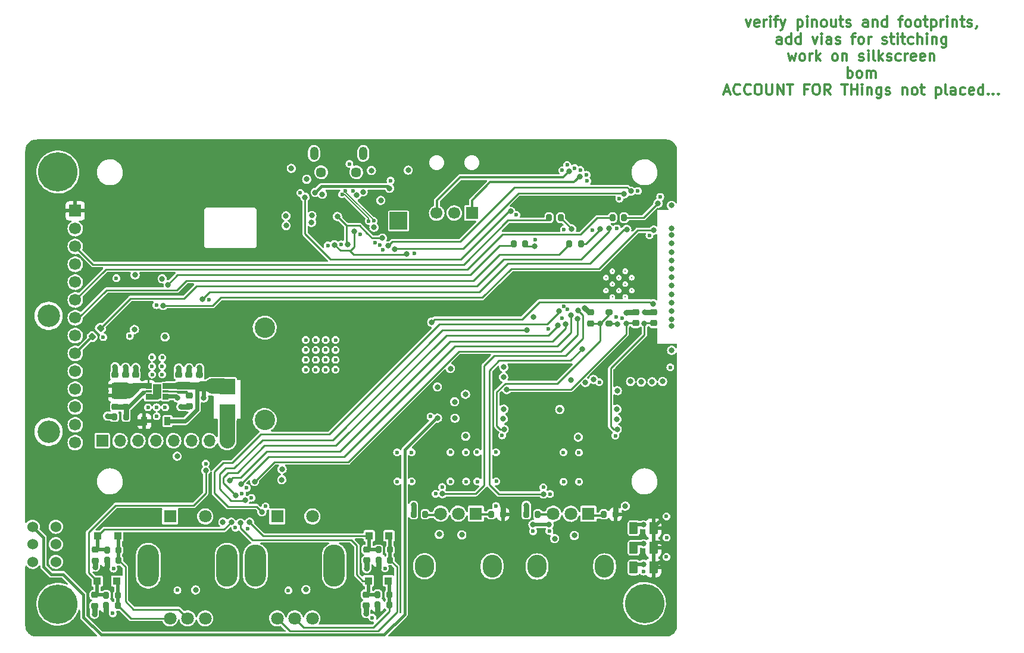
<source format=gbr>
%TF.GenerationSoftware,KiCad,Pcbnew,(6.0.10)*%
%TF.CreationDate,2023-12-08T02:10:06-05:00*%
%TF.ProjectId,Ultrasonic Sound Steering - Remote Rev. A,556c7472-6173-46f6-9e69-6320536f756e,rev?*%
%TF.SameCoordinates,Original*%
%TF.FileFunction,Copper,L1,Top*%
%TF.FilePolarity,Positive*%
%FSLAX46Y46*%
G04 Gerber Fmt 4.6, Leading zero omitted, Abs format (unit mm)*
G04 Created by KiCad (PCBNEW (6.0.10)) date 2023-12-08 02:10:06*
%MOMM*%
%LPD*%
G01*
G04 APERTURE LIST*
G04 Aperture macros list*
%AMRoundRect*
0 Rectangle with rounded corners*
0 $1 Rounding radius*
0 $2 $3 $4 $5 $6 $7 $8 $9 X,Y pos of 4 corners*
0 Add a 4 corners polygon primitive as box body*
4,1,4,$2,$3,$4,$5,$6,$7,$8,$9,$2,$3,0*
0 Add four circle primitives for the rounded corners*
1,1,$1+$1,$2,$3*
1,1,$1+$1,$4,$5*
1,1,$1+$1,$6,$7*
1,1,$1+$1,$8,$9*
0 Add four rect primitives between the rounded corners*
20,1,$1+$1,$2,$3,$4,$5,0*
20,1,$1+$1,$4,$5,$6,$7,0*
20,1,$1+$1,$6,$7,$8,$9,0*
20,1,$1+$1,$8,$9,$2,$3,0*%
G04 Aperture macros list end*
%ADD10C,0.300000*%
%TA.AperFunction,NonConductor*%
%ADD11C,0.300000*%
%TD*%
%TA.AperFunction,SMDPad,CuDef*%
%ADD12RoundRect,0.225000X-0.250000X0.225000X-0.250000X-0.225000X0.250000X-0.225000X0.250000X0.225000X0*%
%TD*%
%TA.AperFunction,SMDPad,CuDef*%
%ADD13RoundRect,0.200000X0.200000X0.275000X-0.200000X0.275000X-0.200000X-0.275000X0.200000X-0.275000X0*%
%TD*%
%TA.AperFunction,SMDPad,CuDef*%
%ADD14R,2.210000X2.180400*%
%TD*%
%TA.AperFunction,SMDPad,CuDef*%
%ADD15RoundRect,0.200000X-0.200000X-0.275000X0.200000X-0.275000X0.200000X0.275000X-0.200000X0.275000X0*%
%TD*%
%TA.AperFunction,ComponentPad*%
%ADD16R,1.800000X1.800000*%
%TD*%
%TA.AperFunction,ComponentPad*%
%ADD17C,1.800000*%
%TD*%
%TA.AperFunction,ComponentPad*%
%ADD18O,3.000000X6.000000*%
%TD*%
%TA.AperFunction,ConnectorPad*%
%ADD19C,5.600000*%
%TD*%
%TA.AperFunction,ComponentPad*%
%ADD20C,3.600000*%
%TD*%
%TA.AperFunction,SMDPad,CuDef*%
%ADD21R,1.100000X1.100000*%
%TD*%
%TA.AperFunction,SMDPad,CuDef*%
%ADD22RoundRect,0.200000X-0.053033X0.335876X-0.335876X0.053033X0.053033X-0.335876X0.335876X-0.053033X0*%
%TD*%
%TA.AperFunction,SMDPad,CuDef*%
%ADD23RoundRect,0.200000X-0.275000X0.200000X-0.275000X-0.200000X0.275000X-0.200000X0.275000X0.200000X0*%
%TD*%
%TA.AperFunction,ComponentPad*%
%ADD24R,1.700000X1.700000*%
%TD*%
%TA.AperFunction,ComponentPad*%
%ADD25C,1.700000*%
%TD*%
%TA.AperFunction,SMDPad,CuDef*%
%ADD26RoundRect,0.225000X0.250000X-0.225000X0.250000X0.225000X-0.250000X0.225000X-0.250000X-0.225000X0*%
%TD*%
%TA.AperFunction,SMDPad,CuDef*%
%ADD27RoundRect,0.250000X-0.375000X-0.625000X0.375000X-0.625000X0.375000X0.625000X-0.375000X0.625000X0*%
%TD*%
%TA.AperFunction,ComponentPad*%
%ADD28C,1.524000*%
%TD*%
%TA.AperFunction,ComponentPad*%
%ADD29O,2.720000X3.240000*%
%TD*%
%TA.AperFunction,SMDPad,CuDef*%
%ADD30RoundRect,0.008100X-0.411900X-0.126900X0.411900X-0.126900X0.411900X0.126900X-0.411900X0.126900X0*%
%TD*%
%TA.AperFunction,SMDPad,CuDef*%
%ADD31R,1.200000X2.000000*%
%TD*%
%TA.AperFunction,ComponentPad*%
%ADD32C,0.300000*%
%TD*%
%TA.AperFunction,SMDPad,CuDef*%
%ADD33RoundRect,0.200000X0.275000X-0.200000X0.275000X0.200000X-0.275000X0.200000X-0.275000X-0.200000X0*%
%TD*%
%TA.AperFunction,SMDPad,CuDef*%
%ADD34R,0.900000X1.200000*%
%TD*%
%TA.AperFunction,ComponentPad*%
%ADD35O,1.700000X1.700000*%
%TD*%
%TA.AperFunction,ComponentPad*%
%ADD36C,3.200000*%
%TD*%
%TA.AperFunction,ComponentPad*%
%ADD37C,2.900000*%
%TD*%
%TA.AperFunction,ComponentPad*%
%ADD38C,1.450000*%
%TD*%
%TA.AperFunction,ComponentPad*%
%ADD39O,1.200000X1.900000*%
%TD*%
%TA.AperFunction,ComponentPad*%
%ADD40C,0.500000*%
%TD*%
%TA.AperFunction,SMDPad,CuDef*%
%ADD41R,2.500000X2.500000*%
%TD*%
%TA.AperFunction,ViaPad*%
%ADD42C,0.800000*%
%TD*%
%TA.AperFunction,ViaPad*%
%ADD43C,0.600000*%
%TD*%
%TA.AperFunction,Conductor*%
%ADD44C,0.400000*%
%TD*%
%TA.AperFunction,Conductor*%
%ADD45C,0.800000*%
%TD*%
%TA.AperFunction,Conductor*%
%ADD46C,2.200000*%
%TD*%
%TA.AperFunction,Conductor*%
%ADD47C,0.250000*%
%TD*%
%TA.AperFunction,Conductor*%
%ADD48C,0.500000*%
%TD*%
%TA.AperFunction,Conductor*%
%ADD49C,0.350000*%
%TD*%
%TA.AperFunction,Conductor*%
%ADD50C,0.600000*%
%TD*%
%TA.AperFunction,Conductor*%
%ADD51C,0.230000*%
%TD*%
%TA.AperFunction,Conductor*%
%ADD52C,0.300000*%
%TD*%
%TA.AperFunction,Conductor*%
%ADD53C,1.000000*%
%TD*%
%TA.AperFunction,Conductor*%
%ADD54C,1.400000*%
%TD*%
%TA.AperFunction,Conductor*%
%ADD55C,0.200000*%
%TD*%
G04 APERTURE END LIST*
D10*
D11*
X203375714Y-25878571D02*
X203732857Y-26878571D01*
X204090000Y-25878571D01*
X205232857Y-26807142D02*
X205090000Y-26878571D01*
X204804285Y-26878571D01*
X204661428Y-26807142D01*
X204590000Y-26664285D01*
X204590000Y-26092857D01*
X204661428Y-25950000D01*
X204804285Y-25878571D01*
X205090000Y-25878571D01*
X205232857Y-25950000D01*
X205304285Y-26092857D01*
X205304285Y-26235714D01*
X204590000Y-26378571D01*
X205947142Y-26878571D02*
X205947142Y-25878571D01*
X205947142Y-26164285D02*
X206018571Y-26021428D01*
X206090000Y-25950000D01*
X206232857Y-25878571D01*
X206375714Y-25878571D01*
X206875714Y-26878571D02*
X206875714Y-25878571D01*
X206875714Y-25378571D02*
X206804285Y-25450000D01*
X206875714Y-25521428D01*
X206947142Y-25450000D01*
X206875714Y-25378571D01*
X206875714Y-25521428D01*
X207375714Y-25878571D02*
X207947142Y-25878571D01*
X207590000Y-26878571D02*
X207590000Y-25592857D01*
X207661428Y-25450000D01*
X207804285Y-25378571D01*
X207947142Y-25378571D01*
X208304285Y-25878571D02*
X208661428Y-26878571D01*
X209018571Y-25878571D02*
X208661428Y-26878571D01*
X208518571Y-27235714D01*
X208447142Y-27307142D01*
X208304285Y-27378571D01*
X210732857Y-25878571D02*
X210732857Y-27378571D01*
X210732857Y-25950000D02*
X210875714Y-25878571D01*
X211161428Y-25878571D01*
X211304285Y-25950000D01*
X211375714Y-26021428D01*
X211447142Y-26164285D01*
X211447142Y-26592857D01*
X211375714Y-26735714D01*
X211304285Y-26807142D01*
X211161428Y-26878571D01*
X210875714Y-26878571D01*
X210732857Y-26807142D01*
X212090000Y-26878571D02*
X212090000Y-25878571D01*
X212090000Y-25378571D02*
X212018571Y-25450000D01*
X212090000Y-25521428D01*
X212161428Y-25450000D01*
X212090000Y-25378571D01*
X212090000Y-25521428D01*
X212804285Y-25878571D02*
X212804285Y-26878571D01*
X212804285Y-26021428D02*
X212875714Y-25950000D01*
X213018571Y-25878571D01*
X213232857Y-25878571D01*
X213375714Y-25950000D01*
X213447142Y-26092857D01*
X213447142Y-26878571D01*
X214375714Y-26878571D02*
X214232857Y-26807142D01*
X214161428Y-26735714D01*
X214090000Y-26592857D01*
X214090000Y-26164285D01*
X214161428Y-26021428D01*
X214232857Y-25950000D01*
X214375714Y-25878571D01*
X214590000Y-25878571D01*
X214732857Y-25950000D01*
X214804285Y-26021428D01*
X214875714Y-26164285D01*
X214875714Y-26592857D01*
X214804285Y-26735714D01*
X214732857Y-26807142D01*
X214590000Y-26878571D01*
X214375714Y-26878571D01*
X216161428Y-25878571D02*
X216161428Y-26878571D01*
X215518571Y-25878571D02*
X215518571Y-26664285D01*
X215590000Y-26807142D01*
X215732857Y-26878571D01*
X215947142Y-26878571D01*
X216090000Y-26807142D01*
X216161428Y-26735714D01*
X216661428Y-25878571D02*
X217232857Y-25878571D01*
X216875714Y-25378571D02*
X216875714Y-26664285D01*
X216947142Y-26807142D01*
X217090000Y-26878571D01*
X217232857Y-26878571D01*
X217661428Y-26807142D02*
X217804285Y-26878571D01*
X218090000Y-26878571D01*
X218232857Y-26807142D01*
X218304285Y-26664285D01*
X218304285Y-26592857D01*
X218232857Y-26450000D01*
X218090000Y-26378571D01*
X217875714Y-26378571D01*
X217732857Y-26307142D01*
X217661428Y-26164285D01*
X217661428Y-26092857D01*
X217732857Y-25950000D01*
X217875714Y-25878571D01*
X218090000Y-25878571D01*
X218232857Y-25950000D01*
X220732857Y-26878571D02*
X220732857Y-26092857D01*
X220661428Y-25950000D01*
X220518571Y-25878571D01*
X220232857Y-25878571D01*
X220090000Y-25950000D01*
X220732857Y-26807142D02*
X220590000Y-26878571D01*
X220232857Y-26878571D01*
X220090000Y-26807142D01*
X220018571Y-26664285D01*
X220018571Y-26521428D01*
X220090000Y-26378571D01*
X220232857Y-26307142D01*
X220590000Y-26307142D01*
X220732857Y-26235714D01*
X221447142Y-25878571D02*
X221447142Y-26878571D01*
X221447142Y-26021428D02*
X221518571Y-25950000D01*
X221661428Y-25878571D01*
X221875714Y-25878571D01*
X222018571Y-25950000D01*
X222090000Y-26092857D01*
X222090000Y-26878571D01*
X223447142Y-26878571D02*
X223447142Y-25378571D01*
X223447142Y-26807142D02*
X223304285Y-26878571D01*
X223018571Y-26878571D01*
X222875714Y-26807142D01*
X222804285Y-26735714D01*
X222732857Y-26592857D01*
X222732857Y-26164285D01*
X222804285Y-26021428D01*
X222875714Y-25950000D01*
X223018571Y-25878571D01*
X223304285Y-25878571D01*
X223447142Y-25950000D01*
X225090000Y-25878571D02*
X225661428Y-25878571D01*
X225304285Y-26878571D02*
X225304285Y-25592857D01*
X225375714Y-25450000D01*
X225518571Y-25378571D01*
X225661428Y-25378571D01*
X226375714Y-26878571D02*
X226232857Y-26807142D01*
X226161428Y-26735714D01*
X226090000Y-26592857D01*
X226090000Y-26164285D01*
X226161428Y-26021428D01*
X226232857Y-25950000D01*
X226375714Y-25878571D01*
X226590000Y-25878571D01*
X226732857Y-25950000D01*
X226804285Y-26021428D01*
X226875714Y-26164285D01*
X226875714Y-26592857D01*
X226804285Y-26735714D01*
X226732857Y-26807142D01*
X226590000Y-26878571D01*
X226375714Y-26878571D01*
X227732857Y-26878571D02*
X227590000Y-26807142D01*
X227518571Y-26735714D01*
X227447142Y-26592857D01*
X227447142Y-26164285D01*
X227518571Y-26021428D01*
X227590000Y-25950000D01*
X227732857Y-25878571D01*
X227947142Y-25878571D01*
X228090000Y-25950000D01*
X228161428Y-26021428D01*
X228232857Y-26164285D01*
X228232857Y-26592857D01*
X228161428Y-26735714D01*
X228090000Y-26807142D01*
X227947142Y-26878571D01*
X227732857Y-26878571D01*
X228661428Y-25878571D02*
X229232857Y-25878571D01*
X228875714Y-25378571D02*
X228875714Y-26664285D01*
X228947142Y-26807142D01*
X229090000Y-26878571D01*
X229232857Y-26878571D01*
X229732857Y-25878571D02*
X229732857Y-27378571D01*
X229732857Y-25950000D02*
X229875714Y-25878571D01*
X230161428Y-25878571D01*
X230304285Y-25950000D01*
X230375714Y-26021428D01*
X230447142Y-26164285D01*
X230447142Y-26592857D01*
X230375714Y-26735714D01*
X230304285Y-26807142D01*
X230161428Y-26878571D01*
X229875714Y-26878571D01*
X229732857Y-26807142D01*
X231090000Y-26878571D02*
X231090000Y-25878571D01*
X231090000Y-26164285D02*
X231161428Y-26021428D01*
X231232857Y-25950000D01*
X231375714Y-25878571D01*
X231518571Y-25878571D01*
X232018571Y-26878571D02*
X232018571Y-25878571D01*
X232018571Y-25378571D02*
X231947142Y-25450000D01*
X232018571Y-25521428D01*
X232090000Y-25450000D01*
X232018571Y-25378571D01*
X232018571Y-25521428D01*
X232732857Y-25878571D02*
X232732857Y-26878571D01*
X232732857Y-26021428D02*
X232804285Y-25950000D01*
X232947142Y-25878571D01*
X233161428Y-25878571D01*
X233304285Y-25950000D01*
X233375714Y-26092857D01*
X233375714Y-26878571D01*
X233875714Y-25878571D02*
X234447142Y-25878571D01*
X234090000Y-25378571D02*
X234090000Y-26664285D01*
X234161428Y-26807142D01*
X234304285Y-26878571D01*
X234447142Y-26878571D01*
X234875714Y-26807142D02*
X235018571Y-26878571D01*
X235304285Y-26878571D01*
X235447142Y-26807142D01*
X235518571Y-26664285D01*
X235518571Y-26592857D01*
X235447142Y-26450000D01*
X235304285Y-26378571D01*
X235090000Y-26378571D01*
X234947142Y-26307142D01*
X234875714Y-26164285D01*
X234875714Y-26092857D01*
X234947142Y-25950000D01*
X235090000Y-25878571D01*
X235304285Y-25878571D01*
X235447142Y-25950000D01*
X236232857Y-26807142D02*
X236232857Y-26878571D01*
X236161428Y-27021428D01*
X236090000Y-27092857D01*
X208447142Y-29293571D02*
X208447142Y-28507857D01*
X208375714Y-28365000D01*
X208232857Y-28293571D01*
X207947142Y-28293571D01*
X207804285Y-28365000D01*
X208447142Y-29222142D02*
X208304285Y-29293571D01*
X207947142Y-29293571D01*
X207804285Y-29222142D01*
X207732857Y-29079285D01*
X207732857Y-28936428D01*
X207804285Y-28793571D01*
X207947142Y-28722142D01*
X208304285Y-28722142D01*
X208447142Y-28650714D01*
X209804285Y-29293571D02*
X209804285Y-27793571D01*
X209804285Y-29222142D02*
X209661428Y-29293571D01*
X209375714Y-29293571D01*
X209232857Y-29222142D01*
X209161428Y-29150714D01*
X209090000Y-29007857D01*
X209090000Y-28579285D01*
X209161428Y-28436428D01*
X209232857Y-28365000D01*
X209375714Y-28293571D01*
X209661428Y-28293571D01*
X209804285Y-28365000D01*
X211161428Y-29293571D02*
X211161428Y-27793571D01*
X211161428Y-29222142D02*
X211018571Y-29293571D01*
X210732857Y-29293571D01*
X210590000Y-29222142D01*
X210518571Y-29150714D01*
X210447142Y-29007857D01*
X210447142Y-28579285D01*
X210518571Y-28436428D01*
X210590000Y-28365000D01*
X210732857Y-28293571D01*
X211018571Y-28293571D01*
X211161428Y-28365000D01*
X212875714Y-28293571D02*
X213232857Y-29293571D01*
X213590000Y-28293571D01*
X214161428Y-29293571D02*
X214161428Y-28293571D01*
X214161428Y-27793571D02*
X214090000Y-27865000D01*
X214161428Y-27936428D01*
X214232857Y-27865000D01*
X214161428Y-27793571D01*
X214161428Y-27936428D01*
X215518571Y-29293571D02*
X215518571Y-28507857D01*
X215447142Y-28365000D01*
X215304285Y-28293571D01*
X215018571Y-28293571D01*
X214875714Y-28365000D01*
X215518571Y-29222142D02*
X215375714Y-29293571D01*
X215018571Y-29293571D01*
X214875714Y-29222142D01*
X214804285Y-29079285D01*
X214804285Y-28936428D01*
X214875714Y-28793571D01*
X215018571Y-28722142D01*
X215375714Y-28722142D01*
X215518571Y-28650714D01*
X216161428Y-29222142D02*
X216304285Y-29293571D01*
X216590000Y-29293571D01*
X216732857Y-29222142D01*
X216804285Y-29079285D01*
X216804285Y-29007857D01*
X216732857Y-28865000D01*
X216590000Y-28793571D01*
X216375714Y-28793571D01*
X216232857Y-28722142D01*
X216161428Y-28579285D01*
X216161428Y-28507857D01*
X216232857Y-28365000D01*
X216375714Y-28293571D01*
X216590000Y-28293571D01*
X216732857Y-28365000D01*
X218375714Y-28293571D02*
X218947142Y-28293571D01*
X218590000Y-29293571D02*
X218590000Y-28007857D01*
X218661428Y-27865000D01*
X218804285Y-27793571D01*
X218947142Y-27793571D01*
X219661428Y-29293571D02*
X219518571Y-29222142D01*
X219447142Y-29150714D01*
X219375714Y-29007857D01*
X219375714Y-28579285D01*
X219447142Y-28436428D01*
X219518571Y-28365000D01*
X219661428Y-28293571D01*
X219875714Y-28293571D01*
X220018571Y-28365000D01*
X220090000Y-28436428D01*
X220161428Y-28579285D01*
X220161428Y-29007857D01*
X220090000Y-29150714D01*
X220018571Y-29222142D01*
X219875714Y-29293571D01*
X219661428Y-29293571D01*
X220804285Y-29293571D02*
X220804285Y-28293571D01*
X220804285Y-28579285D02*
X220875714Y-28436428D01*
X220947142Y-28365000D01*
X221090000Y-28293571D01*
X221232857Y-28293571D01*
X222804285Y-29222142D02*
X222947142Y-29293571D01*
X223232857Y-29293571D01*
X223375714Y-29222142D01*
X223447142Y-29079285D01*
X223447142Y-29007857D01*
X223375714Y-28865000D01*
X223232857Y-28793571D01*
X223018571Y-28793571D01*
X222875714Y-28722142D01*
X222804285Y-28579285D01*
X222804285Y-28507857D01*
X222875714Y-28365000D01*
X223018571Y-28293571D01*
X223232857Y-28293571D01*
X223375714Y-28365000D01*
X223875714Y-28293571D02*
X224447142Y-28293571D01*
X224090000Y-27793571D02*
X224090000Y-29079285D01*
X224161428Y-29222142D01*
X224304285Y-29293571D01*
X224447142Y-29293571D01*
X224947142Y-29293571D02*
X224947142Y-28293571D01*
X224947142Y-27793571D02*
X224875714Y-27865000D01*
X224947142Y-27936428D01*
X225018571Y-27865000D01*
X224947142Y-27793571D01*
X224947142Y-27936428D01*
X225447142Y-28293571D02*
X226018571Y-28293571D01*
X225661428Y-27793571D02*
X225661428Y-29079285D01*
X225732857Y-29222142D01*
X225875714Y-29293571D01*
X226018571Y-29293571D01*
X227161428Y-29222142D02*
X227018571Y-29293571D01*
X226732857Y-29293571D01*
X226590000Y-29222142D01*
X226518571Y-29150714D01*
X226447142Y-29007857D01*
X226447142Y-28579285D01*
X226518571Y-28436428D01*
X226590000Y-28365000D01*
X226732857Y-28293571D01*
X227018571Y-28293571D01*
X227161428Y-28365000D01*
X227804285Y-29293571D02*
X227804285Y-27793571D01*
X228447142Y-29293571D02*
X228447142Y-28507857D01*
X228375714Y-28365000D01*
X228232857Y-28293571D01*
X228018571Y-28293571D01*
X227875714Y-28365000D01*
X227804285Y-28436428D01*
X229161428Y-29293571D02*
X229161428Y-28293571D01*
X229161428Y-27793571D02*
X229090000Y-27865000D01*
X229161428Y-27936428D01*
X229232857Y-27865000D01*
X229161428Y-27793571D01*
X229161428Y-27936428D01*
X229875714Y-28293571D02*
X229875714Y-29293571D01*
X229875714Y-28436428D02*
X229947142Y-28365000D01*
X230090000Y-28293571D01*
X230304285Y-28293571D01*
X230447142Y-28365000D01*
X230518571Y-28507857D01*
X230518571Y-29293571D01*
X231875714Y-28293571D02*
X231875714Y-29507857D01*
X231804285Y-29650714D01*
X231732857Y-29722142D01*
X231590000Y-29793571D01*
X231375714Y-29793571D01*
X231232857Y-29722142D01*
X231875714Y-29222142D02*
X231732857Y-29293571D01*
X231447142Y-29293571D01*
X231304285Y-29222142D01*
X231232857Y-29150714D01*
X231161428Y-29007857D01*
X231161428Y-28579285D01*
X231232857Y-28436428D01*
X231304285Y-28365000D01*
X231447142Y-28293571D01*
X231732857Y-28293571D01*
X231875714Y-28365000D01*
X209375714Y-30708571D02*
X209661428Y-31708571D01*
X209947142Y-30994285D01*
X210232857Y-31708571D01*
X210518571Y-30708571D01*
X211304285Y-31708571D02*
X211161428Y-31637142D01*
X211090000Y-31565714D01*
X211018571Y-31422857D01*
X211018571Y-30994285D01*
X211090000Y-30851428D01*
X211161428Y-30780000D01*
X211304285Y-30708571D01*
X211518571Y-30708571D01*
X211661428Y-30780000D01*
X211732857Y-30851428D01*
X211804285Y-30994285D01*
X211804285Y-31422857D01*
X211732857Y-31565714D01*
X211661428Y-31637142D01*
X211518571Y-31708571D01*
X211304285Y-31708571D01*
X212447142Y-31708571D02*
X212447142Y-30708571D01*
X212447142Y-30994285D02*
X212518571Y-30851428D01*
X212590000Y-30780000D01*
X212732857Y-30708571D01*
X212875714Y-30708571D01*
X213375714Y-31708571D02*
X213375714Y-30208571D01*
X213518571Y-31137142D02*
X213947142Y-31708571D01*
X213947142Y-30708571D02*
X213375714Y-31280000D01*
X215947142Y-31708571D02*
X215804285Y-31637142D01*
X215732857Y-31565714D01*
X215661428Y-31422857D01*
X215661428Y-30994285D01*
X215732857Y-30851428D01*
X215804285Y-30780000D01*
X215947142Y-30708571D01*
X216161428Y-30708571D01*
X216304285Y-30780000D01*
X216375714Y-30851428D01*
X216447142Y-30994285D01*
X216447142Y-31422857D01*
X216375714Y-31565714D01*
X216304285Y-31637142D01*
X216161428Y-31708571D01*
X215947142Y-31708571D01*
X217090000Y-30708571D02*
X217090000Y-31708571D01*
X217090000Y-30851428D02*
X217161428Y-30780000D01*
X217304285Y-30708571D01*
X217518571Y-30708571D01*
X217661428Y-30780000D01*
X217732857Y-30922857D01*
X217732857Y-31708571D01*
X219518571Y-31637142D02*
X219661428Y-31708571D01*
X219947142Y-31708571D01*
X220090000Y-31637142D01*
X220161428Y-31494285D01*
X220161428Y-31422857D01*
X220090000Y-31280000D01*
X219947142Y-31208571D01*
X219732857Y-31208571D01*
X219590000Y-31137142D01*
X219518571Y-30994285D01*
X219518571Y-30922857D01*
X219590000Y-30780000D01*
X219732857Y-30708571D01*
X219947142Y-30708571D01*
X220090000Y-30780000D01*
X220804285Y-31708571D02*
X220804285Y-30708571D01*
X220804285Y-30208571D02*
X220732857Y-30280000D01*
X220804285Y-30351428D01*
X220875714Y-30280000D01*
X220804285Y-30208571D01*
X220804285Y-30351428D01*
X221732857Y-31708571D02*
X221590000Y-31637142D01*
X221518571Y-31494285D01*
X221518571Y-30208571D01*
X222304285Y-31708571D02*
X222304285Y-30208571D01*
X222447142Y-31137142D02*
X222875714Y-31708571D01*
X222875714Y-30708571D02*
X222304285Y-31280000D01*
X223447142Y-31637142D02*
X223590000Y-31708571D01*
X223875714Y-31708571D01*
X224018571Y-31637142D01*
X224090000Y-31494285D01*
X224090000Y-31422857D01*
X224018571Y-31280000D01*
X223875714Y-31208571D01*
X223661428Y-31208571D01*
X223518571Y-31137142D01*
X223447142Y-30994285D01*
X223447142Y-30922857D01*
X223518571Y-30780000D01*
X223661428Y-30708571D01*
X223875714Y-30708571D01*
X224018571Y-30780000D01*
X225375714Y-31637142D02*
X225232857Y-31708571D01*
X224947142Y-31708571D01*
X224804285Y-31637142D01*
X224732857Y-31565714D01*
X224661428Y-31422857D01*
X224661428Y-30994285D01*
X224732857Y-30851428D01*
X224804285Y-30780000D01*
X224947142Y-30708571D01*
X225232857Y-30708571D01*
X225375714Y-30780000D01*
X226018571Y-31708571D02*
X226018571Y-30708571D01*
X226018571Y-30994285D02*
X226090000Y-30851428D01*
X226161428Y-30780000D01*
X226304285Y-30708571D01*
X226447142Y-30708571D01*
X227518571Y-31637142D02*
X227375714Y-31708571D01*
X227090000Y-31708571D01*
X226947142Y-31637142D01*
X226875714Y-31494285D01*
X226875714Y-30922857D01*
X226947142Y-30780000D01*
X227090000Y-30708571D01*
X227375714Y-30708571D01*
X227518571Y-30780000D01*
X227590000Y-30922857D01*
X227590000Y-31065714D01*
X226875714Y-31208571D01*
X228804285Y-31637142D02*
X228661428Y-31708571D01*
X228375714Y-31708571D01*
X228232857Y-31637142D01*
X228161428Y-31494285D01*
X228161428Y-30922857D01*
X228232857Y-30780000D01*
X228375714Y-30708571D01*
X228661428Y-30708571D01*
X228804285Y-30780000D01*
X228875714Y-30922857D01*
X228875714Y-31065714D01*
X228161428Y-31208571D01*
X229518571Y-30708571D02*
X229518571Y-31708571D01*
X229518571Y-30851428D02*
X229590000Y-30780000D01*
X229732857Y-30708571D01*
X229947142Y-30708571D01*
X230090000Y-30780000D01*
X230161428Y-30922857D01*
X230161428Y-31708571D01*
X217840000Y-34123571D02*
X217840000Y-32623571D01*
X217840000Y-33195000D02*
X217982857Y-33123571D01*
X218268571Y-33123571D01*
X218411428Y-33195000D01*
X218482857Y-33266428D01*
X218554285Y-33409285D01*
X218554285Y-33837857D01*
X218482857Y-33980714D01*
X218411428Y-34052142D01*
X218268571Y-34123571D01*
X217982857Y-34123571D01*
X217840000Y-34052142D01*
X219411428Y-34123571D02*
X219268571Y-34052142D01*
X219197142Y-33980714D01*
X219125714Y-33837857D01*
X219125714Y-33409285D01*
X219197142Y-33266428D01*
X219268571Y-33195000D01*
X219411428Y-33123571D01*
X219625714Y-33123571D01*
X219768571Y-33195000D01*
X219840000Y-33266428D01*
X219911428Y-33409285D01*
X219911428Y-33837857D01*
X219840000Y-33980714D01*
X219768571Y-34052142D01*
X219625714Y-34123571D01*
X219411428Y-34123571D01*
X220554285Y-34123571D02*
X220554285Y-33123571D01*
X220554285Y-33266428D02*
X220625714Y-33195000D01*
X220768571Y-33123571D01*
X220982857Y-33123571D01*
X221125714Y-33195000D01*
X221197142Y-33337857D01*
X221197142Y-34123571D01*
X221197142Y-33337857D02*
X221268571Y-33195000D01*
X221411428Y-33123571D01*
X221625714Y-33123571D01*
X221768571Y-33195000D01*
X221840000Y-33337857D01*
X221840000Y-34123571D01*
X200340000Y-36110000D02*
X201054285Y-36110000D01*
X200197142Y-36538571D02*
X200697142Y-35038571D01*
X201197142Y-36538571D01*
X202554285Y-36395714D02*
X202482857Y-36467142D01*
X202268571Y-36538571D01*
X202125714Y-36538571D01*
X201911428Y-36467142D01*
X201768571Y-36324285D01*
X201697142Y-36181428D01*
X201625714Y-35895714D01*
X201625714Y-35681428D01*
X201697142Y-35395714D01*
X201768571Y-35252857D01*
X201911428Y-35110000D01*
X202125714Y-35038571D01*
X202268571Y-35038571D01*
X202482857Y-35110000D01*
X202554285Y-35181428D01*
X204054285Y-36395714D02*
X203982857Y-36467142D01*
X203768571Y-36538571D01*
X203625714Y-36538571D01*
X203411428Y-36467142D01*
X203268571Y-36324285D01*
X203197142Y-36181428D01*
X203125714Y-35895714D01*
X203125714Y-35681428D01*
X203197142Y-35395714D01*
X203268571Y-35252857D01*
X203411428Y-35110000D01*
X203625714Y-35038571D01*
X203768571Y-35038571D01*
X203982857Y-35110000D01*
X204054285Y-35181428D01*
X204982857Y-35038571D02*
X205268571Y-35038571D01*
X205411428Y-35110000D01*
X205554285Y-35252857D01*
X205625714Y-35538571D01*
X205625714Y-36038571D01*
X205554285Y-36324285D01*
X205411428Y-36467142D01*
X205268571Y-36538571D01*
X204982857Y-36538571D01*
X204840000Y-36467142D01*
X204697142Y-36324285D01*
X204625714Y-36038571D01*
X204625714Y-35538571D01*
X204697142Y-35252857D01*
X204840000Y-35110000D01*
X204982857Y-35038571D01*
X206268571Y-35038571D02*
X206268571Y-36252857D01*
X206340000Y-36395714D01*
X206411428Y-36467142D01*
X206554285Y-36538571D01*
X206840000Y-36538571D01*
X206982857Y-36467142D01*
X207054285Y-36395714D01*
X207125714Y-36252857D01*
X207125714Y-35038571D01*
X207840000Y-36538571D02*
X207840000Y-35038571D01*
X208697142Y-36538571D01*
X208697142Y-35038571D01*
X209197142Y-35038571D02*
X210054285Y-35038571D01*
X209625714Y-36538571D02*
X209625714Y-35038571D01*
X212197142Y-35752857D02*
X211697142Y-35752857D01*
X211697142Y-36538571D02*
X211697142Y-35038571D01*
X212411428Y-35038571D01*
X213268571Y-35038571D02*
X213554285Y-35038571D01*
X213697142Y-35110000D01*
X213840000Y-35252857D01*
X213911428Y-35538571D01*
X213911428Y-36038571D01*
X213840000Y-36324285D01*
X213697142Y-36467142D01*
X213554285Y-36538571D01*
X213268571Y-36538571D01*
X213125714Y-36467142D01*
X212982857Y-36324285D01*
X212911428Y-36038571D01*
X212911428Y-35538571D01*
X212982857Y-35252857D01*
X213125714Y-35110000D01*
X213268571Y-35038571D01*
X215411428Y-36538571D02*
X214911428Y-35824285D01*
X214554285Y-36538571D02*
X214554285Y-35038571D01*
X215125714Y-35038571D01*
X215268571Y-35110000D01*
X215340000Y-35181428D01*
X215411428Y-35324285D01*
X215411428Y-35538571D01*
X215340000Y-35681428D01*
X215268571Y-35752857D01*
X215125714Y-35824285D01*
X214554285Y-35824285D01*
X216982857Y-35038571D02*
X217840000Y-35038571D01*
X217411428Y-36538571D02*
X217411428Y-35038571D01*
X218340000Y-36538571D02*
X218340000Y-35038571D01*
X218340000Y-35752857D02*
X219197142Y-35752857D01*
X219197142Y-36538571D02*
X219197142Y-35038571D01*
X219911428Y-36538571D02*
X219911428Y-35538571D01*
X219911428Y-35038571D02*
X219840000Y-35110000D01*
X219911428Y-35181428D01*
X219982857Y-35110000D01*
X219911428Y-35038571D01*
X219911428Y-35181428D01*
X220625714Y-35538571D02*
X220625714Y-36538571D01*
X220625714Y-35681428D02*
X220697142Y-35610000D01*
X220840000Y-35538571D01*
X221054285Y-35538571D01*
X221197142Y-35610000D01*
X221268571Y-35752857D01*
X221268571Y-36538571D01*
X222625714Y-35538571D02*
X222625714Y-36752857D01*
X222554285Y-36895714D01*
X222482857Y-36967142D01*
X222340000Y-37038571D01*
X222125714Y-37038571D01*
X221982857Y-36967142D01*
X222625714Y-36467142D02*
X222482857Y-36538571D01*
X222197142Y-36538571D01*
X222054285Y-36467142D01*
X221982857Y-36395714D01*
X221911428Y-36252857D01*
X221911428Y-35824285D01*
X221982857Y-35681428D01*
X222054285Y-35610000D01*
X222197142Y-35538571D01*
X222482857Y-35538571D01*
X222625714Y-35610000D01*
X223268571Y-36467142D02*
X223411428Y-36538571D01*
X223697142Y-36538571D01*
X223840000Y-36467142D01*
X223911428Y-36324285D01*
X223911428Y-36252857D01*
X223840000Y-36110000D01*
X223697142Y-36038571D01*
X223482857Y-36038571D01*
X223340000Y-35967142D01*
X223268571Y-35824285D01*
X223268571Y-35752857D01*
X223340000Y-35610000D01*
X223482857Y-35538571D01*
X223697142Y-35538571D01*
X223840000Y-35610000D01*
X225697142Y-35538571D02*
X225697142Y-36538571D01*
X225697142Y-35681428D02*
X225768571Y-35610000D01*
X225911428Y-35538571D01*
X226125714Y-35538571D01*
X226268571Y-35610000D01*
X226340000Y-35752857D01*
X226340000Y-36538571D01*
X227268571Y-36538571D02*
X227125714Y-36467142D01*
X227054285Y-36395714D01*
X226982857Y-36252857D01*
X226982857Y-35824285D01*
X227054285Y-35681428D01*
X227125714Y-35610000D01*
X227268571Y-35538571D01*
X227482857Y-35538571D01*
X227625714Y-35610000D01*
X227697142Y-35681428D01*
X227768571Y-35824285D01*
X227768571Y-36252857D01*
X227697142Y-36395714D01*
X227625714Y-36467142D01*
X227482857Y-36538571D01*
X227268571Y-36538571D01*
X228197142Y-35538571D02*
X228768571Y-35538571D01*
X228411428Y-35038571D02*
X228411428Y-36324285D01*
X228482857Y-36467142D01*
X228625714Y-36538571D01*
X228768571Y-36538571D01*
X230411428Y-35538571D02*
X230411428Y-37038571D01*
X230411428Y-35610000D02*
X230554285Y-35538571D01*
X230840000Y-35538571D01*
X230982857Y-35610000D01*
X231054285Y-35681428D01*
X231125714Y-35824285D01*
X231125714Y-36252857D01*
X231054285Y-36395714D01*
X230982857Y-36467142D01*
X230840000Y-36538571D01*
X230554285Y-36538571D01*
X230411428Y-36467142D01*
X231982857Y-36538571D02*
X231840000Y-36467142D01*
X231768571Y-36324285D01*
X231768571Y-35038571D01*
X233197142Y-36538571D02*
X233197142Y-35752857D01*
X233125714Y-35610000D01*
X232982857Y-35538571D01*
X232697142Y-35538571D01*
X232554285Y-35610000D01*
X233197142Y-36467142D02*
X233054285Y-36538571D01*
X232697142Y-36538571D01*
X232554285Y-36467142D01*
X232482857Y-36324285D01*
X232482857Y-36181428D01*
X232554285Y-36038571D01*
X232697142Y-35967142D01*
X233054285Y-35967142D01*
X233197142Y-35895714D01*
X234554285Y-36467142D02*
X234411428Y-36538571D01*
X234125714Y-36538571D01*
X233982857Y-36467142D01*
X233911428Y-36395714D01*
X233840000Y-36252857D01*
X233840000Y-35824285D01*
X233911428Y-35681428D01*
X233982857Y-35610000D01*
X234125714Y-35538571D01*
X234411428Y-35538571D01*
X234554285Y-35610000D01*
X235768571Y-36467142D02*
X235625714Y-36538571D01*
X235340000Y-36538571D01*
X235197142Y-36467142D01*
X235125714Y-36324285D01*
X235125714Y-35752857D01*
X235197142Y-35610000D01*
X235340000Y-35538571D01*
X235625714Y-35538571D01*
X235768571Y-35610000D01*
X235840000Y-35752857D01*
X235840000Y-35895714D01*
X235125714Y-36038571D01*
X237125714Y-36538571D02*
X237125714Y-35038571D01*
X237125714Y-36467142D02*
X236982857Y-36538571D01*
X236697142Y-36538571D01*
X236554285Y-36467142D01*
X236482857Y-36395714D01*
X236411428Y-36252857D01*
X236411428Y-35824285D01*
X236482857Y-35681428D01*
X236554285Y-35610000D01*
X236697142Y-35538571D01*
X236982857Y-35538571D01*
X237125714Y-35610000D01*
X237840000Y-36395714D02*
X237911428Y-36467142D01*
X237840000Y-36538571D01*
X237768571Y-36467142D01*
X237840000Y-36395714D01*
X237840000Y-36538571D01*
X238554285Y-36395714D02*
X238625714Y-36467142D01*
X238554285Y-36538571D01*
X238482857Y-36467142D01*
X238554285Y-36395714D01*
X238554285Y-36538571D01*
X239268571Y-36395714D02*
X239340000Y-36467142D01*
X239268571Y-36538571D01*
X239197142Y-36467142D01*
X239268571Y-36395714D01*
X239268571Y-36538571D01*
D12*
%TO.P,C4,1*%
%TO.N,GND*%
X122717182Y-76405000D03*
%TO.P,C4,2*%
%TO.N,/VIN*%
X122717182Y-77955000D03*
%TD*%
%TO.P,C30,1*%
%TO.N,Enc2B_*%
X110865000Y-101300000D03*
%TO.P,C30,2*%
%TO.N,GND*%
X110865000Y-102850000D03*
%TD*%
D13*
%TO.P,R2,1*%
%TO.N,+3V3*%
X168835400Y-96247082D03*
%TO.P,R2,2*%
%TO.N,Net-(R2-Pad2)*%
X167185400Y-96247082D03*
%TD*%
D14*
%TO.P,D1,1*%
%TO.N,/VIN*%
X129610000Y-78042800D03*
%TO.P,D1,2*%
%TO.N,+5V*%
X129610000Y-81757200D03*
%TD*%
D12*
%TO.P,C25,1*%
%TO.N,Enc1B_*%
X149335000Y-107680000D03*
%TO.P,C25,2*%
%TO.N,GND*%
X149335000Y-109230000D03*
%TD*%
D15*
%TO.P,R32,1*%
%TO.N,+3V3*%
X112410000Y-109245000D03*
%TO.P,R32,2*%
%TO.N,Net-(D8-Pad2)*%
X114060000Y-109245000D03*
%TD*%
%TO.P,R21,1*%
%TO.N,+3V3*%
X151115000Y-102780000D03*
%TO.P,R21,2*%
%TO.N,Net-(D5-Pad2)*%
X152765000Y-102780000D03*
%TD*%
D16*
%TO.P,SW1,1,S1*%
%TO.N,Sel2_*%
X121490000Y-96582500D03*
D17*
%TO.P,SW1,2,S2*%
%TO.N,GND*%
X126490000Y-96582500D03*
%TO.P,SW1,A,A*%
%TO.N,Net-(D8-Pad2)*%
X121490000Y-111082500D03*
%TO.P,SW1,B,B*%
%TO.N,GND*%
X126490000Y-111082500D03*
%TO.P,SW1,C,C*%
%TO.N,Net-(D12-Pad2)*%
X123990000Y-111082500D03*
D18*
%TO.P,SW1,S1,MP1*%
%TO.N,GND*%
X118390000Y-103582500D03*
%TO.P,SW1,S2,MP2*%
X129590000Y-103582500D03*
%TD*%
D13*
%TO.P,R51,1*%
%TO.N,TFT_CS~*%
X177045000Y-54040000D03*
%TO.P,R51,2*%
%TO.N,Net-(J4-Pad3)*%
X175395000Y-54040000D03*
%TD*%
D12*
%TO.P,C23,1*%
%TO.N,GND*%
X190300000Y-67510000D03*
%TO.P,C23,2*%
%TO.N,ADC2*%
X190300000Y-69060000D03*
%TD*%
D16*
%TO.P,SW2,1*%
%TO.N,Sel1_*%
X136730000Y-96580000D03*
D17*
%TO.P,SW2,2*%
%TO.N,GND*%
X141730000Y-96580000D03*
%TO.P,SW2,A,A*%
%TO.N,Net-(D5-Pad2)*%
X136730000Y-111080000D03*
%TO.P,SW2,B,B*%
%TO.N,GND*%
X141730000Y-111080000D03*
%TO.P,SW2,C,C*%
%TO.N,Net-(D6-Pad2)*%
X139230000Y-111080000D03*
D18*
%TO.P,SW2,S1,MP1*%
%TO.N,GND*%
X133630000Y-103580000D03*
%TO.P,SW2,S2,MP2*%
X144830000Y-103580000D03*
%TD*%
D13*
%TO.P,R14,1*%
%TO.N,+3V3*%
X184835400Y-96275000D03*
%TO.P,R14,2*%
%TO.N,Net-(R14-Pad2)*%
X183185400Y-96275000D03*
%TD*%
%TO.P,R54,1*%
%TO.N,TFT_SCK*%
X179935000Y-57770000D03*
%TO.P,R54,2*%
%TO.N,Net-(J4-Pad7)*%
X178285000Y-57770000D03*
%TD*%
%TO.P,R52,1*%
%TO.N,TFT_DC*%
X171995000Y-57770000D03*
%TO.P,R52,2*%
%TO.N,Net-(J4-Pad5)*%
X170345000Y-57770000D03*
%TD*%
D19*
%TO.P,H3,1,1*%
%TO.N,GND*%
X188960999Y-108957999D03*
D20*
X188960999Y-108957999D03*
%TD*%
D12*
%TO.P,C16,1*%
%TO.N,GND*%
X115130000Y-76420000D03*
%TO.P,C16,2*%
%TO.N,+3V3*%
X115130000Y-77970000D03*
%TD*%
D15*
%TO.P,R22,1*%
%TO.N,Enc1B_*%
X151010000Y-107705000D03*
%TO.P,R22,2*%
%TO.N,Net-(D6-Pad2)*%
X152660000Y-107705000D03*
%TD*%
D21*
%TO.P,D12,1,K*%
%TO.N,Enc2B_*%
X111230000Y-99350000D03*
%TO.P,D12,2,A*%
%TO.N,Net-(D12-Pad2)*%
X114030000Y-99350000D03*
%TD*%
D13*
%TO.P,R53,1*%
%TO.N,TFT_MOSI*%
X186065000Y-54040000D03*
%TO.P,R53,2*%
%TO.N,Net-(J4-Pad6)*%
X184415000Y-54040000D03*
%TD*%
D22*
%TO.P,R55,1*%
%TO.N,TFT_MISO*%
X111586726Y-69813274D03*
%TO.P,R55,2*%
%TO.N,Net-(J4-Pad9)*%
X110420000Y-70980000D03*
%TD*%
D23*
%TO.P,R30,1*%
%TO.N,ADC0*%
X183930000Y-67470000D03*
%TO.P,R30,2*%
%TO.N,Net-(R30-Pad2)*%
X183930000Y-69120000D03*
%TD*%
D21*
%TO.P,D6,1,K*%
%TO.N,Enc1B_*%
X149710000Y-105730000D03*
%TO.P,D6,2,A*%
%TO.N,Net-(D6-Pad2)*%
X152510000Y-105730000D03*
%TD*%
D24*
%TO.P,J4,1,Pin_1*%
%TO.N,+3V3*%
X108011999Y-53062999D03*
D25*
%TO.P,J4,2,Pin_2*%
%TO.N,GND*%
X108008999Y-55601999D03*
%TO.P,J4,3,Pin_3*%
%TO.N,Net-(J4-Pad3)*%
X108008999Y-58141999D03*
%TO.P,J4,4,Pin_4*%
%TO.N,Net-(J4-Pad4)*%
X108008999Y-60681999D03*
%TO.P,J4,5,Pin_5*%
%TO.N,Net-(J4-Pad5)*%
X108008999Y-63221999D03*
%TO.P,J4,6,Pin_6*%
%TO.N,Net-(J4-Pad6)*%
X108008999Y-65761999D03*
%TO.P,J4,7,Pin_7*%
%TO.N,Net-(J4-Pad7)*%
X108008999Y-68301999D03*
%TO.P,J4,8,Pin_8*%
%TO.N,TFT_LED*%
X108008999Y-70838999D03*
%TO.P,J4,9,Pin_9*%
%TO.N,Net-(J4-Pad9)*%
X108008999Y-73378999D03*
%TO.P,J4,10,Pin_10*%
%TO.N,unconnected-(J4-Pad10)*%
X108008999Y-75918999D03*
%TO.P,J4,11,Pin_11*%
%TO.N,unconnected-(J4-Pad11)*%
X108008999Y-78458999D03*
%TO.P,J4,12,Pin_12*%
%TO.N,unconnected-(J4-Pad12)*%
X108008999Y-80998999D03*
%TO.P,J4,13,Pin_13*%
%TO.N,unconnected-(J4-Pad13)*%
X108008999Y-83538999D03*
%TO.P,J4,14,Pin_14*%
%TO.N,unconnected-(J4-Pad14)*%
X108008999Y-86078999D03*
%TD*%
D19*
%TO.P,H1,1,1*%
%TO.N,GND*%
X105539000Y-47538999D03*
D20*
X105539000Y-47538999D03*
%TD*%
D13*
%TO.P,R15,1*%
%TO.N,Net-(R15-Pad1)*%
X173795400Y-96275000D03*
%TO.P,R15,2*%
%TO.N,GND*%
X172145400Y-96275000D03*
%TD*%
D26*
%TO.P,C7,1*%
%TO.N,GND*%
X124197182Y-80910000D03*
%TO.P,C7,2*%
%TO.N,Net-(C7-Pad2)*%
X124197182Y-79360000D03*
%TD*%
D15*
%TO.P,R10,1*%
%TO.N,GND*%
X113575000Y-82380000D03*
%TO.P,R10,2*%
%TO.N,Net-(C14-Pad1)*%
X115225000Y-82380000D03*
%TD*%
D21*
%TO.P,D5,1,K*%
%TO.N,Enc1A_*%
X149815000Y-99330000D03*
%TO.P,D5,2,A*%
%TO.N,Net-(D5-Pad2)*%
X152615000Y-99330000D03*
%TD*%
D12*
%TO.P,C12,1*%
%TO.N,GND*%
X181330000Y-67530000D03*
%TO.P,C12,2*%
%TO.N,ADC0*%
X181330000Y-69080000D03*
%TD*%
D15*
%TO.P,R23,1*%
%TO.N,+3V3*%
X151012500Y-109180000D03*
%TO.P,R23,2*%
%TO.N,Net-(D6-Pad2)*%
X152662500Y-109180000D03*
%TD*%
D12*
%TO.P,C2,1*%
%TO.N,GND*%
X125650000Y-76405000D03*
%TO.P,C2,2*%
%TO.N,/VIN*%
X125650000Y-77955000D03*
%TD*%
%TO.P,C5,1*%
%TO.N,GND*%
X124187182Y-76405000D03*
%TO.P,C5,2*%
%TO.N,/VIN*%
X124187182Y-77955000D03*
%TD*%
D15*
%TO.P,R38,1*%
%TO.N,+3V3*%
X112530000Y-102825000D03*
%TO.P,R38,2*%
%TO.N,Net-(D12-Pad2)*%
X114180000Y-102825000D03*
%TD*%
D27*
%TO.P,D3,1,K*%
%TO.N,Net-(D3-Pad1)*%
X187430000Y-101040000D03*
%TO.P,D3,2,A*%
%TO.N,+3V3*%
X190230000Y-101040000D03*
%TD*%
D15*
%TO.P,R28,1*%
%TO.N,Enc2A_*%
X112410000Y-107770000D03*
%TO.P,R28,2*%
%TO.N,Net-(D8-Pad2)*%
X114060000Y-107770000D03*
%TD*%
D19*
%TO.P,H2,1,1*%
%TO.N,GND*%
X105538999Y-109060999D03*
D20*
X105538999Y-109060999D03*
%TD*%
D21*
%TO.P,D8,1,K*%
%TO.N,Enc2A_*%
X111117500Y-105770000D03*
%TO.P,D8,2,A*%
%TO.N,Net-(D8-Pad2)*%
X113917500Y-105770000D03*
%TD*%
D26*
%TO.P,C14,1*%
%TO.N,Net-(C14-Pad1)*%
X113670000Y-80940000D03*
%TO.P,C14,2*%
%TO.N,+3V3*%
X113670000Y-79390000D03*
%TD*%
D28*
%TO.P,S1,1*%
%TO.N,Net-(R4-Pad1)*%
X101950000Y-98035400D03*
%TO.P,S1,2*%
%TO.N,VBAT*%
X101950000Y-100535400D03*
%TO.P,S1,3*%
%TO.N,unconnected-(S1-Pad3)*%
X101950000Y-103035400D03*
%TO.P,S1,4*%
%TO.N,unconnected-(S1-Pad4)*%
X105250000Y-98035400D03*
%TO.P,S1,5*%
%TO.N,GND*%
X105250000Y-100535400D03*
%TO.P,S1,6*%
%TO.N,Net-(R1-Pad2)*%
X105250000Y-103035400D03*
%TD*%
D29*
%TO.P,RV2,*%
%TO.N,*%
X183285400Y-103692800D03*
X173685400Y-103692800D03*
D16*
%TO.P,RV2,1,1*%
%TO.N,Net-(R14-Pad2)*%
X180985400Y-96192800D03*
D17*
%TO.P,RV2,2,2*%
%TO.N,Net-(C18-Pad2)*%
X178485400Y-96192800D03*
%TO.P,RV2,3,3*%
%TO.N,Net-(R15-Pad1)*%
X175985400Y-96192800D03*
%TD*%
D12*
%TO.P,C17,1*%
%TO.N,GND*%
X113670000Y-76420000D03*
%TO.P,C17,2*%
%TO.N,+3V3*%
X113670000Y-77970000D03*
%TD*%
%TO.P,C24,1*%
%TO.N,Enc1A_*%
X149455000Y-101280000D03*
%TO.P,C24,2*%
%TO.N,GND*%
X149455000Y-102830000D03*
%TD*%
D30*
%TO.P,U3,1,OUT_1*%
%TO.N,+3V3*%
X118432182Y-77780000D03*
%TO.P,U3,2,OUT_2*%
X118432182Y-78280000D03*
%TO.P,U3,3,FB*%
%TO.N,Net-(C14-Pad1)*%
X118432182Y-78780000D03*
%TO.P,U3,4,GND*%
%TO.N,GND*%
X118432182Y-79280000D03*
%TO.P,U3,5,PG*%
X118432182Y-79780000D03*
%TO.P,U3,6,SS_CTRL*%
%TO.N,/VIN*%
X120822182Y-79780000D03*
%TO.P,U3,7,EN*%
X120822182Y-79280000D03*
%TO.P,U3,8,NR/SS*%
%TO.N,Net-(C7-Pad2)*%
X120822182Y-78780000D03*
%TO.P,U3,9,IN_9*%
%TO.N,/VIN*%
X120822182Y-78280000D03*
%TO.P,U3,10,IN_10*%
X120822182Y-77780000D03*
D31*
%TO.P,U3,11,EXP*%
%TO.N,GND*%
X119627182Y-78780000D03*
D32*
%TO.P,U3,12,12*%
X119977182Y-78780000D03*
%TO.P,U3,13*%
X119277182Y-78780000D03*
%TO.P,U3,14*%
X119627182Y-78030000D03*
%TO.P,U3,15*%
X119627182Y-79530000D03*
%TD*%
D27*
%TO.P,D4,1,K*%
%TO.N,Net-(D4-Pad1)*%
X187430000Y-98240000D03*
%TO.P,D4,2,A*%
%TO.N,+3V3*%
X190230000Y-98240000D03*
%TD*%
D29*
%TO.P,RV1,*%
%TO.N,*%
X157685400Y-103675000D03*
X167285400Y-103675000D03*
D16*
%TO.P,RV1,1,1*%
%TO.N,Net-(R2-Pad2)*%
X164985400Y-96175000D03*
D17*
%TO.P,RV1,2,2*%
%TO.N,Net-(C3-Pad2)*%
X162485400Y-96175000D03*
%TO.P,RV1,3,3*%
%TO.N,Net-(R3-Pad1)*%
X159985400Y-96175000D03*
%TD*%
D12*
%TO.P,C28,1*%
%TO.N,Enc2A_*%
X110770000Y-107745000D03*
%TO.P,C28,2*%
%TO.N,GND*%
X110770000Y-109295000D03*
%TD*%
D15*
%TO.P,R20,1*%
%TO.N,Enc1A_*%
X151115000Y-101305000D03*
%TO.P,R20,2*%
%TO.N,Net-(D5-Pad2)*%
X152765000Y-101305000D03*
%TD*%
D12*
%TO.P,C15,1*%
%TO.N,GND*%
X116590000Y-76420000D03*
%TO.P,C15,2*%
%TO.N,+3V3*%
X116590000Y-77970000D03*
%TD*%
D13*
%TO.P,R3,1*%
%TO.N,Net-(R3-Pad1)*%
X157780400Y-96250000D03*
%TO.P,R3,2*%
%TO.N,GND*%
X156130400Y-96250000D03*
%TD*%
D15*
%TO.P,R34,1*%
%TO.N,Enc2B_*%
X112530000Y-101350000D03*
%TO.P,R34,2*%
%TO.N,Net-(D12-Pad2)*%
X114180000Y-101350000D03*
%TD*%
D12*
%TO.P,C13,1*%
%TO.N,GND*%
X187710000Y-67500000D03*
%TO.P,C13,2*%
%TO.N,ADC1*%
X187710000Y-69050000D03*
%TD*%
D27*
%TO.P,D14,1,K*%
%TO.N,Net-(D14-Pad1)*%
X187430000Y-103840000D03*
%TO.P,D14,2,A*%
%TO.N,+3V3*%
X190230000Y-103840000D03*
%TD*%
D33*
%TO.P,R9,1*%
%TO.N,Net-(C14-Pad1)*%
X115150000Y-80990000D03*
%TO.P,R9,2*%
%TO.N,+3V3*%
X115150000Y-79340000D03*
%TD*%
D34*
%TO.P,D2,1,K*%
%TO.N,/VIN*%
X121127182Y-83010000D03*
%TO.P,D2,2,A*%
%TO.N,+3V3*%
X117827182Y-83010000D03*
%TD*%
D24*
%TO.P,J1,1,Pin_1*%
%TO.N,unconnected-(J1-Pad1)*%
X111837144Y-85792499D03*
D35*
%TO.P,J1,2,Pin_2*%
%TO.N,GND*%
X114377144Y-85792499D03*
%TO.P,J1,3,Pin_3*%
%TO.N,VBAT*%
X116917144Y-85792499D03*
%TO.P,J1,4,Pin_4*%
%TO.N,Net-(C1-Pad1)*%
X119457144Y-85792499D03*
%TO.P,J1,5,Pin_5*%
%TO.N,GND*%
X121997144Y-85792499D03*
%TO.P,J1,6,Pin_6*%
%TO.N,unconnected-(J1-Pad6)*%
X124537144Y-85792499D03*
%TO.P,J1,7,Pin_7*%
%TO.N,GND*%
X127077144Y-85792499D03*
%TO.P,J1,8,Pin_8*%
%TO.N,+5V*%
X129617144Y-85792499D03*
D36*
%TO.P,J1,P$1,P$1*%
%TO.N,GND*%
X104217144Y-84523899D03*
%TO.P,J1,P$2,P$2*%
X104217144Y-68013899D03*
D37*
%TO.P,J1,S1,M1*%
X134951144Y-69698899D03*
%TO.P,J1,S2,M2*%
X134951144Y-82838899D03*
%TD*%
D24*
%TO.P,J2,1,Pin_1*%
%TO.N,RX2*%
X164410000Y-53380001D03*
D25*
%TO.P,J2,2,Pin_2*%
%TO.N,GND*%
X161910000Y-53380001D03*
%TO.P,J2,3,Pin_3*%
%TO.N,TX2*%
X159410000Y-53380001D03*
%TD*%
D38*
%TO.P,J3,6,Shield*%
%TO.N,Net-(J3-Pad6)*%
X147970000Y-47582500D03*
D39*
X148970000Y-44882500D03*
D38*
X142970000Y-47582500D03*
D39*
X141970000Y-44882500D03*
%TD*%
D32*
%TO.P,U7,39_10,GND*%
%TO.N,GND*%
X187145000Y-64407500D03*
%TO.P,U7,39_11,GND*%
X187145000Y-62572500D03*
%TO.P,U7,39_12,GND*%
X186227500Y-65325000D03*
%TO.P,U7,39_13,GND*%
X186227500Y-63490000D03*
%TO.P,U7,39_14,GND*%
X186227500Y-61655000D03*
%TO.P,U7,39_15,GND*%
X185310000Y-64407500D03*
%TO.P,U7,39_16,GND*%
X185310000Y-62572500D03*
%TO.P,U7,39_17,GND*%
X184392500Y-65325000D03*
%TO.P,U7,39_18,GND*%
X184392500Y-63490000D03*
%TO.P,U7,39_19,GND*%
X184392500Y-61655000D03*
%TO.P,U7,39_20,GND*%
X183475000Y-64407500D03*
%TO.P,U7,39_21,GND*%
X183475000Y-62572500D03*
%TD*%
D40*
%TO.P,U6,29,GND*%
%TO.N,GND*%
X154990000Y-53500000D03*
X153990000Y-55500000D03*
X152990000Y-55500000D03*
D41*
X153990000Y-54500000D03*
D40*
X154990000Y-55500000D03*
X153990000Y-54500000D03*
X154990000Y-54500000D03*
X153990000Y-53500000D03*
X152990000Y-53500000D03*
X152990000Y-54500000D03*
%TD*%
D42*
%TO.N,GND*%
X180567655Y-77497655D03*
D43*
X145032000Y-72854000D03*
X120370000Y-75180000D03*
D42*
X185034500Y-81290000D03*
X176190000Y-99720000D03*
X137975001Y-53785001D03*
D43*
X143916944Y-57983056D03*
X151750000Y-58600000D03*
D42*
X120370000Y-62735500D03*
X192830000Y-67320000D03*
D43*
X177272379Y-47304401D03*
D42*
X162984499Y-99200001D03*
X161370000Y-75520000D03*
D43*
X120780000Y-81040000D03*
D42*
X192830000Y-60120000D03*
X178989999Y-99289999D03*
X124197182Y-75390000D03*
D43*
X143618000Y-75682000D03*
D42*
X150130000Y-47320000D03*
D43*
X145032000Y-75682000D03*
D42*
X161998935Y-82589500D03*
X125125000Y-107030000D03*
X176904750Y-81347375D03*
D43*
X147490000Y-50264500D03*
X147000000Y-46382500D03*
D42*
X110865000Y-103800000D03*
D43*
X177960000Y-46520000D03*
D42*
X148060000Y-50790000D03*
D43*
X138310000Y-107110000D03*
X126560000Y-89050000D03*
X177500000Y-66694500D03*
X132390000Y-92500000D03*
X118940000Y-76360000D03*
D42*
X190040000Y-77400000D03*
D43*
X163600000Y-91590000D03*
D42*
X192830000Y-64920000D03*
X116520000Y-62174500D03*
D43*
X188800000Y-104420000D03*
X143618000Y-71440000D03*
X152844977Y-48755023D03*
D42*
X178500000Y-77189500D03*
X120770000Y-71010000D03*
X185034500Y-82710000D03*
X140812500Y-106986250D03*
D43*
X174570000Y-92410000D03*
X192090000Y-102330000D03*
X142204000Y-71440000D03*
X140790000Y-72854000D03*
X165180000Y-91590000D03*
X192076737Y-96557716D03*
D42*
X113670000Y-75260000D03*
X141618698Y-54708698D03*
D43*
X188010000Y-50220000D03*
X175530000Y-93370000D03*
D42*
X112620001Y-82299999D03*
D43*
X175440000Y-98660000D03*
X177430000Y-87460000D03*
X159250000Y-93340000D03*
X119577182Y-81040000D03*
X185385535Y-51325500D03*
X179040000Y-46970000D03*
D42*
X186367500Y-67585000D03*
D43*
X115770000Y-70890000D03*
D42*
X172155400Y-94975002D03*
D43*
X140790000Y-75682000D03*
D42*
X122500000Y-88000000D03*
X186977500Y-77360000D03*
D43*
X143618000Y-72854000D03*
D42*
X163505001Y-79180001D03*
D43*
X175250000Y-69880000D03*
X145810879Y-57849064D03*
D42*
X168939999Y-75320000D03*
X192830000Y-57720000D03*
D43*
X163570000Y-87440000D03*
D42*
X143150000Y-50700000D03*
D43*
X113340000Y-110380000D03*
D42*
X188507500Y-77445000D03*
X155360000Y-47280000D03*
X150491379Y-55402105D03*
D43*
X185770000Y-68330000D03*
D42*
X168886635Y-82656635D03*
X192830000Y-56520000D03*
X137428191Y-89850001D03*
X180470000Y-66874500D03*
D43*
X142204000Y-74268000D03*
D42*
X138735002Y-47015000D03*
D43*
X119587182Y-82310000D03*
X173450000Y-57134500D03*
X150250000Y-111000000D03*
D42*
X115150000Y-75320000D03*
X141664999Y-53735001D03*
X168950001Y-81290001D03*
D43*
X113440000Y-104000000D03*
D42*
X116430000Y-69960000D03*
D43*
X120400000Y-73970000D03*
X118350000Y-81040000D03*
X140790000Y-74268000D03*
X177270000Y-68320000D03*
X184950000Y-68220000D03*
D42*
X192830000Y-63720000D03*
D43*
X155840000Y-87440000D03*
X145032000Y-74268000D03*
X132560000Y-98320000D03*
X161360000Y-87430000D03*
X118920000Y-73920000D03*
X167840000Y-95100000D03*
X192100000Y-99580000D03*
D42*
X125680000Y-75400000D03*
X192830000Y-66120000D03*
X185099998Y-78659999D03*
D43*
X177520000Y-55710000D03*
X152050000Y-103960000D03*
D42*
X116610000Y-75370000D03*
D43*
X145032000Y-71440000D03*
D42*
X186230000Y-95090000D03*
D43*
X119550000Y-66480000D03*
X185018056Y-55568056D03*
X177450000Y-91640000D03*
D42*
X192815000Y-55535000D03*
X149359999Y-110404689D03*
D43*
X156270000Y-59150000D03*
D42*
X122727182Y-75430000D03*
X156130000Y-94954998D03*
D43*
X143618000Y-74268000D03*
X118930000Y-75200000D03*
D42*
X192810000Y-52290000D03*
D43*
X167880000Y-91570000D03*
D42*
X137990000Y-55170000D03*
D43*
X113840000Y-62660000D03*
D42*
X192815000Y-69485000D03*
D43*
X170740000Y-53650000D03*
X179830000Y-47240000D03*
X161380000Y-91590000D03*
X153800000Y-91590000D03*
D42*
X191540000Y-77360000D03*
X159783885Y-99120615D03*
D43*
X181570000Y-55830000D03*
X191200000Y-51080000D03*
D42*
X181709999Y-77058998D03*
X161961611Y-80248282D03*
D43*
X122540000Y-107060000D03*
X142204000Y-72854000D03*
X178030000Y-67110000D03*
D42*
X192830000Y-58920000D03*
X192830000Y-62520000D03*
X192820000Y-72930000D03*
D43*
X111990000Y-71050000D03*
X167850000Y-87420000D03*
D42*
X151460000Y-51580000D03*
D43*
X150660000Y-57620000D03*
D42*
X192830000Y-61320000D03*
D43*
X173110000Y-98690000D03*
X148530000Y-56410000D03*
X192630000Y-75340000D03*
X179670000Y-91640000D03*
D42*
X163525000Y-85150000D03*
D43*
X142204000Y-75682000D03*
X140010000Y-50500000D03*
D42*
X110750000Y-110500000D03*
D43*
X155870000Y-91570000D03*
D42*
X149454999Y-104006001D03*
D43*
X120360000Y-76370000D03*
X182530000Y-77470000D03*
X140790000Y-71440000D03*
X165160000Y-87430000D03*
X160200000Y-92390000D03*
D42*
X123037182Y-80940000D03*
D43*
X133060000Y-93920000D03*
X135080000Y-95140000D03*
X153780000Y-87450000D03*
D42*
X192830000Y-68520000D03*
X140920000Y-48570000D03*
D43*
X127000000Y-65730000D03*
X131720000Y-93360000D03*
X130790000Y-98180000D03*
D42*
X129000000Y-97350000D03*
D43*
X189670667Y-56558785D03*
D42*
X148940000Y-50364500D03*
D43*
X179640000Y-87470000D03*
D42*
X189030000Y-67510000D03*
D43*
X180720000Y-47930000D03*
X151360000Y-57900000D03*
D42*
X179550000Y-85275000D03*
X173185500Y-68216227D03*
D43*
X168720000Y-85040000D03*
D42*
X137386595Y-91340001D03*
D43*
X180820000Y-48810000D03*
X158530023Y-82350023D03*
D42*
X168929999Y-76725500D03*
D43*
X184820000Y-85080000D03*
D42*
%TO.N,TFT_CS~*%
X178609943Y-55639943D03*
%TO.N,TFT_DC*%
X173378392Y-58081298D03*
%TO.N,TFT_MOSI*%
X190870000Y-51990000D03*
%TO.N,TFT_SCK*%
X182650000Y-55640000D03*
%TO.N,TFT_MISO*%
X183919999Y-55589999D03*
%TO.N,Enc1A_*%
X132790919Y-97391998D03*
%TO.N,Enc1B_*%
X131500000Y-97490000D03*
%TO.N,Enc2A_*%
X126570000Y-90040000D03*
%TO.N,Enc2B_*%
X130204600Y-97395400D03*
%TO.N,LB*%
X174600000Y-93370000D03*
X180110001Y-72735309D03*
%TO.N,Net-(D3-Pad1)*%
X188830000Y-100460000D03*
%TO.N,MCU_HB*%
X179498752Y-67272160D03*
X160240000Y-93340000D03*
%TO.N,ADC0*%
X169000000Y-84170000D03*
X182630000Y-69110000D03*
%TO.N,ADC1*%
X186377500Y-69085000D03*
X169381002Y-78499999D03*
%TO.N,Net-(C6-Pad2)*%
X159510000Y-78130000D03*
%TO.N,TFT_RST*%
X190273767Y-55825420D03*
X120497937Y-66534508D03*
%TO.N,TFT_ON{slash}PWM_BL_CTRL*%
X126062500Y-65612500D03*
X186453077Y-55711614D03*
%TO.N,RX2*%
X179758528Y-48169863D03*
%TO.N,TX2*%
X178214533Y-47444533D03*
%TO.N,Net-(D4-Pad1)*%
X188800000Y-97760000D03*
%TO.N,Net-(Q1-Pad3)*%
X173099999Y-97719999D03*
X175384532Y-97712119D03*
%TO.N,Enc1A*%
X134550000Y-95910000D03*
X176771394Y-67303341D03*
%TO.N,Enc1B*%
X132150000Y-94260000D03*
X172194782Y-70045218D03*
%TO.N,/VIN*%
X126287182Y-79710000D03*
X122567182Y-79710000D03*
%TO.N,Enc2A*%
X129973688Y-91421002D03*
X177717835Y-69157257D03*
%TO.N,Enc2B*%
X130810000Y-93545500D03*
X176630000Y-69340000D03*
%TO.N,Sel1*%
X133510309Y-91595000D03*
X179415500Y-68430000D03*
%TO.N,Sel2*%
X131585000Y-91955000D03*
X178481539Y-67945265D03*
%TO.N,Net-(D14-Pad1)*%
X188820000Y-103360000D03*
%TO.N,Net-(J4-Pad5)*%
X121210000Y-63565500D03*
%TO.N,ADC2*%
X188950000Y-69090000D03*
X185080000Y-84170000D03*
%TO.N,EN_*%
X158700000Y-68900000D03*
X190210000Y-66280000D03*
%TO.N,IO0*%
X140670000Y-51120000D03*
X169929999Y-53129999D03*
D43*
%TO.N,+3V3*%
X112170000Y-78650000D03*
X156720000Y-70730000D03*
X148720000Y-78730000D03*
X111170000Y-78650000D03*
D42*
X123500000Y-106955000D03*
D43*
X143058000Y-66500000D03*
X110160000Y-76670000D03*
D42*
X148690000Y-54220000D03*
D43*
X145720000Y-81730000D03*
X155120000Y-81940000D03*
X110170000Y-77650000D03*
X161370000Y-90500000D03*
X138816000Y-66500000D03*
X153720000Y-73730000D03*
X112170000Y-79650000D03*
X148120000Y-88940000D03*
D42*
X185120000Y-76030500D03*
X112409999Y-110314689D03*
D43*
X163580000Y-90500000D03*
X145886000Y-66500000D03*
X111170000Y-79650000D03*
X163580000Y-88500000D03*
X150720000Y-76730000D03*
X139336000Y-59700000D03*
X151720000Y-75730000D03*
X112170000Y-77650000D03*
X157120000Y-79940000D03*
X153790000Y-88530000D03*
X179650000Y-89550000D03*
X152120000Y-84940000D03*
X161370000Y-89500000D03*
D42*
X139262500Y-106911250D03*
X116750000Y-83220002D03*
X114840000Y-70740000D03*
X168835398Y-94967082D03*
D43*
X177440000Y-88550000D03*
X179650000Y-90550000D03*
X155720000Y-71730000D03*
X140230000Y-66500000D03*
X163580000Y-89500000D03*
X165170000Y-90500000D03*
X152720000Y-74730000D03*
X154720000Y-72730000D03*
X111160000Y-76670000D03*
X137922000Y-59700000D03*
X177440000Y-89550000D03*
D42*
X191438155Y-100286639D03*
X183280000Y-76870000D03*
D43*
X129438000Y-59700000D03*
X111170000Y-80600000D03*
D42*
X114820000Y-62720000D03*
X151115001Y-103869999D03*
D43*
X133680000Y-59700000D03*
D42*
X112870000Y-70680000D03*
X112531942Y-103722536D03*
D43*
X167860000Y-88480000D03*
X143720000Y-83730000D03*
X167860000Y-90480000D03*
X151120000Y-85940000D03*
X144720000Y-82730000D03*
X130852000Y-59700000D03*
X112160000Y-76670000D03*
X111170000Y-77650000D03*
X130332000Y-66500000D03*
X134574000Y-66500000D03*
X112170000Y-80600000D03*
X153790000Y-89530000D03*
X132266000Y-59700000D03*
X149720000Y-77730000D03*
D42*
X135000000Y-92790000D03*
D43*
X144472000Y-66500000D03*
D42*
X151012501Y-110263513D03*
D43*
X126610000Y-59700000D03*
X149120000Y-87940000D03*
X131746000Y-66500000D03*
X110170000Y-79650000D03*
X137402000Y-66500000D03*
X146720000Y-80730000D03*
D42*
X192911248Y-74430000D03*
D43*
X179650000Y-88550000D03*
X153120000Y-83940000D03*
X161370000Y-88500000D03*
X177440000Y-90550000D03*
X140750000Y-59700000D03*
D42*
X108170000Y-111300000D03*
D43*
X133160000Y-66500000D03*
X128024000Y-59700000D03*
X135094000Y-59700000D03*
X155850000Y-88510000D03*
X154120000Y-82940000D03*
X110170000Y-78650000D03*
X147720000Y-79730000D03*
X155850000Y-90510000D03*
X110170000Y-80600000D03*
X153790000Y-90530000D03*
X165170000Y-89500000D03*
D42*
X191300000Y-103110000D03*
X171560000Y-75210000D03*
D43*
X165170000Y-88500000D03*
X156120000Y-80940000D03*
X147300000Y-66500000D03*
X155850000Y-89510000D03*
X136508000Y-59700000D03*
D42*
X165300001Y-76780001D03*
D43*
X167860000Y-89480000D03*
X141644000Y-66500000D03*
D42*
X184845400Y-95047082D03*
D43*
X135988000Y-66500000D03*
X150120000Y-86940000D03*
D42*
X181035001Y-82759999D03*
D43*
X157720000Y-69730000D03*
D42*
X191498863Y-97311119D03*
%TO.N,VBUS*%
X152711920Y-49853070D03*
X142130000Y-50450000D03*
D43*
%TO.N,/D+*%
X150450000Y-54500000D03*
X146440000Y-50230000D03*
%TO.N,/D-*%
X145960000Y-50720000D03*
X149750000Y-54520000D03*
D42*
%TO.N,Net-(R4-Pad1)*%
X159525000Y-82575000D03*
%TO.N,DTR*%
X145300000Y-53858697D03*
X151680000Y-56950000D03*
X146760023Y-57822987D03*
%TO.N,RTS*%
X147692193Y-55963195D03*
X144862650Y-57898237D03*
X155161754Y-59178070D03*
%TO.N,Net-(R30-Pad2)*%
X185140000Y-69160000D03*
%TO.N,ESP32_TXD0*%
X153458272Y-58545500D03*
X186065088Y-50662354D03*
%TO.N,ESP32_RXD0*%
X152539795Y-58037704D03*
X187035377Y-50262362D03*
%TD*%
D44*
%TO.N,GND*%
X118210000Y-79410000D02*
X118210000Y-79640000D01*
D45*
X116590000Y-76420000D02*
X116590000Y-75390000D01*
X110750000Y-109315000D02*
X110750000Y-110500000D01*
X172155400Y-96345000D02*
X172155400Y-94975000D01*
X115130000Y-75340000D02*
X115150000Y-75320000D01*
X113570000Y-82300000D02*
X112620001Y-82299999D01*
X190300000Y-67510000D02*
X189030000Y-67510000D01*
X124167182Y-80940000D02*
X123037182Y-80940000D01*
X149455000Y-102805000D02*
X149454999Y-104006001D01*
X116590000Y-75390000D02*
X116610000Y-75370000D01*
X186452500Y-67500000D02*
X186367500Y-67585000D01*
X113670000Y-76420000D02*
X113670000Y-75260000D01*
X156130000Y-96325000D02*
X156130000Y-94954998D01*
X149360000Y-109305000D02*
X149359999Y-110404689D01*
X110865000Y-102849998D02*
X110865000Y-103800000D01*
X125680000Y-76440000D02*
X125680000Y-75400000D01*
X110770000Y-109295000D02*
X110750000Y-109315000D01*
X181330000Y-67530000D02*
X181125500Y-67530000D01*
X119670000Y-79530000D02*
X118410000Y-79530000D01*
X115130000Y-76420000D02*
X115130000Y-75340000D01*
X181125500Y-67530000D02*
X180470000Y-66874500D01*
X122717182Y-76405000D02*
X122717182Y-75440000D01*
X187710000Y-67500000D02*
X186452500Y-67500000D01*
X124187182Y-76405000D02*
X124187182Y-75400000D01*
D46*
%TO.N,+5V*%
X129610000Y-81757200D02*
X129610000Y-85785355D01*
D47*
X129610000Y-85785355D02*
X129617144Y-85792499D01*
%TO.N,TFT_CS~*%
X177045000Y-54040000D02*
X177045000Y-54075000D01*
X177045000Y-54075000D02*
X178609943Y-55639943D01*
%TO.N,TFT_DC*%
X171995000Y-57770000D02*
X172306298Y-58081298D01*
X172306298Y-58081298D02*
X173378392Y-58081298D01*
%TO.N,TFT_MOSI*%
X188820000Y-54040000D02*
X186065000Y-54040000D01*
X190870000Y-51990000D02*
X188820000Y-54040000D01*
%TO.N,TFT_SCK*%
X182650000Y-55743888D02*
X180623888Y-57770000D01*
X182650000Y-55640000D02*
X182650000Y-55743888D01*
X180623888Y-57770000D02*
X179935000Y-57770000D01*
%TO.N,TFT_MISO*%
X183919999Y-55970001D02*
X183919999Y-55589999D01*
X123490000Y-65540000D02*
X125230000Y-63800000D01*
X165100000Y-63800000D02*
X168970000Y-59930000D01*
X179960000Y-59930000D02*
X183919999Y-55970001D01*
X111586726Y-69813274D02*
X115860000Y-65540000D01*
X115860000Y-65540000D02*
X123490000Y-65540000D01*
X168970000Y-59930000D02*
X179960000Y-59930000D01*
X125230000Y-63800000D02*
X165100000Y-63800000D01*
D48*
%TO.N,Enc1A_*%
X149815000Y-100920000D02*
X149455000Y-101280000D01*
X151090000Y-101280000D02*
X151115000Y-101305000D01*
D47*
X149815000Y-99330000D02*
X134728921Y-99330000D01*
D48*
X149455000Y-101280000D02*
X151090000Y-101280000D01*
D47*
X134728921Y-99330000D02*
X132790919Y-97391998D01*
D48*
X149815000Y-99330000D02*
X149815000Y-100920000D01*
D47*
%TO.N,Enc1B_*%
X148910000Y-105730000D02*
X148050000Y-104870000D01*
D48*
X149710000Y-105730000D02*
X149710000Y-107305000D01*
D47*
X147220000Y-99890000D02*
X133176112Y-99890000D01*
D48*
X149710000Y-107305000D02*
X149335000Y-107680000D01*
D47*
X148050000Y-100720000D02*
X147220000Y-99890000D01*
X133176112Y-99890000D02*
X131500000Y-98213888D01*
D48*
X150985000Y-107680000D02*
X151010000Y-107705000D01*
D47*
X149710000Y-105730000D02*
X148910000Y-105730000D01*
D48*
X149335000Y-107680000D02*
X150985000Y-107680000D01*
D47*
X131500000Y-98213888D02*
X131500000Y-97490000D01*
X148050000Y-104870000D02*
X148050000Y-100720000D01*
%TO.N,Enc2A_*%
X113730000Y-95000000D02*
X124820000Y-95000000D01*
X109890000Y-104542500D02*
X109890000Y-98840000D01*
X126570000Y-93250000D02*
X126570000Y-90040000D01*
D48*
X111117500Y-105770000D02*
X111117500Y-107397500D01*
X112385000Y-107745000D02*
X112410000Y-107770000D01*
D47*
X124820000Y-95000000D02*
X126570000Y-93250000D01*
D48*
X110770000Y-107745000D02*
X112385000Y-107745000D01*
D47*
X111117500Y-105770000D02*
X109890000Y-104542500D01*
X109890000Y-98840000D02*
X113730000Y-95000000D01*
D48*
X111117500Y-107397500D02*
X110770000Y-107745000D01*
D47*
X112320000Y-107795000D02*
X112345000Y-107770000D01*
%TO.N,Enc2B_*%
X112155000Y-98425000D02*
X129175000Y-98425000D01*
D49*
X110890000Y-101325000D02*
X110865000Y-101300000D01*
D48*
X111230000Y-100935000D02*
X110865000Y-101300000D01*
D47*
X129175000Y-98425000D02*
X130204600Y-97395400D01*
D49*
X112465000Y-101325000D02*
X110890000Y-101325000D01*
D48*
X110640000Y-101300000D02*
X110865000Y-101300000D01*
D47*
X111230000Y-99350000D02*
X112155000Y-98425000D01*
D48*
X110865000Y-101300000D02*
X112480000Y-101300000D01*
X112480000Y-101300000D02*
X112530000Y-101350000D01*
X111230000Y-99350000D02*
X111230000Y-100935000D01*
D47*
%TO.N,LB*%
X166910000Y-92060000D02*
X166910000Y-75762601D01*
X174600000Y-93370000D02*
X168220000Y-93370000D01*
X178445310Y-74400000D02*
X180110001Y-72735309D01*
X168272601Y-74400000D02*
X178445310Y-74400000D01*
X166910000Y-75762601D02*
X168272601Y-74400000D01*
X168220000Y-93370000D02*
X166910000Y-92060000D01*
D48*
%TO.N,Net-(D6-Pad2)*%
X152662500Y-105882500D02*
X152510000Y-105730000D01*
D49*
X152575000Y-107757500D02*
X152572500Y-107755000D01*
X152575000Y-109280000D02*
X152575000Y-107757500D01*
D47*
X139230000Y-111080000D02*
X140505000Y-112355000D01*
X150395000Y-112355000D02*
X152662500Y-110087500D01*
D48*
X152662500Y-109180000D02*
X152662500Y-105882500D01*
D47*
X140505000Y-112355000D02*
X150395000Y-112355000D01*
X152662500Y-110087500D02*
X152662500Y-109180000D01*
%TO.N,Net-(D3-Pad1)*%
X188010000Y-100460000D02*
X187430000Y-101040000D01*
D48*
X188830000Y-100460000D02*
X188010000Y-100460000D01*
D47*
%TO.N,MCU_HB*%
X180190000Y-71240000D02*
X180190000Y-67963408D01*
X164960000Y-93340000D02*
X166170000Y-92130000D01*
X180190000Y-67963408D02*
X179498752Y-67272160D01*
X167580000Y-73700000D02*
X177730000Y-73700000D01*
X166170000Y-75110000D02*
X167580000Y-73700000D01*
X166170000Y-92130000D02*
X166170000Y-75110000D01*
X177730000Y-73700000D02*
X180190000Y-71240000D01*
X160240000Y-93340000D02*
X164960000Y-93340000D01*
%TO.N,VBAT*%
X102400000Y-100500000D02*
X101950000Y-100500000D01*
%TO.N,ADC0*%
X182640000Y-71570000D02*
X182640000Y-69120000D01*
X183930000Y-67810000D02*
X183930000Y-67470000D01*
X169165692Y-77620000D02*
X176590000Y-77620000D01*
X167950000Y-83670000D02*
X167950000Y-78835692D01*
X182600000Y-69080000D02*
X182630000Y-69110000D01*
X168450000Y-84170000D02*
X167950000Y-83670000D01*
X182640000Y-69120000D02*
X182600000Y-69080000D01*
X176590000Y-77620000D02*
X182640000Y-71570000D01*
X169000000Y-84170000D02*
X168450000Y-84170000D01*
X181330000Y-69080000D02*
X182600000Y-69080000D01*
X169000000Y-84170000D02*
X169190000Y-84170000D01*
X167950000Y-78835692D02*
X169165692Y-77620000D01*
X182630000Y-69110000D02*
X183930000Y-67810000D01*
%TO.N,ADC1*%
X186377500Y-69085000D02*
X186377500Y-70592500D01*
X186362500Y-69070000D02*
X186377500Y-69085000D01*
X186412500Y-69050000D02*
X186377500Y-69085000D01*
X186377500Y-70592500D02*
X178470000Y-78500000D01*
X187710000Y-69050000D02*
X186412500Y-69050000D01*
X178470000Y-78500000D02*
X169381002Y-78499999D01*
%TO.N,Net-(C7-Pad2)*%
X123977182Y-78980000D02*
X123867182Y-78870000D01*
X123747182Y-78910000D02*
X122667182Y-78910000D01*
X122537182Y-78910000D02*
X122427182Y-78800000D01*
X121810000Y-78770000D02*
X120890000Y-78770000D01*
X123877182Y-78880000D02*
X123767182Y-78770000D01*
X123757182Y-78770000D02*
X122677182Y-78770000D01*
X124017182Y-79020000D02*
X123907182Y-78910000D01*
X123617182Y-78910000D02*
X122537182Y-78910000D01*
X123447182Y-78770000D02*
X122367182Y-78770000D01*
X122397182Y-78770000D02*
X121477182Y-78770000D01*
%TO.N,TFT_RST*%
X187984580Y-55825420D02*
X190273767Y-55825420D01*
X170000000Y-61300000D02*
X182510000Y-61300000D01*
X120497937Y-66534508D02*
X127565492Y-66534508D01*
X182510000Y-61300000D02*
X187984580Y-55825420D01*
X128700000Y-65400000D02*
X165900000Y-65400000D01*
X127565492Y-66534508D02*
X128700000Y-65400000D01*
X165900000Y-65400000D02*
X170000000Y-61300000D01*
X190269188Y-55829999D02*
X190273767Y-55825420D01*
D50*
%TO.N,Net-(C14-Pad1)*%
X115598198Y-80940000D02*
X117417182Y-79121016D01*
X115768198Y-80768984D02*
X117587182Y-78950000D01*
X115130000Y-80940000D02*
X115151016Y-80940000D01*
D45*
X115225000Y-82380000D02*
X115220000Y-82375000D01*
X115220000Y-82375000D02*
X115220000Y-81030000D01*
D51*
X117626592Y-79170590D02*
X117967771Y-78829411D01*
X117524682Y-78760000D02*
X118007182Y-78760000D01*
D45*
X113670000Y-80990000D02*
X115080000Y-80990000D01*
D47*
%TO.N,TFT_ON{slash}PWM_BL_CTRL*%
X186048386Y-55711614D02*
X186453077Y-55711614D01*
X181170000Y-60590000D02*
X186048386Y-55711614D01*
X165500000Y-64600000D02*
X169510000Y-60590000D01*
X169510000Y-60590000D02*
X181170000Y-60590000D01*
X127075000Y-64600000D02*
X165500000Y-64600000D01*
X126062500Y-65612500D02*
X127075000Y-64600000D01*
D52*
%TO.N,RX2*%
X167020000Y-48990000D02*
X164436000Y-51574000D01*
X164436000Y-51574000D02*
X164436000Y-52900001D01*
X178938391Y-48990000D02*
X167020000Y-48990000D01*
X179758528Y-48169863D02*
X178938391Y-48990000D01*
%TO.N,TX2*%
X162750000Y-48280000D02*
X159436000Y-51594000D01*
X159436000Y-51594000D02*
X159436000Y-52900001D01*
X177379066Y-48280000D02*
X162750000Y-48280000D01*
X178214533Y-47444533D02*
X177379066Y-48280000D01*
D48*
%TO.N,Net-(D4-Pad1)*%
X188800000Y-97760000D02*
X187910000Y-97760000D01*
D47*
X187910000Y-97760000D02*
X187430000Y-98240000D01*
%TO.N,Net-(D5-Pad2)*%
X153760000Y-103775000D02*
X152765000Y-102780000D01*
X138504501Y-112854501D02*
X151085499Y-112854501D01*
D48*
X152765000Y-102780000D02*
X152765000Y-99480000D01*
D49*
X152655000Y-101330000D02*
X152680000Y-101305000D01*
D47*
X136730000Y-111080000D02*
X138504501Y-112854501D01*
D49*
X152680000Y-102780000D02*
X152655000Y-102805000D01*
D47*
X153760000Y-110180000D02*
X153760000Y-103775000D01*
D48*
X152765000Y-99480000D02*
X152615000Y-99330000D01*
D47*
X151085499Y-112854501D02*
X153760000Y-110180000D01*
D48*
%TO.N,Net-(Q1-Pad3)*%
X175376652Y-97719999D02*
X175384532Y-97712119D01*
X173099999Y-97719999D02*
X175376652Y-97719999D01*
D47*
%TO.N,Net-(D8-Pad2)*%
X115897500Y-111082500D02*
X114060000Y-109245000D01*
D49*
X113995000Y-109295000D02*
X113995000Y-107770000D01*
D47*
X121490000Y-111082500D02*
X115897500Y-111082500D01*
D48*
X114060000Y-105912500D02*
X113917500Y-105770000D01*
X114060000Y-109245000D02*
X114060000Y-105912500D01*
D47*
%TO.N,Enc1A*%
X144120000Y-84860000D02*
X159760000Y-69220000D01*
X129080000Y-88940000D02*
X130340000Y-88940000D01*
X130340000Y-88940000D02*
X134420000Y-84860000D01*
X134550000Y-95910000D02*
X133790000Y-95150000D01*
X177080000Y-67250000D02*
X176824735Y-67250000D01*
X159760000Y-69220000D02*
X175110000Y-69220000D01*
X129720000Y-95150000D02*
X127810000Y-93240000D01*
X176824735Y-67250000D02*
X176771394Y-67303341D01*
X127810000Y-93240000D02*
X127810000Y-90210000D01*
X134420000Y-84860000D02*
X144120000Y-84860000D01*
X127810000Y-90210000D02*
X129080000Y-88940000D01*
X133790000Y-95150000D02*
X129720000Y-95150000D01*
X175110000Y-69220000D02*
X177080000Y-67250000D01*
%TO.N,Enc1B*%
X144620000Y-85670000D02*
X160244782Y-70045218D01*
X132090000Y-94320000D02*
X130176402Y-94320000D01*
X132150000Y-94260000D02*
X132090000Y-94320000D01*
X128540000Y-90520000D02*
X129380000Y-89680000D01*
X130610000Y-89680000D02*
X134620000Y-85670000D01*
X160244782Y-70045218D02*
X172194782Y-70045218D01*
X128540000Y-92683598D02*
X128540000Y-90520000D01*
X134620000Y-85670000D02*
X144620000Y-85670000D01*
X129380000Y-89680000D02*
X130610000Y-89680000D01*
X130176402Y-94320000D02*
X128540000Y-92683598D01*
D48*
%TO.N,/VIN*%
X120657182Y-79645000D02*
X120657182Y-79415000D01*
D45*
X124020000Y-78090000D02*
X122800000Y-78090000D01*
X122300000Y-77950000D02*
X121080000Y-77950000D01*
D53*
X124187182Y-77955000D02*
X122717182Y-77955000D01*
D45*
X122230000Y-78020000D02*
X121010000Y-78020000D01*
D50*
X126197180Y-77979999D02*
X126277182Y-78060001D01*
D48*
X120822182Y-79650000D02*
X120822182Y-79420000D01*
D45*
X122517182Y-77950000D02*
X121297182Y-77950000D01*
X123770000Y-78090000D02*
X122550000Y-78090000D01*
X124140000Y-78090000D02*
X122920000Y-78090000D01*
X124790000Y-78090000D02*
X123570000Y-78090000D01*
D48*
X120650000Y-78130000D02*
X120650000Y-77900000D01*
D45*
X123730000Y-77850000D02*
X122510000Y-77850000D01*
D50*
X125317182Y-78680000D02*
X125317182Y-81361016D01*
X123668198Y-83010000D02*
X121127182Y-83010000D01*
X126037182Y-77770000D02*
X125337182Y-78470000D01*
D47*
X121497182Y-77955000D02*
X121322182Y-77780000D01*
X121322182Y-77780000D02*
X121322182Y-78270500D01*
X126187182Y-78150000D02*
X126017182Y-77980000D01*
D54*
X125903432Y-77980000D02*
X127170000Y-77980000D01*
D50*
X126017182Y-77980000D02*
X125317182Y-78680000D01*
D45*
X125420000Y-78090000D02*
X124200000Y-78090000D01*
X122717182Y-77955000D02*
X121497182Y-77955000D01*
D50*
X121579682Y-79440000D02*
X122354682Y-79440000D01*
D53*
X126017182Y-77980000D02*
X124212182Y-77980000D01*
D47*
X122272182Y-79415000D02*
X122567182Y-79710000D01*
D50*
X126277182Y-78060001D02*
X126277182Y-79700000D01*
D47*
X126097182Y-78060000D02*
X126017182Y-77980000D01*
X126197180Y-77979999D02*
X127170000Y-77980000D01*
D45*
X125420000Y-77850000D02*
X124200000Y-77850000D01*
D54*
X126366716Y-77980000D02*
X127633284Y-77980000D01*
D46*
X127510000Y-78040000D02*
X128438155Y-78040000D01*
D47*
X124212182Y-77980000D02*
X124187182Y-77955000D01*
D50*
X123168198Y-83010000D02*
X121127182Y-83010000D01*
D45*
X122670000Y-78020000D02*
X121450000Y-78020000D01*
D50*
X120940000Y-79440000D02*
X121715000Y-79440000D01*
X125317182Y-81361016D02*
X123668198Y-83010000D01*
D46*
X128121845Y-78040000D02*
X129050000Y-78040000D01*
D47*
%TO.N,Enc2A*%
X131490000Y-91020000D02*
X135210000Y-87300000D01*
X145670000Y-87300000D02*
X161350000Y-71620000D01*
X175900000Y-71620000D02*
X177717835Y-69802165D01*
X135210000Y-87300000D02*
X145670000Y-87300000D01*
X177717835Y-69802165D02*
X177717835Y-69157257D01*
X161350000Y-71620000D02*
X175900000Y-71620000D01*
X130374690Y-91020000D02*
X131490000Y-91020000D01*
X129973688Y-91421002D02*
X130374690Y-91020000D01*
%TO.N,Enc2B*%
X134890000Y-86500000D02*
X145100000Y-86500000D01*
X131050000Y-90340000D02*
X134890000Y-86500000D01*
X129090000Y-91825500D02*
X129090000Y-91010000D01*
X175263888Y-70820000D02*
X176630000Y-69453888D01*
X176630000Y-69453888D02*
X176630000Y-69340000D01*
X129760000Y-90340000D02*
X131050000Y-90340000D01*
X130810000Y-93545500D02*
X129090000Y-91825500D01*
X145100000Y-86500000D02*
X160780000Y-70820000D01*
X160780000Y-70820000D02*
X175263888Y-70820000D01*
X129090000Y-91010000D02*
X129760000Y-90340000D01*
%TO.N,Sel1*%
X177050000Y-73050000D02*
X179415500Y-70684500D01*
X162590000Y-73050000D02*
X177050000Y-73050000D01*
X133510309Y-91595000D02*
X136305309Y-88800000D01*
X146840000Y-88800000D02*
X162590000Y-73050000D01*
X136305309Y-88800000D02*
X146840000Y-88800000D01*
X179415500Y-70684500D02*
X179415500Y-68430000D01*
%TO.N,Sel2*%
X178492335Y-67956061D02*
X178481539Y-67945265D01*
X146250000Y-88060000D02*
X161970000Y-72340000D01*
X161970000Y-72340000D02*
X176560000Y-72340000D01*
X176560000Y-72340000D02*
X178492335Y-70407665D01*
X131585000Y-91955000D02*
X135480000Y-88060000D01*
X178492335Y-70407665D02*
X178492335Y-67956061D01*
X135480000Y-88060000D02*
X146250000Y-88060000D01*
%TO.N,Net-(D12-Pad2)*%
X123990000Y-111082500D02*
X122715000Y-109807500D01*
X116287500Y-109807500D02*
X115130000Y-108650000D01*
X115130000Y-108650000D02*
X115130000Y-103775000D01*
D49*
X114115000Y-102825000D02*
X114115000Y-101325000D01*
D48*
X114180000Y-99500000D02*
X114030000Y-99350000D01*
D47*
X115130000Y-103775000D02*
X114180000Y-102825000D01*
X122715000Y-109807500D02*
X116287500Y-109807500D01*
D48*
X114180000Y-102825000D02*
X114180000Y-99500000D01*
%TO.N,Net-(D14-Pad1)*%
X188820000Y-103360000D02*
X187910000Y-103360000D01*
D47*
X187910000Y-103360000D02*
X187430000Y-103840000D01*
%TO.N,Net-(J4-Pad3)*%
X170202500Y-54390000D02*
X170217000Y-54404500D01*
X163270000Y-60700000D02*
X169565500Y-54404500D01*
X108008999Y-58178999D02*
X110530000Y-60700000D01*
X175400000Y-54045000D02*
X175395000Y-54040000D01*
X175443000Y-54404500D02*
X175457500Y-54390000D01*
X170217000Y-54404500D02*
X175443000Y-54404500D01*
X169565500Y-54404500D02*
X175030500Y-54404500D01*
D49*
X108137000Y-58270000D02*
X108223192Y-58183808D01*
D47*
X108008999Y-58141999D02*
X108137000Y-58270000D01*
X108008999Y-58141999D02*
X108008999Y-58178999D01*
X108030998Y-58120000D02*
X108008999Y-58141999D01*
X110530000Y-60700000D02*
X163270000Y-60700000D01*
X175030500Y-54404500D02*
X175395000Y-54040000D01*
%TO.N,Net-(J4-Pad5)*%
X168380000Y-58030000D02*
X164210000Y-62200000D01*
X121180000Y-63720000D02*
X121210000Y-63690000D01*
X164210000Y-62200000D02*
X122575500Y-62200000D01*
X121210000Y-63690000D02*
X121210000Y-63565500D01*
X122575500Y-62200000D02*
X121210000Y-63565500D01*
X170345000Y-57770000D02*
X170085000Y-58030000D01*
X170085000Y-58030000D02*
X168380000Y-58030000D01*
%TO.N,Net-(J4-Pad7)*%
X112470000Y-64340000D02*
X108508001Y-68301999D01*
X108508001Y-68301999D02*
X108008999Y-68301999D01*
X122470000Y-64340000D02*
X112470000Y-64340000D01*
X164600000Y-63000000D02*
X123810000Y-63000000D01*
X178415000Y-57640000D02*
X176785000Y-59270000D01*
X108398001Y-68301999D02*
X108058999Y-68301999D01*
X168330000Y-59270000D02*
X164600000Y-63000000D01*
X176785000Y-59270000D02*
X168330000Y-59270000D01*
X123810000Y-63000000D02*
X122470000Y-64340000D01*
D52*
%TO.N,Net-(J4-Pad9)*%
X110407998Y-70980000D02*
X108008999Y-73378999D01*
D47*
X110420000Y-70980000D02*
X110407998Y-70980000D01*
D49*
%TO.N,Net-(R2-Pad2)*%
X164985400Y-96675000D02*
X165413318Y-96247082D01*
X165413318Y-96247082D02*
X167185400Y-96247082D01*
%TO.N,Net-(R3-Pad1)*%
X159645400Y-96335000D02*
X159985401Y-96675001D01*
X157865400Y-96335000D02*
X159645400Y-96335000D01*
D45*
X159985400Y-96675000D02*
X159985401Y-96675001D01*
D47*
%TO.N,ADC2*%
X185080000Y-84170000D02*
X184600000Y-84170000D01*
X184600000Y-84170000D02*
X184160000Y-83730000D01*
X184160000Y-75500000D02*
X188950000Y-70710000D01*
X184160000Y-83730000D02*
X184160000Y-75500000D01*
X188980000Y-69060000D02*
X188950000Y-69090000D01*
X188950000Y-70710000D02*
X188950000Y-69090000D01*
X190300000Y-69060000D02*
X188980000Y-69060000D01*
%TO.N,EN_*%
X171590000Y-68480000D02*
X159120000Y-68480000D01*
D52*
X190180000Y-66310000D02*
X190210000Y-66280000D01*
D47*
X174050000Y-66020000D02*
X171590000Y-68480000D01*
X159120000Y-68480000D02*
X158700000Y-68900000D01*
D52*
X190180000Y-66509998D02*
X190180000Y-66310000D01*
D47*
X190180000Y-66509998D02*
X189690002Y-66020000D01*
X189690002Y-66020000D02*
X174050000Y-66020000D01*
%TO.N,IO0*%
X156810000Y-59954001D02*
X162875999Y-59954001D01*
X144324001Y-59954001D02*
X140670000Y-56300000D01*
X140670000Y-56300000D02*
X140670000Y-51120000D01*
X157105997Y-59954001D02*
X144324001Y-59954001D01*
X169700001Y-53129999D02*
X169929999Y-53129999D01*
X162875999Y-59954001D02*
X169700001Y-53129999D01*
D45*
%TO.N,+3V3*%
X118019057Y-77930499D02*
X117275307Y-77930499D01*
D47*
X191438155Y-100286639D02*
X191438156Y-100286641D01*
D48*
X190230000Y-98240002D02*
X191158882Y-97311120D01*
D45*
X151115000Y-102780000D02*
X151115001Y-103869999D01*
X151012500Y-109180000D02*
X151012501Y-110263513D01*
X112531942Y-102826942D02*
X112531942Y-103722536D01*
X115577182Y-77970000D02*
X117037182Y-77970000D01*
X118450000Y-77930000D02*
X117706250Y-77930000D01*
X117275307Y-77930499D02*
X117235806Y-77970000D01*
D48*
X190230000Y-103840000D02*
X190960000Y-103110000D01*
D45*
X113540000Y-79440000D02*
X115000000Y-79440000D01*
D48*
X190960000Y-103110000D02*
X191300000Y-103110000D01*
X190230000Y-100550000D02*
X190493359Y-100286641D01*
D47*
X191498863Y-97311119D02*
X191498864Y-97311120D01*
D45*
X115130000Y-77970000D02*
X113670000Y-77970000D01*
X168835400Y-96220000D02*
X168835400Y-94967082D01*
X115100000Y-79340000D02*
X113640000Y-79340000D01*
X118320000Y-77930000D02*
X117576250Y-77930000D01*
D47*
X113670000Y-79340000D02*
X113670000Y-77970000D01*
D45*
X117617183Y-83220002D02*
X117827186Y-83009999D01*
D48*
X190493359Y-100286641D02*
X191438156Y-100286641D01*
D45*
X116987182Y-78020000D02*
X117037182Y-77970000D01*
X113550000Y-79430000D02*
X113550000Y-77970000D01*
D47*
X115130000Y-79390000D02*
X115130000Y-77970000D01*
D45*
X115266906Y-79103094D02*
X116313094Y-78056906D01*
X115150000Y-78640000D02*
X113690000Y-78640000D01*
X113550000Y-79400000D02*
X113550000Y-77940000D01*
X113750000Y-79440000D02*
X115210000Y-79440000D01*
X184860400Y-96315000D02*
X184860400Y-95062082D01*
X115010000Y-77840000D02*
X113550000Y-77840000D01*
D48*
X191158882Y-97311120D02*
X191498864Y-97311120D01*
D50*
X117827185Y-83010000D02*
X117827186Y-83009999D01*
X117827182Y-83010000D02*
X117827184Y-83010001D01*
D45*
X115217182Y-78260000D02*
X116677182Y-78260000D01*
D48*
X118597182Y-78145000D02*
X118597182Y-77915000D01*
D45*
X112530000Y-102825000D02*
X112531942Y-102826942D01*
X116110994Y-78986188D02*
X117143370Y-77953812D01*
X112410000Y-109245000D02*
X112409999Y-110314689D01*
X116750000Y-83220002D02*
X117617183Y-83220002D01*
X115707182Y-79390000D02*
X116753370Y-78343812D01*
D48*
X118607182Y-78115000D02*
X118607182Y-77885000D01*
D47*
X117827184Y-83010001D02*
X117827185Y-83010000D01*
D45*
X115210000Y-79350000D02*
X115210000Y-77890000D01*
D47*
X190230000Y-98240000D02*
X190230000Y-98240002D01*
D45*
X117235806Y-77970000D02*
X117037182Y-77970000D01*
X115260000Y-77840000D02*
X113800000Y-77840000D01*
X115130000Y-79390000D02*
X115707182Y-79390000D01*
D47*
X190230000Y-101040000D02*
X190230000Y-100550000D01*
D44*
%TO.N,VBUS*%
X152711920Y-49853070D02*
X152448850Y-49590000D01*
X152448850Y-49590000D02*
X142990000Y-49590000D01*
X142990000Y-49590000D02*
X142130000Y-50450000D01*
D55*
%TO.N,/D+*%
X146440000Y-50380000D02*
X146440000Y-50230000D01*
X150450000Y-54500000D02*
X150450000Y-54390000D01*
X150450000Y-54390000D02*
X146440000Y-50380000D01*
%TO.N,/D-*%
X149750000Y-54520000D02*
X149750000Y-54100000D01*
X149750000Y-54100000D02*
X146370000Y-50720000D01*
X146370000Y-50720000D02*
X145960000Y-50720000D01*
D44*
%TO.N,Net-(R4-Pad1)*%
X109160000Y-110910000D02*
X109160000Y-107690000D01*
X106270000Y-104800000D02*
X104550000Y-104800000D01*
X109160000Y-107690000D02*
X106270000Y-104800000D01*
D47*
X159525000Y-82575000D02*
X159365000Y-82575000D01*
D44*
X111679001Y-113429001D02*
X109160000Y-110910000D01*
X159365000Y-82575000D02*
X154850000Y-87090000D01*
X104550000Y-104800000D02*
X103500000Y-103750000D01*
X154850000Y-110475000D02*
X151895999Y-113429001D01*
X151895999Y-113429001D02*
X111679001Y-113429001D01*
X103500000Y-99585400D02*
X101950000Y-98035400D01*
X154850000Y-87090000D02*
X154850000Y-110475000D01*
X103500000Y-103750000D02*
X103500000Y-99585400D01*
D47*
%TO.N,Net-(J4-Pad6)*%
X182250000Y-54040000D02*
X179870000Y-56420000D01*
X112370998Y-61400000D02*
X163770000Y-61400000D01*
X184415000Y-54040000D02*
X182250000Y-54040000D01*
X163770000Y-61400000D02*
X168750000Y-56420000D01*
X108008999Y-65761999D02*
X112370998Y-61400000D01*
X168750000Y-56420000D02*
X177460000Y-56420000D01*
X179870000Y-56420000D02*
X176580000Y-56420000D01*
%TO.N,DTR*%
X146580000Y-55138697D02*
X148408697Y-55138697D01*
X146580000Y-55138697D02*
X146580000Y-57642964D01*
X146580000Y-57642964D02*
X146760023Y-57822987D01*
X149500000Y-56230000D02*
X150220000Y-56950000D01*
X148408697Y-55138697D02*
X149500000Y-56230000D01*
X145300000Y-53858697D02*
X146580000Y-55138697D01*
X150220000Y-56950000D02*
X151680000Y-56950000D01*
%TO.N,RTS*%
X147560000Y-59320000D02*
X155019823Y-59320000D01*
X147150000Y-58730000D02*
X147692193Y-58187807D01*
X145694413Y-58730000D02*
X144862650Y-57898237D01*
X146970000Y-58730000D02*
X147150000Y-58730000D01*
X155019823Y-59320000D02*
X155161752Y-59178071D01*
X147692193Y-58187807D02*
X147692193Y-55963195D01*
X146970000Y-58730000D02*
X147560000Y-59320000D01*
X146970000Y-58730000D02*
X145694413Y-58730000D01*
D49*
%TO.N,Net-(R14-Pad2)*%
X183010400Y-96450000D02*
X183185400Y-96275000D01*
X180985400Y-96692800D02*
X181228200Y-96450000D01*
X181228200Y-96450000D02*
X183010400Y-96450000D01*
%TO.N,Net-(R15-Pad1)*%
X175567600Y-96275000D02*
X175985401Y-96692801D01*
D47*
X175985400Y-96692800D02*
X175985401Y-96692801D01*
D49*
X173795400Y-96275000D02*
X175567600Y-96275000D01*
D47*
%TO.N,Net-(R30-Pad2)*%
X183930000Y-69120000D02*
X185100000Y-69120000D01*
X185100000Y-69120000D02*
X185140000Y-69160000D01*
%TO.N,ESP32_TXD0*%
X186065088Y-50662354D02*
X185932734Y-50530000D01*
X185932734Y-50530000D02*
X171020000Y-50530000D01*
X153603772Y-58400000D02*
X153458272Y-58545500D01*
X171020000Y-50530000D02*
X163150000Y-58400000D01*
X163150000Y-58400000D02*
X160840000Y-58400000D01*
X161320000Y-58400000D02*
X153603772Y-58400000D01*
%TO.N,ESP32_RXD0*%
X162740000Y-57460000D02*
X160380000Y-57460000D01*
X186493015Y-49720000D02*
X170480000Y-49720000D01*
X187035377Y-50262362D02*
X186493015Y-49720000D01*
X153117499Y-57460000D02*
X152539795Y-58037704D01*
X161840000Y-57460000D02*
X153710000Y-57460000D01*
X154100000Y-57460000D02*
X153117499Y-57460000D01*
X170480000Y-49720000D02*
X162740000Y-57460000D01*
%TD*%
%TA.AperFunction,Conductor*%
%TO.N,+3V3*%
G36*
X103000694Y-103527160D02*
G01*
X103042279Y-103584703D01*
X103049500Y-103626744D01*
X103049500Y-103715780D01*
X103048627Y-103730589D01*
X103044636Y-103764310D01*
X103046328Y-103773574D01*
X103046328Y-103773575D01*
X103055172Y-103822001D01*
X103055822Y-103825904D01*
X103063091Y-103874248D01*
X103064551Y-103883962D01*
X103067679Y-103890475D01*
X103068975Y-103897573D01*
X103096025Y-103949647D01*
X103097768Y-103953137D01*
X103123191Y-104006079D01*
X103128077Y-104011365D01*
X103128110Y-104011413D01*
X103131421Y-104017788D01*
X103135725Y-104022828D01*
X103172952Y-104060055D01*
X103176381Y-104063620D01*
X103215146Y-104105556D01*
X103221505Y-104109249D01*
X103227663Y-104114766D01*
X104207247Y-105094350D01*
X104217101Y-105105439D01*
X104232293Y-105124709D01*
X104238128Y-105132110D01*
X104245875Y-105137465D01*
X104245877Y-105137466D01*
X104268087Y-105152816D01*
X104276982Y-105158963D01*
X104286375Y-105165455D01*
X104289587Y-105167750D01*
X104294277Y-105171214D01*
X104326922Y-105195326D01*
X104336816Y-105202634D01*
X104343632Y-105205027D01*
X104349569Y-105209131D01*
X104358549Y-105211971D01*
X104358551Y-105211972D01*
X104374877Y-105217135D01*
X104405519Y-105226826D01*
X104409250Y-105228071D01*
X104455737Y-105244396D01*
X104455739Y-105244396D01*
X104464631Y-105247519D01*
X104471819Y-105247801D01*
X104471878Y-105247812D01*
X104478730Y-105249980D01*
X104485337Y-105250500D01*
X104538016Y-105250500D01*
X104542962Y-105250597D01*
X104599994Y-105252838D01*
X104607100Y-105250954D01*
X104615344Y-105250500D01*
X106031207Y-105250500D01*
X106099328Y-105270502D01*
X106120302Y-105287405D01*
X106889087Y-106056190D01*
X106923113Y-106118502D01*
X106918048Y-106189317D01*
X106875501Y-106246153D01*
X106808981Y-106270964D01*
X106751165Y-106261440D01*
X106593453Y-106195144D01*
X106563907Y-106182724D01*
X106560544Y-106181734D01*
X106560535Y-106181731D01*
X106308964Y-106107691D01*
X106236681Y-106086417D01*
X105966683Y-106038809D01*
X105904219Y-106027795D01*
X105904217Y-106027795D01*
X105900759Y-106027185D01*
X105897248Y-106026964D01*
X105897247Y-106026964D01*
X105563847Y-106005987D01*
X105563841Y-106005987D01*
X105560329Y-106005766D01*
X105463945Y-106010480D01*
X105223139Y-106022257D01*
X105223131Y-106022258D01*
X105219632Y-106022429D01*
X105216164Y-106022991D01*
X105216161Y-106022991D01*
X104886392Y-106076402D01*
X104886389Y-106076403D01*
X104882917Y-106076965D01*
X104879530Y-106077911D01*
X104879524Y-106077912D01*
X104557773Y-106167747D01*
X104554378Y-106168695D01*
X104551115Y-106170013D01*
X104551113Y-106170014D01*
X104299591Y-106271636D01*
X104238113Y-106296475D01*
X104235028Y-106298143D01*
X104235026Y-106298144D01*
X104204024Y-106314907D01*
X103938061Y-106458712D01*
X103657964Y-106653384D01*
X103655322Y-106655697D01*
X103655318Y-106655700D01*
X103450994Y-106834573D01*
X103401313Y-106878066D01*
X103171306Y-107129955D01*
X102970810Y-107405914D01*
X102969068Y-107408980D01*
X102969067Y-107408982D01*
X102935894Y-107467377D01*
X102802325Y-107702502D01*
X102800937Y-107705741D01*
X102674688Y-108000302D01*
X102667950Y-108016022D01*
X102653051Y-108065369D01*
X102571036Y-108337018D01*
X102569360Y-108342568D01*
X102550469Y-108445499D01*
X102512199Y-108654014D01*
X102507784Y-108678067D01*
X102507538Y-108681583D01*
X102507538Y-108681584D01*
X102497885Y-108819631D01*
X102483990Y-109018340D01*
X102498274Y-109359145D01*
X102514971Y-109467000D01*
X102548827Y-109685695D01*
X102550458Y-109696233D01*
X102551380Y-109699625D01*
X102551380Y-109699627D01*
X102614504Y-109931963D01*
X102639891Y-110025404D01*
X102641181Y-110028663D01*
X102641183Y-110028668D01*
X102702288Y-110183000D01*
X102765460Y-110342554D01*
X102767106Y-110345650D01*
X102767108Y-110345654D01*
X102923794Y-110640336D01*
X102925599Y-110643731D01*
X102927584Y-110646630D01*
X103116320Y-110922273D01*
X103116325Y-110922279D01*
X103118311Y-110925180D01*
X103341195Y-111183394D01*
X103343765Y-111185774D01*
X103343769Y-111185778D01*
X103432989Y-111268396D01*
X103591473Y-111415154D01*
X103594295Y-111417235D01*
X103594298Y-111417237D01*
X103652558Y-111460190D01*
X103866025Y-111617571D01*
X103869062Y-111619325D01*
X103869066Y-111619327D01*
X103986309Y-111687017D01*
X104161430Y-111788123D01*
X104164651Y-111789530D01*
X104470782Y-111923276D01*
X104470792Y-111923280D01*
X104474004Y-111924683D01*
X104477361Y-111925722D01*
X104477366Y-111925724D01*
X104796493Y-112024510D01*
X104799853Y-112025550D01*
X104803309Y-112026209D01*
X104803308Y-112026209D01*
X105131464Y-112088809D01*
X105131470Y-112088810D01*
X105134915Y-112089467D01*
X105320306Y-112103732D01*
X105471516Y-112115367D01*
X105471517Y-112115367D01*
X105475013Y-112115636D01*
X105687772Y-112108206D01*
X105812394Y-112103855D01*
X105812399Y-112103855D01*
X105815909Y-112103732D01*
X106029584Y-112072179D01*
X106149875Y-112054416D01*
X106149880Y-112054415D01*
X106153354Y-112053902D01*
X106156746Y-112053006D01*
X106156750Y-112053005D01*
X106479750Y-111967665D01*
X106479751Y-111967665D01*
X106483141Y-111966769D01*
X106801160Y-111843417D01*
X107103447Y-111685385D01*
X107324430Y-111536330D01*
X107383319Y-111496609D01*
X107383321Y-111496608D01*
X107386235Y-111494642D01*
X107411156Y-111473433D01*
X107643325Y-111275841D01*
X107643326Y-111275840D01*
X107645998Y-111273566D01*
X107740585Y-111172841D01*
X107877089Y-111027480D01*
X107877093Y-111027475D01*
X107879500Y-111024912D01*
X107881605Y-111022098D01*
X107881611Y-111022091D01*
X108081720Y-110754599D01*
X108083829Y-110751780D01*
X108093438Y-110735403D01*
X108152214Y-110635220D01*
X108256439Y-110457573D01*
X108257871Y-110454357D01*
X108393746Y-110149177D01*
X108393748Y-110149172D01*
X108395178Y-110145960D01*
X108463398Y-109930904D01*
X108503061Y-109872020D01*
X108568264Y-109843928D01*
X108638303Y-109855545D01*
X108690943Y-109903185D01*
X108709500Y-109969003D01*
X108709500Y-110875780D01*
X108708627Y-110890589D01*
X108704636Y-110924310D01*
X108706328Y-110933574D01*
X108706328Y-110933575D01*
X108715172Y-110982001D01*
X108715822Y-110985904D01*
X108723076Y-111034149D01*
X108724551Y-111043962D01*
X108727679Y-111050475D01*
X108728975Y-111057573D01*
X108756025Y-111109647D01*
X108757763Y-111113126D01*
X108783191Y-111166079D01*
X108788077Y-111171365D01*
X108788110Y-111171413D01*
X108791421Y-111177788D01*
X108795725Y-111182828D01*
X108832952Y-111220055D01*
X108836381Y-111223620D01*
X108875146Y-111265556D01*
X108881505Y-111269249D01*
X108887663Y-111274766D01*
X111072302Y-113459405D01*
X111106328Y-113521717D01*
X111101263Y-113592532D01*
X111058716Y-113649368D01*
X110992196Y-113674179D01*
X110983207Y-113674500D01*
X102541436Y-113674500D01*
X102521726Y-113672949D01*
X102509793Y-113671059D01*
X102500000Y-113669508D01*
X102490206Y-113671059D01*
X102485045Y-113671059D01*
X102463794Y-113671995D01*
X102397023Y-113667376D01*
X102288075Y-113659839D01*
X102270850Y-113657444D01*
X102071497Y-113615536D01*
X102054765Y-113610792D01*
X102044467Y-113607087D01*
X102004008Y-113592532D01*
X101863077Y-113541831D01*
X101847167Y-113534833D01*
X101666789Y-113440128D01*
X101651999Y-113431008D01*
X101486388Y-113312374D01*
X101472988Y-113301300D01*
X101325282Y-113160984D01*
X101313539Y-113148174D01*
X101186567Y-112988863D01*
X101176695Y-112974551D01*
X101150689Y-112930647D01*
X101130481Y-112896533D01*
X101072875Y-112799283D01*
X101065066Y-112783745D01*
X100986363Y-112595842D01*
X100980767Y-112579374D01*
X100928693Y-112382437D01*
X100925418Y-112365358D01*
X100908352Y-112224269D01*
X100904301Y-112190781D01*
X100904138Y-112168475D01*
X100903911Y-112164064D01*
X100904958Y-112154205D01*
X100902907Y-112144504D01*
X100902751Y-112141471D01*
X100900500Y-112119948D01*
X100900500Y-103703200D01*
X100920502Y-103635079D01*
X100974158Y-103588586D01*
X101044432Y-103578482D01*
X101109012Y-103607976D01*
X101125246Y-103624936D01*
X101214315Y-103737315D01*
X101214319Y-103737320D01*
X101218144Y-103742145D01*
X101222837Y-103746139D01*
X101222838Y-103746140D01*
X101361889Y-103864480D01*
X101369357Y-103870836D01*
X101456021Y-103919272D01*
X101537307Y-103964702D01*
X101537313Y-103964705D01*
X101542685Y-103967707D01*
X101731528Y-104029065D01*
X101928693Y-104052576D01*
X101934828Y-104052104D01*
X101934830Y-104052104D01*
X102120528Y-104037815D01*
X102120533Y-104037814D01*
X102126669Y-104037342D01*
X102132599Y-104035686D01*
X102132601Y-104035686D01*
X102211671Y-104013609D01*
X102317916Y-103983945D01*
X102332364Y-103976647D01*
X102489649Y-103897197D01*
X102489651Y-103897196D01*
X102495150Y-103894418D01*
X102651618Y-103772172D01*
X102661678Y-103760517D01*
X102777333Y-103626530D01*
X102777334Y-103626528D01*
X102781362Y-103621862D01*
X102813944Y-103564507D01*
X102864983Y-103515157D01*
X102934601Y-103501234D01*
X103000694Y-103527160D01*
G37*
%TD.AperFunction*%
%TA.AperFunction,Conductor*%
G36*
X189624453Y-69512865D02*
G01*
X189637934Y-69528112D01*
X189710313Y-69624687D01*
X189819305Y-69706372D01*
X189946843Y-69754184D01*
X189954696Y-69755037D01*
X189954700Y-69755038D01*
X190001586Y-69760131D01*
X190001590Y-69760131D01*
X190004985Y-69760500D01*
X190299956Y-69760500D01*
X190595014Y-69760499D01*
X190653157Y-69754184D01*
X190653309Y-69755585D01*
X190715753Y-69758845D01*
X190773397Y-69800291D01*
X190799483Y-69866321D01*
X190800000Y-69877726D01*
X190800000Y-71960000D01*
X193471926Y-71960000D01*
X193540047Y-71980002D01*
X193586540Y-72033658D01*
X193597926Y-72086025D01*
X193597878Y-72311443D01*
X193597837Y-72507474D01*
X193577821Y-72575590D01*
X193524155Y-72622072D01*
X193453879Y-72632161D01*
X193389304Y-72602654D01*
X193367997Y-72578815D01*
X193366320Y-72576375D01*
X193311531Y-72496657D01*
X193237137Y-72430374D01*
X193199648Y-72396972D01*
X193199645Y-72396970D01*
X193193976Y-72391919D01*
X193054831Y-72318245D01*
X193038122Y-72314048D01*
X192909498Y-72281740D01*
X192909496Y-72281740D01*
X192902128Y-72279889D01*
X192894530Y-72279849D01*
X192894528Y-72279849D01*
X192827319Y-72279497D01*
X192744684Y-72279065D01*
X192737305Y-72280837D01*
X192737301Y-72280837D01*
X192598967Y-72314048D01*
X192598963Y-72314049D01*
X192591588Y-72315820D01*
X192451679Y-72388032D01*
X192445957Y-72393024D01*
X192445955Y-72393025D01*
X192338759Y-72486538D01*
X192338756Y-72486541D01*
X192333034Y-72491533D01*
X192294269Y-72546689D01*
X192254937Y-72602654D01*
X192242501Y-72620348D01*
X192185309Y-72767039D01*
X192164758Y-72923138D01*
X192182035Y-73079633D01*
X192236143Y-73227490D01*
X192240380Y-73233796D01*
X192240382Y-73233799D01*
X192252376Y-73251647D01*
X192323958Y-73358172D01*
X192342786Y-73375304D01*
X192419933Y-73445502D01*
X192440410Y-73464135D01*
X192495724Y-73494168D01*
X192572099Y-73535637D01*
X192572101Y-73535638D01*
X192578776Y-73539262D01*
X192586125Y-73541190D01*
X192723719Y-73577287D01*
X192723721Y-73577287D01*
X192731069Y-73579215D01*
X192814380Y-73580524D01*
X192880898Y-73581569D01*
X192880901Y-73581569D01*
X192888495Y-73581688D01*
X193041968Y-73546538D01*
X193182625Y-73475795D01*
X193218094Y-73445502D01*
X193296574Y-73378474D01*
X193296576Y-73378471D01*
X193302348Y-73373542D01*
X193309721Y-73363282D01*
X193369338Y-73280317D01*
X193425333Y-73236670D01*
X193496036Y-73230224D01*
X193559000Y-73263027D01*
X193594235Y-73324664D01*
X193597660Y-73353866D01*
X193597058Y-76218660D01*
X193597006Y-76468449D01*
X193597005Y-76468480D01*
X193596996Y-76468537D01*
X193597000Y-76497641D01*
X193596993Y-76531435D01*
X193597003Y-76531499D01*
X193597005Y-76531542D01*
X193601994Y-112037546D01*
X193601994Y-112040149D01*
X193600501Y-112059506D01*
X193597010Y-112081972D01*
X193598589Y-112091758D01*
X193598608Y-112098204D01*
X193599517Y-112118086D01*
X193589039Y-112270489D01*
X193587044Y-112299506D01*
X193584527Y-112317344D01*
X193550588Y-112475198D01*
X193540588Y-112521707D01*
X193535552Y-112539005D01*
X193493534Y-112652377D01*
X193462904Y-112735020D01*
X193455449Y-112751425D01*
X193355595Y-112935052D01*
X193345877Y-112950226D01*
X193220841Y-113117744D01*
X193209056Y-113131378D01*
X193061407Y-113279339D01*
X193047800Y-113291152D01*
X192880550Y-113416542D01*
X192865396Y-113426292D01*
X192681973Y-113526540D01*
X192665586Y-113534028D01*
X192469731Y-113607088D01*
X192452442Y-113612161D01*
X192248183Y-113656531D01*
X192230346Y-113659088D01*
X192048983Y-113671944D01*
X192028981Y-113671072D01*
X192022617Y-113671067D01*
X192012826Y-113669508D01*
X191990883Y-113672965D01*
X191971275Y-113674500D01*
X152591793Y-113674500D01*
X152523672Y-113654498D01*
X152477179Y-113600842D01*
X152467075Y-113530568D01*
X152496569Y-113465988D01*
X152502698Y-113459405D01*
X155144350Y-110817753D01*
X155155439Y-110807899D01*
X155174709Y-110792707D01*
X155174711Y-110792705D01*
X155182110Y-110786872D01*
X155187838Y-110778585D01*
X155215455Y-110738625D01*
X155217757Y-110735403D01*
X155223982Y-110726976D01*
X155239783Y-110705583D01*
X155247040Y-110695758D01*
X155247041Y-110695757D01*
X155252634Y-110688184D01*
X155255027Y-110681368D01*
X155259131Y-110675431D01*
X155263354Y-110662080D01*
X155270230Y-110640336D01*
X155276826Y-110619481D01*
X155278071Y-110615750D01*
X155294396Y-110569263D01*
X155294396Y-110569261D01*
X155297519Y-110560369D01*
X155297801Y-110553181D01*
X155297812Y-110553122D01*
X155299980Y-110546270D01*
X155300500Y-110539663D01*
X155300500Y-110486984D01*
X155300597Y-110482037D01*
X155301146Y-110468063D01*
X155302838Y-110425006D01*
X155300954Y-110417900D01*
X155300500Y-110409656D01*
X155300500Y-108915340D01*
X185905990Y-108915340D01*
X185920274Y-109256145D01*
X185920812Y-109259618D01*
X185968090Y-109565015D01*
X185972458Y-109593233D01*
X185973380Y-109596625D01*
X185973380Y-109596627D01*
X186014208Y-109746901D01*
X186061891Y-109922404D01*
X186063181Y-109925663D01*
X186063183Y-109925668D01*
X186183781Y-110230262D01*
X186187460Y-110239554D01*
X186189106Y-110242650D01*
X186189108Y-110242654D01*
X186345950Y-110537630D01*
X186347599Y-110540731D01*
X186349584Y-110543630D01*
X186538320Y-110819273D01*
X186538325Y-110819279D01*
X186540311Y-110822180D01*
X186763195Y-111080394D01*
X186765765Y-111082774D01*
X186765769Y-111082778D01*
X186842550Y-111153878D01*
X187013473Y-111312154D01*
X187016295Y-111314235D01*
X187016298Y-111314237D01*
X187082492Y-111363039D01*
X187288025Y-111514571D01*
X187291062Y-111516325D01*
X187291066Y-111516327D01*
X187405482Y-111582385D01*
X187583430Y-111685123D01*
X187663106Y-111719933D01*
X187892782Y-111820276D01*
X187892792Y-111820280D01*
X187896004Y-111821683D01*
X187899361Y-111822722D01*
X187899366Y-111822724D01*
X188218493Y-111921510D01*
X188221853Y-111922550D01*
X188238492Y-111925724D01*
X188553464Y-111985809D01*
X188553470Y-111985810D01*
X188556915Y-111986467D01*
X188735626Y-112000218D01*
X188893516Y-112012367D01*
X188893517Y-112012367D01*
X188897013Y-112012636D01*
X189109772Y-112005206D01*
X189234394Y-112000855D01*
X189234399Y-112000855D01*
X189237909Y-112000732D01*
X189419546Y-111973910D01*
X189571875Y-111951416D01*
X189571880Y-111951415D01*
X189575354Y-111950902D01*
X189578746Y-111950006D01*
X189578750Y-111950005D01*
X189901750Y-111864665D01*
X189901751Y-111864665D01*
X189905141Y-111863769D01*
X190223160Y-111740417D01*
X190525447Y-111582385D01*
X190703046Y-111462593D01*
X190805319Y-111393609D01*
X190805321Y-111393608D01*
X190808235Y-111391642D01*
X190841844Y-111363039D01*
X191065325Y-111172841D01*
X191065326Y-111172840D01*
X191067998Y-111170566D01*
X191106597Y-111129462D01*
X191299089Y-110924480D01*
X191299093Y-110924475D01*
X191301500Y-110921912D01*
X191303605Y-110919098D01*
X191303611Y-110919091D01*
X191503720Y-110651599D01*
X191505829Y-110648780D01*
X191508792Y-110643731D01*
X191590692Y-110504134D01*
X191678439Y-110354573D01*
X191685242Y-110339293D01*
X191815746Y-110046177D01*
X191815748Y-110046172D01*
X191817178Y-110042960D01*
X191920318Y-109717823D01*
X191986572Y-109383216D01*
X192008927Y-109117000D01*
X192014932Y-109045492D01*
X192014933Y-109045481D01*
X192015115Y-109043308D01*
X192015324Y-109028403D01*
X192016276Y-108960177D01*
X192016276Y-108960165D01*
X192016306Y-108957999D01*
X192015636Y-108946002D01*
X192000560Y-108676366D01*
X191997265Y-108617427D01*
X191994966Y-108603833D01*
X191940967Y-108284569D01*
X191940966Y-108284564D01*
X191940380Y-108281100D01*
X191846359Y-107953210D01*
X191758828Y-107740844D01*
X191717712Y-107641089D01*
X191717708Y-107641082D01*
X191716374Y-107637844D01*
X191552046Y-107338933D01*
X191355423Y-107060202D01*
X191265270Y-106958660D01*
X191131288Y-106807752D01*
X191131282Y-106807746D01*
X191128955Y-106805125D01*
X191121309Y-106798240D01*
X190878086Y-106579241D01*
X190878085Y-106579240D01*
X190875466Y-106576882D01*
X190763849Y-106496972D01*
X190600981Y-106380370D01*
X190600974Y-106380366D01*
X190598114Y-106378318D01*
X190300357Y-106211907D01*
X189985907Y-106079724D01*
X189982544Y-106078734D01*
X189982535Y-106078731D01*
X189774744Y-106017576D01*
X189658681Y-105983417D01*
X189388683Y-105935809D01*
X189326219Y-105924795D01*
X189326217Y-105924795D01*
X189322759Y-105924185D01*
X189319248Y-105923964D01*
X189319247Y-105923964D01*
X188985847Y-105902987D01*
X188985841Y-105902987D01*
X188982329Y-105902766D01*
X188885945Y-105907480D01*
X188645139Y-105919257D01*
X188645131Y-105919258D01*
X188641632Y-105919429D01*
X188638164Y-105919991D01*
X188638161Y-105919991D01*
X188308392Y-105973402D01*
X188308389Y-105973403D01*
X188304917Y-105973965D01*
X188301530Y-105974911D01*
X188301524Y-105974912D01*
X187979773Y-106064747D01*
X187976378Y-106065695D01*
X187973115Y-106067013D01*
X187973113Y-106067014D01*
X187683349Y-106184087D01*
X187660113Y-106193475D01*
X187657028Y-106195143D01*
X187657026Y-106195144D01*
X187599905Y-106226029D01*
X187360061Y-106355712D01*
X187079964Y-106550384D01*
X187077322Y-106552697D01*
X187077318Y-106552700D01*
X186880753Y-106724781D01*
X186823313Y-106775066D01*
X186785741Y-106816213D01*
X186636639Y-106979500D01*
X186593306Y-107026955D01*
X186392810Y-107302914D01*
X186391068Y-107305980D01*
X186391067Y-107305982D01*
X186365011Y-107351849D01*
X186224325Y-107599502D01*
X186089950Y-107913022D01*
X186058130Y-108018416D01*
X186003077Y-108200761D01*
X185991360Y-108239568D01*
X185973074Y-108339202D01*
X185951008Y-108459430D01*
X185929784Y-108575067D01*
X185929538Y-108578583D01*
X185929538Y-108578584D01*
X185919242Y-108725827D01*
X185905990Y-108915340D01*
X155300500Y-108915340D01*
X155300500Y-103998278D01*
X156074900Y-103998278D01*
X156075093Y-104000726D01*
X156075093Y-104000735D01*
X156081444Y-104081431D01*
X156089809Y-104187717D01*
X156090963Y-104192524D01*
X156090964Y-104192530D01*
X156119813Y-104312692D01*
X156148987Y-104434211D01*
X156150880Y-104438782D01*
X156150881Y-104438784D01*
X156243454Y-104662273D01*
X156245997Y-104668413D01*
X156378449Y-104884555D01*
X156381661Y-104888315D01*
X156381664Y-104888320D01*
X156510698Y-105039399D01*
X156543083Y-105077317D01*
X156546845Y-105080530D01*
X156732080Y-105238736D01*
X156732085Y-105238739D01*
X156735845Y-105241951D01*
X156951987Y-105374403D01*
X156956557Y-105376296D01*
X156956561Y-105376298D01*
X157167404Y-105463632D01*
X157186189Y-105471413D01*
X157252442Y-105487319D01*
X157427870Y-105529436D01*
X157427876Y-105529437D01*
X157432683Y-105530591D01*
X157685400Y-105550480D01*
X157938117Y-105530591D01*
X157942924Y-105529437D01*
X157942930Y-105529436D01*
X158118358Y-105487319D01*
X158184611Y-105471413D01*
X158203396Y-105463632D01*
X158414239Y-105376298D01*
X158414243Y-105376296D01*
X158418813Y-105374403D01*
X158634955Y-105241951D01*
X158638715Y-105238739D01*
X158638720Y-105238736D01*
X158823955Y-105080530D01*
X158827717Y-105077317D01*
X158860102Y-105039399D01*
X158989136Y-104888320D01*
X158989139Y-104888315D01*
X158992351Y-104884555D01*
X159124803Y-104668413D01*
X159127347Y-104662273D01*
X159219919Y-104438784D01*
X159219920Y-104438782D01*
X159221813Y-104434211D01*
X159250987Y-104312692D01*
X159279836Y-104192530D01*
X159279837Y-104192524D01*
X159280991Y-104187717D01*
X159289356Y-104081431D01*
X159295707Y-104000735D01*
X159295707Y-104000726D01*
X159295900Y-103998278D01*
X165674900Y-103998278D01*
X165675093Y-104000726D01*
X165675093Y-104000735D01*
X165681444Y-104081431D01*
X165689809Y-104187717D01*
X165690963Y-104192524D01*
X165690964Y-104192530D01*
X165719813Y-104312692D01*
X165748987Y-104434211D01*
X165750880Y-104438782D01*
X165750881Y-104438784D01*
X165843454Y-104662273D01*
X165845997Y-104668413D01*
X165978449Y-104884555D01*
X165981661Y-104888315D01*
X165981664Y-104888320D01*
X166110698Y-105039399D01*
X166143083Y-105077317D01*
X166146845Y-105080530D01*
X166332080Y-105238736D01*
X166332085Y-105238739D01*
X166335845Y-105241951D01*
X166551987Y-105374403D01*
X166556557Y-105376296D01*
X166556561Y-105376298D01*
X166767404Y-105463632D01*
X166786189Y-105471413D01*
X166852442Y-105487319D01*
X167027870Y-105529436D01*
X167027876Y-105529437D01*
X167032683Y-105530591D01*
X167285400Y-105550480D01*
X167538117Y-105530591D01*
X167542924Y-105529437D01*
X167542930Y-105529436D01*
X167718358Y-105487319D01*
X167784611Y-105471413D01*
X167803396Y-105463632D01*
X168014239Y-105376298D01*
X168014243Y-105376296D01*
X168018813Y-105374403D01*
X168234955Y-105241951D01*
X168238715Y-105238739D01*
X168238720Y-105238736D01*
X168423955Y-105080530D01*
X168427717Y-105077317D01*
X168460102Y-105039399D01*
X168589136Y-104888320D01*
X168589139Y-104888315D01*
X168592351Y-104884555D01*
X168724803Y-104668413D01*
X168727347Y-104662273D01*
X168819919Y-104438784D01*
X168819920Y-104438782D01*
X168821813Y-104434211D01*
X168850987Y-104312692D01*
X168879836Y-104192530D01*
X168879837Y-104192524D01*
X168880991Y-104187717D01*
X168889356Y-104081431D01*
X168894499Y-104016078D01*
X172074900Y-104016078D01*
X172075093Y-104018526D01*
X172075093Y-104018535D01*
X172081152Y-104095520D01*
X172089809Y-104205517D01*
X172090963Y-104210324D01*
X172090964Y-104210330D01*
X172119574Y-104329498D01*
X172148987Y-104452011D01*
X172150880Y-104456582D01*
X172150881Y-104456584D01*
X172241344Y-104674979D01*
X172245997Y-104686213D01*
X172378449Y-104902355D01*
X172381661Y-104906115D01*
X172381664Y-104906120D01*
X172456134Y-104993313D01*
X172543083Y-105095117D01*
X172552698Y-105103329D01*
X172732080Y-105256536D01*
X172732085Y-105256539D01*
X172735845Y-105259751D01*
X172951987Y-105392203D01*
X172956557Y-105394096D01*
X172956561Y-105394098D01*
X173181616Y-105487319D01*
X173186189Y-105489213D01*
X173233357Y-105500537D01*
X173427870Y-105547236D01*
X173427876Y-105547237D01*
X173432683Y-105548391D01*
X173685400Y-105568280D01*
X173938117Y-105548391D01*
X173942924Y-105547237D01*
X173942930Y-105547236D01*
X174137443Y-105500537D01*
X174184611Y-105489213D01*
X174189184Y-105487319D01*
X174414239Y-105394098D01*
X174414243Y-105394096D01*
X174418813Y-105392203D01*
X174634955Y-105259751D01*
X174638715Y-105256539D01*
X174638720Y-105256536D01*
X174818102Y-105103329D01*
X174827717Y-105095117D01*
X174914666Y-104993313D01*
X174989136Y-104906120D01*
X174989139Y-104906115D01*
X174992351Y-104902355D01*
X175124803Y-104686213D01*
X175129457Y-104674979D01*
X175219919Y-104456584D01*
X175219920Y-104456582D01*
X175221813Y-104452011D01*
X175251226Y-104329498D01*
X175279836Y-104210330D01*
X175279837Y-104210324D01*
X175280991Y-104205517D01*
X175289648Y-104095520D01*
X175295707Y-104018535D01*
X175295707Y-104018526D01*
X175295900Y-104016078D01*
X181674900Y-104016078D01*
X181675093Y-104018526D01*
X181675093Y-104018535D01*
X181681152Y-104095520D01*
X181689809Y-104205517D01*
X181690963Y-104210324D01*
X181690964Y-104210330D01*
X181719574Y-104329498D01*
X181748987Y-104452011D01*
X181750880Y-104456582D01*
X181750881Y-104456584D01*
X181841344Y-104674979D01*
X181845997Y-104686213D01*
X181978449Y-104902355D01*
X181981661Y-104906115D01*
X181981664Y-104906120D01*
X182056134Y-104993313D01*
X182143083Y-105095117D01*
X182152698Y-105103329D01*
X182332080Y-105256536D01*
X182332085Y-105256539D01*
X182335845Y-105259751D01*
X182551987Y-105392203D01*
X182556557Y-105394096D01*
X182556561Y-105394098D01*
X182781616Y-105487319D01*
X182786189Y-105489213D01*
X182833357Y-105500537D01*
X183027870Y-105547236D01*
X183027876Y-105547237D01*
X183032683Y-105548391D01*
X183285400Y-105568280D01*
X183538117Y-105548391D01*
X183542924Y-105547237D01*
X183542930Y-105547236D01*
X183737443Y-105500537D01*
X183784611Y-105489213D01*
X183789184Y-105487319D01*
X184014239Y-105394098D01*
X184014243Y-105394096D01*
X184018813Y-105392203D01*
X184234955Y-105259751D01*
X184238715Y-105256539D01*
X184238720Y-105256536D01*
X184418102Y-105103329D01*
X184427717Y-105095117D01*
X184514666Y-104993313D01*
X184589136Y-104906120D01*
X184589139Y-104906115D01*
X184592351Y-104902355D01*
X184724803Y-104686213D01*
X184729457Y-104674979D01*
X184819919Y-104456584D01*
X184819920Y-104456582D01*
X184821813Y-104452011D01*
X184851226Y-104329498D01*
X184879836Y-104210330D01*
X184879837Y-104210324D01*
X184880991Y-104205517D01*
X184889648Y-104095520D01*
X184895707Y-104018535D01*
X184895707Y-104018526D01*
X184895900Y-104016078D01*
X184895900Y-103369522D01*
X184894632Y-103353403D01*
X184884525Y-103224984D01*
X184880991Y-103180083D01*
X184878068Y-103167905D01*
X184878000Y-103167623D01*
X186554500Y-103167623D01*
X186554501Y-104512376D01*
X186554870Y-104515770D01*
X186554870Y-104515776D01*
X186560202Y-104564860D01*
X186561149Y-104573580D01*
X186611474Y-104707824D01*
X186616854Y-104715003D01*
X186616856Y-104715006D01*
X186690826Y-104813703D01*
X186697454Y-104822546D01*
X186704635Y-104827928D01*
X186804994Y-104903144D01*
X186804997Y-104903146D01*
X186812176Y-104908526D01*
X186871345Y-104930707D01*
X186939025Y-104956079D01*
X186939027Y-104956079D01*
X186946420Y-104958851D01*
X186954270Y-104959704D01*
X186954271Y-104959704D01*
X187004217Y-104965130D01*
X187007623Y-104965500D01*
X187429938Y-104965500D01*
X187852376Y-104965499D01*
X187855770Y-104965130D01*
X187855776Y-104965130D01*
X187905722Y-104959705D01*
X187905726Y-104959704D01*
X187913580Y-104958851D01*
X188047824Y-104908526D01*
X188055003Y-104903146D01*
X188055006Y-104903144D01*
X188155365Y-104827928D01*
X188162546Y-104822546D01*
X188187641Y-104789062D01*
X188244499Y-104746548D01*
X188315317Y-104741522D01*
X188377611Y-104775582D01*
X188388424Y-104787918D01*
X188407379Y-104812621D01*
X188522375Y-104900861D01*
X188656291Y-104956330D01*
X188800000Y-104975250D01*
X188943709Y-104956330D01*
X189077625Y-104900861D01*
X189084175Y-104895835D01*
X189085914Y-104894831D01*
X189154910Y-104878093D01*
X189222001Y-104901314D01*
X189247160Y-104928153D01*
X189248520Y-104927075D01*
X189262099Y-104944208D01*
X189376829Y-105058739D01*
X189388240Y-105067751D01*
X189526243Y-105152816D01*
X189539424Y-105158963D01*
X189693710Y-105210138D01*
X189707086Y-105213005D01*
X189801438Y-105222672D01*
X189807854Y-105223000D01*
X189957885Y-105223000D01*
X189973124Y-105218525D01*
X189974329Y-105217135D01*
X189976000Y-105209452D01*
X189976000Y-105204884D01*
X190484000Y-105204884D01*
X190488475Y-105220123D01*
X190489865Y-105221328D01*
X190497548Y-105222999D01*
X190652095Y-105222999D01*
X190658614Y-105222662D01*
X190754206Y-105212743D01*
X190767600Y-105209851D01*
X190921784Y-105158412D01*
X190934962Y-105152239D01*
X191072807Y-105066937D01*
X191084208Y-105057901D01*
X191198739Y-104943171D01*
X191207751Y-104931760D01*
X191292816Y-104793757D01*
X191298963Y-104780576D01*
X191350138Y-104626290D01*
X191353005Y-104612914D01*
X191362672Y-104518562D01*
X191363000Y-104512146D01*
X191363000Y-104112115D01*
X191358525Y-104096876D01*
X191357135Y-104095671D01*
X191349452Y-104094000D01*
X190502115Y-104094000D01*
X190486876Y-104098475D01*
X190485671Y-104099865D01*
X190484000Y-104107548D01*
X190484000Y-105204884D01*
X189976000Y-105204884D01*
X189976000Y-102457001D01*
X189976104Y-102457001D01*
X189974890Y-102422999D01*
X190483896Y-102422999D01*
X190485369Y-102464254D01*
X190484000Y-102470547D01*
X190484000Y-103567885D01*
X190488475Y-103583124D01*
X190489865Y-103584329D01*
X190497548Y-103586000D01*
X191344884Y-103586000D01*
X191360123Y-103581525D01*
X191361328Y-103580135D01*
X191362999Y-103572452D01*
X191362999Y-103167905D01*
X191362662Y-103161386D01*
X191352743Y-103065794D01*
X191349851Y-103052400D01*
X191298412Y-102898216D01*
X191292239Y-102885038D01*
X191206937Y-102747193D01*
X191197901Y-102735792D01*
X191083171Y-102621261D01*
X191071760Y-102612249D01*
X190966399Y-102547304D01*
X190918906Y-102494532D01*
X190907482Y-102424460D01*
X190935756Y-102359337D01*
X190966212Y-102332900D01*
X190970898Y-102330000D01*
X191534750Y-102330000D01*
X191553670Y-102473709D01*
X191609139Y-102607625D01*
X191697379Y-102722621D01*
X191812375Y-102810861D01*
X191946291Y-102866330D01*
X192090000Y-102885250D01*
X192233709Y-102866330D01*
X192367625Y-102810861D01*
X192482621Y-102722621D01*
X192570861Y-102607625D01*
X192626330Y-102473709D01*
X192645250Y-102330000D01*
X192626330Y-102186291D01*
X192570861Y-102052375D01*
X192482621Y-101937379D01*
X192367625Y-101849139D01*
X192233709Y-101793670D01*
X192090000Y-101774750D01*
X191946291Y-101793670D01*
X191812375Y-101849139D01*
X191697379Y-101937379D01*
X191609139Y-102052375D01*
X191553670Y-102186291D01*
X191534750Y-102330000D01*
X190970898Y-102330000D01*
X191072807Y-102266937D01*
X191084208Y-102257901D01*
X191198739Y-102143171D01*
X191207751Y-102131760D01*
X191292816Y-101993757D01*
X191298963Y-101980576D01*
X191350138Y-101826290D01*
X191353005Y-101812914D01*
X191362672Y-101718562D01*
X191363000Y-101712146D01*
X191363000Y-101312115D01*
X191358525Y-101296876D01*
X191357135Y-101295671D01*
X191349452Y-101294000D01*
X190502115Y-101294000D01*
X190486876Y-101298475D01*
X190485671Y-101299865D01*
X190484000Y-101307548D01*
X190484000Y-102422999D01*
X190483896Y-102422999D01*
X189974890Y-102422999D01*
X189974631Y-102415746D01*
X189976000Y-102409453D01*
X189976000Y-99657001D01*
X189976104Y-99657001D01*
X189974890Y-99622999D01*
X190483896Y-99622999D01*
X190485369Y-99664254D01*
X190484000Y-99670547D01*
X190484000Y-100767885D01*
X190488475Y-100783124D01*
X190489865Y-100784329D01*
X190497548Y-100786000D01*
X191344884Y-100786000D01*
X191360123Y-100781525D01*
X191361328Y-100780135D01*
X191362999Y-100772452D01*
X191362999Y-100367905D01*
X191362662Y-100361386D01*
X191352743Y-100265794D01*
X191349851Y-100252400D01*
X191298412Y-100098216D01*
X191292239Y-100085038D01*
X191206937Y-99947193D01*
X191197901Y-99935792D01*
X191083171Y-99821261D01*
X191071760Y-99812249D01*
X190966399Y-99747304D01*
X190918906Y-99694532D01*
X190907482Y-99624460D01*
X190926785Y-99580000D01*
X191544750Y-99580000D01*
X191563670Y-99723709D01*
X191619139Y-99857625D01*
X191707379Y-99972621D01*
X191822375Y-100060861D01*
X191956291Y-100116330D01*
X192100000Y-100135250D01*
X192243709Y-100116330D01*
X192377625Y-100060861D01*
X192492621Y-99972621D01*
X192580861Y-99857625D01*
X192636330Y-99723709D01*
X192655250Y-99580000D01*
X192636330Y-99436291D01*
X192580861Y-99302375D01*
X192492621Y-99187379D01*
X192377625Y-99099139D01*
X192243709Y-99043670D01*
X192100000Y-99024750D01*
X191956291Y-99043670D01*
X191822375Y-99099139D01*
X191707379Y-99187379D01*
X191619139Y-99302375D01*
X191563670Y-99436291D01*
X191544750Y-99580000D01*
X190926785Y-99580000D01*
X190935756Y-99559337D01*
X190966212Y-99532900D01*
X191072807Y-99466937D01*
X191084208Y-99457901D01*
X191198739Y-99343171D01*
X191207751Y-99331760D01*
X191292816Y-99193757D01*
X191298963Y-99180576D01*
X191350138Y-99026290D01*
X191353005Y-99012914D01*
X191362672Y-98918562D01*
X191363000Y-98912146D01*
X191363000Y-98512115D01*
X191358525Y-98496876D01*
X191357135Y-98495671D01*
X191349452Y-98494000D01*
X190502115Y-98494000D01*
X190486876Y-98498475D01*
X190485671Y-98499865D01*
X190484000Y-98507548D01*
X190484000Y-99622999D01*
X190483896Y-99622999D01*
X189974890Y-99622999D01*
X189974631Y-99615746D01*
X189976000Y-99609453D01*
X189976000Y-97967885D01*
X190484000Y-97967885D01*
X190488475Y-97983124D01*
X190489865Y-97984329D01*
X190497548Y-97986000D01*
X191344884Y-97986000D01*
X191360123Y-97981525D01*
X191361328Y-97980135D01*
X191362999Y-97972452D01*
X191362999Y-97567905D01*
X191362662Y-97561386D01*
X191352743Y-97465794D01*
X191349851Y-97452400D01*
X191298412Y-97298216D01*
X191292239Y-97285038D01*
X191206937Y-97147193D01*
X191197901Y-97135792D01*
X191083171Y-97021261D01*
X191071760Y-97012249D01*
X190933757Y-96927184D01*
X190920576Y-96921037D01*
X190766290Y-96869862D01*
X190752914Y-96866995D01*
X190658562Y-96857328D01*
X190652145Y-96857000D01*
X190502115Y-96857000D01*
X190486876Y-96861475D01*
X190485671Y-96862865D01*
X190484000Y-96870548D01*
X190484000Y-97967885D01*
X189976000Y-97967885D01*
X189976000Y-96875116D01*
X189971525Y-96859877D01*
X189970135Y-96858672D01*
X189962452Y-96857001D01*
X189807905Y-96857001D01*
X189801386Y-96857338D01*
X189705794Y-96867257D01*
X189692400Y-96870149D01*
X189538216Y-96921588D01*
X189525038Y-96927761D01*
X189387193Y-97013063D01*
X189375792Y-97022099D01*
X189261260Y-97136830D01*
X189253204Y-97147031D01*
X189195288Y-97188095D01*
X189124365Y-97191328D01*
X189095366Y-97180297D01*
X189034831Y-97148245D01*
X188966872Y-97131175D01*
X188889498Y-97111740D01*
X188889496Y-97111740D01*
X188882128Y-97109889D01*
X188874530Y-97109849D01*
X188874528Y-97109849D01*
X188807319Y-97109497D01*
X188724684Y-97109065D01*
X188717305Y-97110837D01*
X188717301Y-97110837D01*
X188578967Y-97144048D01*
X188578963Y-97144049D01*
X188571588Y-97145820D01*
X188480775Y-97192692D01*
X188446288Y-97210492D01*
X188431679Y-97218032D01*
X188419737Y-97228450D01*
X188355257Y-97258157D01*
X188336909Y-97259500D01*
X188207252Y-97259500D01*
X188139131Y-97239498D01*
X188131687Y-97234326D01*
X188055006Y-97176856D01*
X188055003Y-97176854D01*
X188047824Y-97171474D01*
X187951702Y-97135440D01*
X187920975Y-97123921D01*
X187920973Y-97123921D01*
X187913580Y-97121149D01*
X187905730Y-97120296D01*
X187905729Y-97120296D01*
X187855774Y-97114869D01*
X187855773Y-97114869D01*
X187852377Y-97114500D01*
X187430062Y-97114500D01*
X187007624Y-97114501D01*
X187004230Y-97114870D01*
X187004224Y-97114870D01*
X186954278Y-97120295D01*
X186954274Y-97120296D01*
X186946420Y-97121149D01*
X186812176Y-97171474D01*
X186804997Y-97176854D01*
X186804994Y-97176856D01*
X186704907Y-97251868D01*
X186697454Y-97257454D01*
X186692072Y-97264635D01*
X186616856Y-97364994D01*
X186616854Y-97364997D01*
X186611474Y-97372176D01*
X186597370Y-97409800D01*
X186568741Y-97486169D01*
X186561149Y-97506420D01*
X186560296Y-97514270D01*
X186560296Y-97514271D01*
X186557324Y-97541631D01*
X186554500Y-97567623D01*
X186554501Y-98912376D01*
X186554870Y-98915770D01*
X186554870Y-98915776D01*
X186560237Y-98965183D01*
X186561149Y-98973580D01*
X186611474Y-99107824D01*
X186616854Y-99115003D01*
X186616856Y-99115006D01*
X186686401Y-99207798D01*
X186697454Y-99222546D01*
X186704635Y-99227928D01*
X186804994Y-99303144D01*
X186804997Y-99303146D01*
X186812176Y-99308526D01*
X186876947Y-99332807D01*
X186939025Y-99356079D01*
X186939027Y-99356079D01*
X186946420Y-99358851D01*
X186954270Y-99359704D01*
X186954271Y-99359704D01*
X187004217Y-99365130D01*
X187007623Y-99365500D01*
X187429938Y-99365500D01*
X187852376Y-99365499D01*
X187855770Y-99365130D01*
X187855776Y-99365130D01*
X187905722Y-99359705D01*
X187905726Y-99359704D01*
X187913580Y-99358851D01*
X188047824Y-99308526D01*
X188055003Y-99303146D01*
X188055006Y-99303144D01*
X188155365Y-99227928D01*
X188162546Y-99222546D01*
X188173599Y-99207798D01*
X188243144Y-99115006D01*
X188243146Y-99115003D01*
X188248526Y-99107824D01*
X188291379Y-98993513D01*
X188296079Y-98980975D01*
X188296079Y-98980973D01*
X188298851Y-98973580D01*
X188299816Y-98964702D01*
X188305131Y-98915774D01*
X188305131Y-98915773D01*
X188305500Y-98912377D01*
X188305500Y-98443531D01*
X188325502Y-98375410D01*
X188379158Y-98328917D01*
X188449432Y-98318813D01*
X188491622Y-98332800D01*
X188552099Y-98365637D01*
X188552101Y-98365638D01*
X188558776Y-98369262D01*
X188566125Y-98371190D01*
X188703719Y-98407287D01*
X188703721Y-98407287D01*
X188711069Y-98409215D01*
X188794380Y-98410524D01*
X188860898Y-98411569D01*
X188860901Y-98411569D01*
X188868495Y-98411688D01*
X188875899Y-98409992D01*
X188875901Y-98409992D01*
X188942872Y-98394654D01*
X189013739Y-98398944D01*
X189071037Y-98440866D01*
X189096574Y-98507111D01*
X189097001Y-98517474D01*
X189097001Y-98912095D01*
X189097338Y-98918614D01*
X189107257Y-99014206D01*
X189110149Y-99027600D01*
X189161588Y-99181784D01*
X189167761Y-99194962D01*
X189253063Y-99332807D01*
X189262099Y-99344208D01*
X189376829Y-99458739D01*
X189388240Y-99467751D01*
X189493601Y-99532696D01*
X189541094Y-99585468D01*
X189552518Y-99655540D01*
X189524244Y-99720663D01*
X189493788Y-99747100D01*
X189387193Y-99813063D01*
X189375792Y-99822099D01*
X189316999Y-99880994D01*
X189254716Y-99915073D01*
X189183896Y-99910070D01*
X189168877Y-99903335D01*
X189064831Y-99848245D01*
X188995614Y-99830859D01*
X188919498Y-99811740D01*
X188919496Y-99811740D01*
X188912128Y-99809889D01*
X188904530Y-99809849D01*
X188904528Y-99809849D01*
X188837319Y-99809497D01*
X188754684Y-99809065D01*
X188747305Y-99810837D01*
X188747301Y-99810837D01*
X188608967Y-99844048D01*
X188608963Y-99844049D01*
X188601588Y-99845820D01*
X188461679Y-99918032D01*
X188449737Y-99928450D01*
X188385257Y-99958157D01*
X188366909Y-99959500D01*
X188038724Y-99959500D01*
X187994495Y-99951482D01*
X187920975Y-99923921D01*
X187920973Y-99923921D01*
X187913580Y-99921149D01*
X187905730Y-99920296D01*
X187905729Y-99920296D01*
X187855774Y-99914869D01*
X187855773Y-99914869D01*
X187852377Y-99914500D01*
X187430062Y-99914500D01*
X187007624Y-99914501D01*
X187004230Y-99914870D01*
X187004224Y-99914870D01*
X186954278Y-99920295D01*
X186954274Y-99920296D01*
X186946420Y-99921149D01*
X186812176Y-99971474D01*
X186804997Y-99976854D01*
X186804994Y-99976856D01*
X186707018Y-100050286D01*
X186697454Y-100057454D01*
X186692072Y-100064635D01*
X186616856Y-100164994D01*
X186616854Y-100164997D01*
X186611474Y-100172176D01*
X186561149Y-100306420D01*
X186560296Y-100314270D01*
X186560296Y-100314271D01*
X186555178Y-100361386D01*
X186554500Y-100367623D01*
X186554501Y-101712376D01*
X186554870Y-101715770D01*
X186554870Y-101715776D01*
X186556121Y-101727287D01*
X186561149Y-101773580D01*
X186611474Y-101907824D01*
X186616854Y-101915003D01*
X186616856Y-101915006D01*
X186680931Y-102000500D01*
X186697454Y-102022546D01*
X186704635Y-102027928D01*
X186804994Y-102103144D01*
X186804997Y-102103146D01*
X186812176Y-102108526D01*
X186868128Y-102129501D01*
X186939025Y-102156079D01*
X186939027Y-102156079D01*
X186946420Y-102158851D01*
X186954270Y-102159704D01*
X186954271Y-102159704D01*
X187004217Y-102165130D01*
X187007623Y-102165500D01*
X187429938Y-102165500D01*
X187852376Y-102165499D01*
X187855770Y-102165130D01*
X187855776Y-102165130D01*
X187905722Y-102159705D01*
X187905726Y-102159704D01*
X187913580Y-102158851D01*
X188047824Y-102108526D01*
X188055003Y-102103146D01*
X188055006Y-102103144D01*
X188155365Y-102027928D01*
X188162546Y-102022546D01*
X188179069Y-102000500D01*
X188243144Y-101915006D01*
X188243146Y-101915003D01*
X188248526Y-101907824D01*
X188285790Y-101808420D01*
X188296079Y-101780975D01*
X188296079Y-101780973D01*
X188298851Y-101773580D01*
X188305500Y-101712377D01*
X188305499Y-101127241D01*
X188325501Y-101059121D01*
X188379157Y-101012628D01*
X188449430Y-101002524D01*
X188491621Y-101016511D01*
X188582099Y-101065637D01*
X188582101Y-101065638D01*
X188588776Y-101069262D01*
X188596125Y-101071190D01*
X188733719Y-101107287D01*
X188733721Y-101107287D01*
X188741069Y-101109215D01*
X188824380Y-101110524D01*
X188890898Y-101111569D01*
X188890901Y-101111569D01*
X188898495Y-101111688D01*
X188905897Y-101109993D01*
X188905904Y-101109992D01*
X188942873Y-101101525D01*
X189013740Y-101105815D01*
X189071037Y-101147737D01*
X189096574Y-101213982D01*
X189097001Y-101224345D01*
X189097001Y-101712095D01*
X189097338Y-101718614D01*
X189107257Y-101814206D01*
X189110149Y-101827600D01*
X189161588Y-101981784D01*
X189167761Y-101994962D01*
X189253063Y-102132807D01*
X189262099Y-102144208D01*
X189376829Y-102258739D01*
X189388240Y-102267751D01*
X189493601Y-102332696D01*
X189541094Y-102385468D01*
X189552518Y-102455540D01*
X189524244Y-102520663D01*
X189493788Y-102547100D01*
X189387193Y-102613063D01*
X189375792Y-102622099D01*
X189261258Y-102736832D01*
X189259098Y-102739567D01*
X189257147Y-102740950D01*
X189256090Y-102742009D01*
X189255909Y-102741828D01*
X189201180Y-102780629D01*
X189130257Y-102783859D01*
X189101260Y-102772828D01*
X189061541Y-102751798D01*
X189054831Y-102748245D01*
X189038122Y-102744048D01*
X188909498Y-102711740D01*
X188909496Y-102711740D01*
X188902128Y-102709889D01*
X188894530Y-102709849D01*
X188894528Y-102709849D01*
X188827319Y-102709497D01*
X188744684Y-102709065D01*
X188737305Y-102710837D01*
X188737301Y-102710837D01*
X188598967Y-102744048D01*
X188598963Y-102744049D01*
X188591588Y-102745820D01*
X188451679Y-102818032D01*
X188439737Y-102828450D01*
X188375257Y-102858157D01*
X188356909Y-102859500D01*
X188207252Y-102859500D01*
X188139131Y-102839498D01*
X188131687Y-102834326D01*
X188055006Y-102776856D01*
X188055003Y-102776854D01*
X188047824Y-102771474D01*
X187930914Y-102727647D01*
X187920975Y-102723921D01*
X187920973Y-102723921D01*
X187913580Y-102721149D01*
X187905730Y-102720296D01*
X187905729Y-102720296D01*
X187855774Y-102714869D01*
X187855773Y-102714869D01*
X187852377Y-102714500D01*
X187430062Y-102714500D01*
X187007624Y-102714501D01*
X187004230Y-102714870D01*
X187004224Y-102714870D01*
X186954278Y-102720295D01*
X186954274Y-102720296D01*
X186946420Y-102721149D01*
X186812176Y-102771474D01*
X186804997Y-102776854D01*
X186804994Y-102776856D01*
X186711038Y-102847273D01*
X186697454Y-102857454D01*
X186692072Y-102864635D01*
X186616856Y-102964994D01*
X186616854Y-102964997D01*
X186611474Y-102972176D01*
X186561149Y-103106420D01*
X186554500Y-103167623D01*
X184878000Y-103167623D01*
X184833284Y-102981368D01*
X184821813Y-102933589D01*
X184812546Y-102911216D01*
X184726698Y-102703961D01*
X184726696Y-102703957D01*
X184724803Y-102699387D01*
X184592351Y-102483245D01*
X184589139Y-102479485D01*
X184589136Y-102479480D01*
X184430930Y-102294245D01*
X184427717Y-102290483D01*
X184391946Y-102259932D01*
X184238720Y-102129064D01*
X184238715Y-102129061D01*
X184234955Y-102125849D01*
X184018813Y-101993397D01*
X184014243Y-101991504D01*
X184014239Y-101991502D01*
X183789184Y-101898281D01*
X183789182Y-101898280D01*
X183784611Y-101896387D01*
X183674997Y-101870071D01*
X183542930Y-101838364D01*
X183542924Y-101838363D01*
X183538117Y-101837209D01*
X183285400Y-101817320D01*
X183032683Y-101837209D01*
X183027876Y-101838363D01*
X183027870Y-101838364D01*
X182895803Y-101870071D01*
X182786189Y-101896387D01*
X182781618Y-101898280D01*
X182781616Y-101898281D01*
X182556561Y-101991502D01*
X182556557Y-101991504D01*
X182551987Y-101993397D01*
X182335845Y-102125849D01*
X182332085Y-102129061D01*
X182332080Y-102129064D01*
X182178854Y-102259932D01*
X182143083Y-102290483D01*
X182139870Y-102294245D01*
X181981664Y-102479480D01*
X181981661Y-102479485D01*
X181978449Y-102483245D01*
X181845997Y-102699387D01*
X181844104Y-102703957D01*
X181844102Y-102703961D01*
X181758254Y-102911216D01*
X181748987Y-102933589D01*
X181737516Y-102981368D01*
X181692733Y-103167905D01*
X181689809Y-103180083D01*
X181686275Y-103224984D01*
X181676169Y-103353403D01*
X181674900Y-103369522D01*
X181674900Y-104016078D01*
X175295900Y-104016078D01*
X175295900Y-103369522D01*
X175294632Y-103353403D01*
X175284525Y-103224984D01*
X175280991Y-103180083D01*
X175278068Y-103167905D01*
X175233284Y-102981368D01*
X175221813Y-102933589D01*
X175212546Y-102911216D01*
X175126698Y-102703961D01*
X175126696Y-102703957D01*
X175124803Y-102699387D01*
X174992351Y-102483245D01*
X174989139Y-102479485D01*
X174989136Y-102479480D01*
X174830930Y-102294245D01*
X174827717Y-102290483D01*
X174791946Y-102259932D01*
X174638720Y-102129064D01*
X174638715Y-102129061D01*
X174634955Y-102125849D01*
X174418813Y-101993397D01*
X174414243Y-101991504D01*
X174414239Y-101991502D01*
X174189184Y-101898281D01*
X174189182Y-101898280D01*
X174184611Y-101896387D01*
X174074997Y-101870071D01*
X173942930Y-101838364D01*
X173942924Y-101838363D01*
X173938117Y-101837209D01*
X173685400Y-101817320D01*
X173432683Y-101837209D01*
X173427876Y-101838363D01*
X173427870Y-101838364D01*
X173295803Y-101870071D01*
X173186189Y-101896387D01*
X173181618Y-101898280D01*
X173181616Y-101898281D01*
X172956561Y-101991502D01*
X172956557Y-101991504D01*
X172951987Y-101993397D01*
X172735845Y-102125849D01*
X172732085Y-102129061D01*
X172732080Y-102129064D01*
X172578854Y-102259932D01*
X172543083Y-102290483D01*
X172539870Y-102294245D01*
X172381664Y-102479480D01*
X172381661Y-102479485D01*
X172378449Y-102483245D01*
X172245997Y-102699387D01*
X172244104Y-102703957D01*
X172244102Y-102703961D01*
X172158254Y-102911216D01*
X172148987Y-102933589D01*
X172137516Y-102981368D01*
X172092733Y-103167905D01*
X172089809Y-103180083D01*
X172086275Y-103224984D01*
X172076169Y-103353403D01*
X172074900Y-103369522D01*
X172074900Y-104016078D01*
X168894499Y-104016078D01*
X168895707Y-104000735D01*
X168895707Y-104000726D01*
X168895900Y-103998278D01*
X168895900Y-103351722D01*
X168894470Y-103333544D01*
X168881379Y-103167217D01*
X168880991Y-103162283D01*
X168870844Y-103120015D01*
X168828697Y-102944463D01*
X168821813Y-102915789D01*
X168814534Y-102898216D01*
X168726698Y-102686161D01*
X168726696Y-102686157D01*
X168724803Y-102681587D01*
X168592351Y-102465445D01*
X168589139Y-102461685D01*
X168589136Y-102461680D01*
X168430930Y-102276445D01*
X168427717Y-102272683D01*
X168372226Y-102225289D01*
X168238720Y-102111264D01*
X168238715Y-102111261D01*
X168234955Y-102108049D01*
X168018813Y-101975597D01*
X168014243Y-101973704D01*
X168014239Y-101973702D01*
X167789184Y-101880481D01*
X167789182Y-101880480D01*
X167784611Y-101878587D01*
X167672177Y-101851594D01*
X167542930Y-101820564D01*
X167542924Y-101820563D01*
X167538117Y-101819409D01*
X167285400Y-101799520D01*
X167032683Y-101819409D01*
X167027876Y-101820563D01*
X167027870Y-101820564D01*
X166898623Y-101851594D01*
X166786189Y-101878587D01*
X166781618Y-101880480D01*
X166781616Y-101880481D01*
X166556561Y-101973702D01*
X166556557Y-101973704D01*
X166551987Y-101975597D01*
X166335845Y-102108049D01*
X166332085Y-102111261D01*
X166332080Y-102111264D01*
X166198574Y-102225289D01*
X166143083Y-102272683D01*
X166139870Y-102276445D01*
X165981664Y-102461680D01*
X165981661Y-102461685D01*
X165978449Y-102465445D01*
X165845997Y-102681587D01*
X165844104Y-102686157D01*
X165844102Y-102686161D01*
X165756266Y-102898216D01*
X165748987Y-102915789D01*
X165742103Y-102944463D01*
X165699957Y-103120015D01*
X165689809Y-103162283D01*
X165689421Y-103167217D01*
X165676331Y-103333544D01*
X165674900Y-103351722D01*
X165674900Y-103998278D01*
X159295900Y-103998278D01*
X159295900Y-103351722D01*
X159294470Y-103333544D01*
X159281379Y-103167217D01*
X159280991Y-103162283D01*
X159270844Y-103120015D01*
X159228697Y-102944463D01*
X159221813Y-102915789D01*
X159214534Y-102898216D01*
X159126698Y-102686161D01*
X159126696Y-102686157D01*
X159124803Y-102681587D01*
X158992351Y-102465445D01*
X158989139Y-102461685D01*
X158989136Y-102461680D01*
X158830930Y-102276445D01*
X158827717Y-102272683D01*
X158772226Y-102225289D01*
X158638720Y-102111264D01*
X158638715Y-102111261D01*
X158634955Y-102108049D01*
X158418813Y-101975597D01*
X158414243Y-101973704D01*
X158414239Y-101973702D01*
X158189184Y-101880481D01*
X158189182Y-101880480D01*
X158184611Y-101878587D01*
X158072177Y-101851594D01*
X157942930Y-101820564D01*
X157942924Y-101820563D01*
X157938117Y-101819409D01*
X157685400Y-101799520D01*
X157432683Y-101819409D01*
X157427876Y-101820563D01*
X157427870Y-101820564D01*
X157298623Y-101851594D01*
X157186189Y-101878587D01*
X157181618Y-101880480D01*
X157181616Y-101880481D01*
X156956561Y-101973702D01*
X156956557Y-101973704D01*
X156951987Y-101975597D01*
X156735845Y-102108049D01*
X156732085Y-102111261D01*
X156732080Y-102111264D01*
X156598574Y-102225289D01*
X156543083Y-102272683D01*
X156539870Y-102276445D01*
X156381664Y-102461680D01*
X156381661Y-102461685D01*
X156378449Y-102465445D01*
X156245997Y-102681587D01*
X156244104Y-102686157D01*
X156244102Y-102686161D01*
X156156266Y-102898216D01*
X156148987Y-102915789D01*
X156142103Y-102944463D01*
X156099957Y-103120015D01*
X156089809Y-103162283D01*
X156089421Y-103167217D01*
X156076331Y-103333544D01*
X156074900Y-103351722D01*
X156074900Y-103998278D01*
X155300500Y-103998278D01*
X155300500Y-99113753D01*
X159128643Y-99113753D01*
X159145920Y-99270248D01*
X159200028Y-99418105D01*
X159204265Y-99424411D01*
X159204267Y-99424414D01*
X159228688Y-99460755D01*
X159287843Y-99548787D01*
X159305186Y-99564568D01*
X159391979Y-99643543D01*
X159404295Y-99654750D01*
X159453052Y-99681223D01*
X159535984Y-99726252D01*
X159535986Y-99726253D01*
X159542661Y-99729877D01*
X159550010Y-99731805D01*
X159687604Y-99767902D01*
X159687606Y-99767902D01*
X159694954Y-99769830D01*
X159778265Y-99771139D01*
X159844783Y-99772184D01*
X159844786Y-99772184D01*
X159852380Y-99772303D01*
X160005853Y-99737153D01*
X160146510Y-99666410D01*
X160213198Y-99609453D01*
X160260459Y-99569089D01*
X160260461Y-99569086D01*
X160266233Y-99564157D01*
X160358109Y-99436298D01*
X160361180Y-99428660D01*
X160388900Y-99359704D01*
X160416835Y-99290213D01*
X160430646Y-99193169D01*
X160430650Y-99193139D01*
X162329257Y-99193139D01*
X162346534Y-99349634D01*
X162400642Y-99497491D01*
X162404879Y-99503797D01*
X162404881Y-99503800D01*
X162435902Y-99549963D01*
X162488457Y-99628173D01*
X162546683Y-99681154D01*
X162596245Y-99726252D01*
X162604909Y-99734136D01*
X162632670Y-99749209D01*
X162736598Y-99805638D01*
X162736600Y-99805639D01*
X162743275Y-99809263D01*
X162750624Y-99811191D01*
X162888218Y-99847288D01*
X162888220Y-99847288D01*
X162895568Y-99849216D01*
X162978879Y-99850525D01*
X163045397Y-99851570D01*
X163045400Y-99851570D01*
X163052994Y-99851689D01*
X163206467Y-99816539D01*
X163347124Y-99745796D01*
X163394305Y-99705500D01*
X163461073Y-99648475D01*
X163461075Y-99648472D01*
X163466847Y-99643543D01*
X163558723Y-99515684D01*
X163617449Y-99369599D01*
X163629973Y-99281602D01*
X163639052Y-99217808D01*
X163639052Y-99217805D01*
X163639633Y-99213724D01*
X163639777Y-99200001D01*
X163639022Y-99193757D01*
X163631332Y-99130213D01*
X163620862Y-99043695D01*
X163598910Y-98985601D01*
X163567893Y-98903515D01*
X163567892Y-98903512D01*
X163565209Y-98896413D01*
X163476030Y-98766658D01*
X163421595Y-98718158D01*
X163364147Y-98666973D01*
X163364144Y-98666971D01*
X163358475Y-98661920D01*
X163349359Y-98657093D01*
X163240394Y-98599399D01*
X163219330Y-98588246D01*
X163200993Y-98583640D01*
X163073997Y-98551741D01*
X163073995Y-98551741D01*
X163066627Y-98549890D01*
X163059029Y-98549850D01*
X163059027Y-98549850D01*
X162991818Y-98549498D01*
X162909183Y-98549066D01*
X162901804Y-98550838D01*
X162901800Y-98550838D01*
X162763466Y-98584049D01*
X162763462Y-98584050D01*
X162756087Y-98585821D01*
X162616178Y-98658033D01*
X162610456Y-98663025D01*
X162610454Y-98663026D01*
X162503258Y-98756539D01*
X162503255Y-98756542D01*
X162497533Y-98761534D01*
X162462928Y-98810772D01*
X162434233Y-98851601D01*
X162407000Y-98890349D01*
X162349808Y-99037040D01*
X162343807Y-99082621D01*
X162330752Y-99181784D01*
X162329257Y-99193139D01*
X160430650Y-99193139D01*
X160438438Y-99138422D01*
X160438438Y-99138419D01*
X160439019Y-99134338D01*
X160439163Y-99120615D01*
X160420248Y-98964309D01*
X160400518Y-98912095D01*
X160367279Y-98824129D01*
X160367278Y-98824126D01*
X160364595Y-98817027D01*
X160275416Y-98687272D01*
X160193694Y-98614460D01*
X160163533Y-98587587D01*
X160163530Y-98587585D01*
X160157861Y-98582534D01*
X160127779Y-98566606D01*
X160074998Y-98538660D01*
X160018716Y-98508860D01*
X159982905Y-98499865D01*
X159873383Y-98472355D01*
X159873381Y-98472355D01*
X159866013Y-98470504D01*
X159858415Y-98470464D01*
X159858413Y-98470464D01*
X159791204Y-98470112D01*
X159708569Y-98469680D01*
X159701190Y-98471452D01*
X159701186Y-98471452D01*
X159562852Y-98504663D01*
X159562848Y-98504664D01*
X159555473Y-98506435D01*
X159415564Y-98578647D01*
X159409842Y-98583639D01*
X159409840Y-98583640D01*
X159302644Y-98677153D01*
X159302641Y-98677156D01*
X159296919Y-98682148D01*
X159272138Y-98717408D01*
X159213368Y-98801029D01*
X159206386Y-98810963D01*
X159149194Y-98957654D01*
X159145733Y-98983945D01*
X159129905Y-99104168D01*
X159128643Y-99113753D01*
X155300500Y-99113753D01*
X155300500Y-97713137D01*
X172444757Y-97713137D01*
X172462034Y-97869632D01*
X172516142Y-98017489D01*
X172520379Y-98023795D01*
X172520381Y-98023798D01*
X172549621Y-98067311D01*
X172603957Y-98148171D01*
X172609576Y-98153284D01*
X172609577Y-98153285D01*
X172652468Y-98192313D01*
X172689391Y-98252953D01*
X172687668Y-98323929D01*
X172667633Y-98362209D01*
X172629139Y-98412375D01*
X172573670Y-98546291D01*
X172554750Y-98690000D01*
X172573670Y-98833709D01*
X172629139Y-98967625D01*
X172717379Y-99082621D01*
X172832375Y-99170861D01*
X172966291Y-99226330D01*
X173110000Y-99245250D01*
X173253709Y-99226330D01*
X173387625Y-99170861D01*
X173502621Y-99082621D01*
X173590861Y-98967625D01*
X173646330Y-98833709D01*
X173665250Y-98690000D01*
X173646330Y-98546291D01*
X173590861Y-98412375D01*
X173587633Y-98408168D01*
X173571218Y-98340504D01*
X173594438Y-98273412D01*
X173650245Y-98229525D01*
X173697075Y-98220499D01*
X174837618Y-98220499D01*
X174905739Y-98240501D01*
X174952232Y-98294157D01*
X174962336Y-98364431D01*
X174954027Y-98394716D01*
X174903670Y-98516291D01*
X174884750Y-98660000D01*
X174903670Y-98803709D01*
X174959139Y-98937625D01*
X175047379Y-99052621D01*
X175162375Y-99140861D01*
X175296291Y-99196330D01*
X175440000Y-99215250D01*
X175448188Y-99214172D01*
X175448190Y-99214172D01*
X175496607Y-99207798D01*
X175566756Y-99218738D01*
X175619854Y-99265866D01*
X175639044Y-99334220D01*
X175618904Y-99396602D01*
X175620460Y-99397436D01*
X175616870Y-99404131D01*
X175612501Y-99410348D01*
X175555309Y-99557039D01*
X175550222Y-99595675D01*
X175535764Y-99705500D01*
X175534758Y-99713138D01*
X175552035Y-99869633D01*
X175606143Y-100017490D01*
X175610380Y-100023796D01*
X175610382Y-100023799D01*
X175645934Y-100076705D01*
X175693958Y-100148172D01*
X175712445Y-100164994D01*
X175794530Y-100239685D01*
X175810410Y-100254135D01*
X175817085Y-100257759D01*
X175942099Y-100325637D01*
X175942101Y-100325638D01*
X175948776Y-100329262D01*
X175956125Y-100331190D01*
X176093719Y-100367287D01*
X176093721Y-100367287D01*
X176101069Y-100369215D01*
X176184380Y-100370524D01*
X176250898Y-100371569D01*
X176250901Y-100371569D01*
X176258495Y-100371688D01*
X176411968Y-100336538D01*
X176552625Y-100265795D01*
X176638774Y-100192217D01*
X176666574Y-100168474D01*
X176666576Y-100168471D01*
X176672348Y-100163542D01*
X176764224Y-100035683D01*
X176767853Y-100026657D01*
X176799797Y-99947193D01*
X176822950Y-99889598D01*
X176833068Y-99818506D01*
X176844553Y-99737807D01*
X176844553Y-99737804D01*
X176845134Y-99733723D01*
X176845202Y-99727254D01*
X176845235Y-99724134D01*
X176845235Y-99724128D01*
X176845278Y-99720000D01*
X176826363Y-99563694D01*
X176793829Y-99477595D01*
X176773394Y-99423514D01*
X176773393Y-99423511D01*
X176770710Y-99416412D01*
X176681531Y-99286657D01*
X176677580Y-99283137D01*
X178334757Y-99283137D01*
X178352034Y-99439632D01*
X178406142Y-99587489D01*
X178410379Y-99593795D01*
X178410381Y-99593798D01*
X178436914Y-99633283D01*
X178493957Y-99718171D01*
X178511067Y-99733740D01*
X178597348Y-99812249D01*
X178610409Y-99824134D01*
X178670368Y-99856689D01*
X178742098Y-99895636D01*
X178742100Y-99895637D01*
X178748775Y-99899261D01*
X178756124Y-99901189D01*
X178893718Y-99937286D01*
X178893720Y-99937286D01*
X178901068Y-99939214D01*
X178984379Y-99940523D01*
X179050897Y-99941568D01*
X179050900Y-99941568D01*
X179058494Y-99941687D01*
X179211967Y-99906537D01*
X179352624Y-99835794D01*
X179409207Y-99787468D01*
X179466573Y-99738473D01*
X179466575Y-99738470D01*
X179472347Y-99733541D01*
X179564223Y-99605682D01*
X179570389Y-99590345D01*
X179583958Y-99556591D01*
X179622949Y-99459597D01*
X179634754Y-99376653D01*
X179644552Y-99307806D01*
X179644552Y-99307803D01*
X179645133Y-99303722D01*
X179645277Y-99289999D01*
X179626362Y-99133693D01*
X179615830Y-99105820D01*
X179573393Y-98993513D01*
X179573392Y-98993510D01*
X179570709Y-98986411D01*
X179481530Y-98856656D01*
X179430669Y-98811340D01*
X179369647Y-98756971D01*
X179369644Y-98756969D01*
X179363975Y-98751918D01*
X179341272Y-98739897D01*
X179232415Y-98682260D01*
X179224830Y-98678244D01*
X179202038Y-98672519D01*
X179079497Y-98641739D01*
X179079495Y-98641739D01*
X179072127Y-98639888D01*
X179064529Y-98639848D01*
X179064527Y-98639848D01*
X178997318Y-98639496D01*
X178914683Y-98639064D01*
X178907304Y-98640836D01*
X178907300Y-98640836D01*
X178768966Y-98674047D01*
X178768962Y-98674048D01*
X178761587Y-98675819D01*
X178621678Y-98748031D01*
X178615956Y-98753023D01*
X178615954Y-98753024D01*
X178508758Y-98846537D01*
X178508755Y-98846540D01*
X178503033Y-98851532D01*
X178498666Y-98857746D01*
X178418473Y-98971849D01*
X178412500Y-98980347D01*
X178355308Y-99127038D01*
X178354317Y-99134567D01*
X178335783Y-99275345D01*
X178334757Y-99283137D01*
X176677580Y-99283137D01*
X176599673Y-99213724D01*
X176569648Y-99186972D01*
X176569645Y-99186970D01*
X176563976Y-99181919D01*
X176549060Y-99174021D01*
X176474112Y-99134338D01*
X176424831Y-99108245D01*
X176389697Y-99099420D01*
X176279498Y-99071740D01*
X176279496Y-99071740D01*
X176272128Y-99069889D01*
X176264530Y-99069849D01*
X176264528Y-99069849D01*
X176197319Y-99069497D01*
X176114684Y-99069065D01*
X176107305Y-99070837D01*
X176107301Y-99070837D01*
X176079458Y-99077522D01*
X176008550Y-99073975D01*
X175950816Y-99032655D01*
X175924586Y-98966681D01*
X175933635Y-98906785D01*
X175976330Y-98803709D01*
X175995250Y-98660000D01*
X175976330Y-98516291D01*
X175920861Y-98382375D01*
X175865386Y-98310080D01*
X175839787Y-98243860D01*
X175854052Y-98174312D01*
X175867123Y-98155836D01*
X175866880Y-98155661D01*
X175891891Y-98120854D01*
X175958756Y-98027802D01*
X175961612Y-98020699D01*
X176014646Y-97888771D01*
X176017482Y-97881717D01*
X176031491Y-97783286D01*
X176039085Y-97729926D01*
X176039085Y-97729923D01*
X176039666Y-97725842D01*
X176039734Y-97719373D01*
X176039767Y-97716253D01*
X176039767Y-97716247D01*
X176039810Y-97712119D01*
X176038768Y-97703504D01*
X176033454Y-97659598D01*
X176020895Y-97555813D01*
X176013048Y-97535046D01*
X176002704Y-97507670D01*
X175997336Y-97436877D01*
X176031094Y-97374419D01*
X176093260Y-97340128D01*
X176102489Y-97338437D01*
X176249415Y-97317133D01*
X176249419Y-97317132D01*
X176255130Y-97316304D01*
X176334387Y-97289400D01*
X176449883Y-97250195D01*
X176449888Y-97250193D01*
X176455355Y-97248337D01*
X176460803Y-97245286D01*
X176634795Y-97147846D01*
X176634799Y-97147843D01*
X176639842Y-97145019D01*
X176802412Y-97009812D01*
X176937619Y-96847242D01*
X176940443Y-96842199D01*
X176940446Y-96842195D01*
X177038113Y-96667798D01*
X177038114Y-96667796D01*
X177040937Y-96662755D01*
X177042793Y-96657288D01*
X177042795Y-96657283D01*
X177091218Y-96514630D01*
X177108904Y-96462530D01*
X177111734Y-96443013D01*
X177141305Y-96378467D01*
X177201077Y-96340155D01*
X177272073Y-96340241D01*
X177331753Y-96378696D01*
X177358553Y-96430079D01*
X177394823Y-96572893D01*
X177394825Y-96572898D01*
X177396245Y-96578490D01*
X177398662Y-96583733D01*
X177468543Y-96735316D01*
X177484769Y-96770514D01*
X177606805Y-96943191D01*
X177643439Y-96978878D01*
X177753260Y-97085861D01*
X177758265Y-97090737D01*
X177763061Y-97093942D01*
X177763064Y-97093944D01*
X177889415Y-97178369D01*
X177934077Y-97208211D01*
X177939385Y-97210492D01*
X177939386Y-97210492D01*
X178123050Y-97289400D01*
X178123053Y-97289401D01*
X178128353Y-97291678D01*
X178133982Y-97292952D01*
X178133983Y-97292952D01*
X178328950Y-97337069D01*
X178328953Y-97337069D01*
X178334586Y-97338344D01*
X178340357Y-97338571D01*
X178340359Y-97338571D01*
X178402389Y-97341008D01*
X178545870Y-97346646D01*
X178551579Y-97345818D01*
X178551583Y-97345818D01*
X178749415Y-97317133D01*
X178749419Y-97317132D01*
X178755130Y-97316304D01*
X178834387Y-97289400D01*
X178949883Y-97250195D01*
X178949888Y-97250193D01*
X178955355Y-97248337D01*
X178960803Y-97245286D01*
X179134795Y-97147846D01*
X179134799Y-97147843D01*
X179139842Y-97145019D01*
X179302412Y-97009812D01*
X179437619Y-96847242D01*
X179440443Y-96842199D01*
X179440446Y-96842195D01*
X179538113Y-96667798D01*
X179538114Y-96667796D01*
X179540937Y-96662755D01*
X179542793Y-96657288D01*
X179542795Y-96657283D01*
X179589587Y-96519436D01*
X179630424Y-96461360D01*
X179696177Y-96434581D01*
X179765969Y-96447602D01*
X179817642Y-96496289D01*
X179834900Y-96559937D01*
X179834900Y-97117474D01*
X179849434Y-97190540D01*
X179856328Y-97200857D01*
X179856328Y-97200858D01*
X179859096Y-97205001D01*
X179904799Y-97273401D01*
X179915114Y-97280293D01*
X179975355Y-97320544D01*
X179987660Y-97328766D01*
X180060726Y-97343300D01*
X181910074Y-97343300D01*
X181983140Y-97328766D01*
X181995446Y-97320544D01*
X182055686Y-97280293D01*
X182066001Y-97273401D01*
X182111704Y-97205001D01*
X182114472Y-97200858D01*
X182114472Y-97200857D01*
X182121366Y-97190540D01*
X182135900Y-97117474D01*
X182135900Y-97001500D01*
X182155902Y-96933379D01*
X182209558Y-96886886D01*
X182261900Y-96875500D01*
X182626298Y-96875500D01*
X182694419Y-96895502D01*
X182701158Y-96900149D01*
X182764643Y-96947041D01*
X182764646Y-96947042D01*
X182772216Y-96952634D01*
X182900031Y-96997519D01*
X182907677Y-96998242D01*
X182907678Y-96998242D01*
X182913648Y-96998806D01*
X182931566Y-97000500D01*
X183439234Y-97000500D01*
X183457152Y-96998806D01*
X183463122Y-96998242D01*
X183463123Y-96998242D01*
X183470769Y-96997519D01*
X183598584Y-96952634D01*
X183606154Y-96947042D01*
X183606157Y-96947041D01*
X183699979Y-96877742D01*
X183707550Y-96872150D01*
X183761532Y-96799064D01*
X183818091Y-96756155D01*
X183888873Y-96750635D01*
X183951403Y-96784259D01*
X183979131Y-96829711D01*
X183979991Y-96829323D01*
X183989321Y-96849988D01*
X184070224Y-96983574D01*
X184079531Y-96995443D01*
X184189957Y-97105869D01*
X184201826Y-97115176D01*
X184335412Y-97196079D01*
X184349157Y-97202285D01*
X184499044Y-97249256D01*
X184512094Y-97251869D01*
X184566986Y-97256913D01*
X184578524Y-97253525D01*
X184579729Y-97252135D01*
X184581400Y-97244452D01*
X184581400Y-97239884D01*
X185089400Y-97239884D01*
X185093875Y-97255123D01*
X185095265Y-97256328D01*
X185099694Y-97257291D01*
X185158715Y-97251868D01*
X185171751Y-97249257D01*
X185321643Y-97202285D01*
X185335388Y-97196079D01*
X185468974Y-97115176D01*
X185480843Y-97105869D01*
X185591269Y-96995443D01*
X185600576Y-96983574D01*
X185681479Y-96849988D01*
X185687685Y-96836242D01*
X185734656Y-96686356D01*
X185737269Y-96673306D01*
X185743134Y-96609479D01*
X185743400Y-96603691D01*
X185743400Y-96557716D01*
X191521487Y-96557716D01*
X191540407Y-96701425D01*
X191595876Y-96835341D01*
X191684116Y-96950337D01*
X191799112Y-97038577D01*
X191933028Y-97094046D01*
X192076737Y-97112966D01*
X192220446Y-97094046D01*
X192354362Y-97038577D01*
X192469358Y-96950337D01*
X192557598Y-96835341D01*
X192613067Y-96701425D01*
X192631987Y-96557716D01*
X192613067Y-96414007D01*
X192557598Y-96280091D01*
X192469358Y-96165095D01*
X192354362Y-96076855D01*
X192220446Y-96021386D01*
X192076737Y-96002466D01*
X191933028Y-96021386D01*
X191799112Y-96076855D01*
X191684116Y-96165095D01*
X191595876Y-96280091D01*
X191540407Y-96414007D01*
X191521487Y-96557716D01*
X185743400Y-96557716D01*
X185743400Y-96547115D01*
X185738925Y-96531876D01*
X185737535Y-96530671D01*
X185729852Y-96529000D01*
X185107515Y-96529000D01*
X185092276Y-96533475D01*
X185091071Y-96534865D01*
X185089400Y-96542548D01*
X185089400Y-97239884D01*
X184581400Y-97239884D01*
X184581400Y-96002885D01*
X185089400Y-96002885D01*
X185093875Y-96018124D01*
X185095265Y-96019329D01*
X185102948Y-96021000D01*
X185725284Y-96021000D01*
X185740523Y-96016525D01*
X185741728Y-96015135D01*
X185743399Y-96007452D01*
X185743399Y-95946295D01*
X185743136Y-95940546D01*
X185737268Y-95876685D01*
X185734659Y-95863655D01*
X185713499Y-95796133D01*
X185712216Y-95725148D01*
X185749513Y-95664738D01*
X185813550Y-95634082D01*
X185883996Y-95642914D01*
X185893840Y-95647716D01*
X185988776Y-95699262D01*
X185996125Y-95701190D01*
X186133719Y-95737287D01*
X186133721Y-95737287D01*
X186141069Y-95739215D01*
X186224380Y-95740524D01*
X186290898Y-95741569D01*
X186290901Y-95741569D01*
X186298495Y-95741688D01*
X186451968Y-95706538D01*
X186592625Y-95635795D01*
X186647310Y-95589090D01*
X186706574Y-95538474D01*
X186706576Y-95538471D01*
X186712348Y-95533542D01*
X186804224Y-95405683D01*
X186811237Y-95388239D01*
X186853972Y-95281932D01*
X186862950Y-95259598D01*
X186872936Y-95189431D01*
X186884553Y-95107807D01*
X186884553Y-95107804D01*
X186885134Y-95103723D01*
X186885278Y-95090000D01*
X186883674Y-95076741D01*
X186878042Y-95030207D01*
X186866363Y-94933694D01*
X186850919Y-94892823D01*
X186813394Y-94793514D01*
X186813393Y-94793511D01*
X186810710Y-94786412D01*
X186721531Y-94656657D01*
X186660850Y-94602592D01*
X186609648Y-94556972D01*
X186609645Y-94556970D01*
X186603976Y-94551919D01*
X186596422Y-94547919D01*
X186486996Y-94489981D01*
X186464831Y-94478245D01*
X186454201Y-94475575D01*
X186319498Y-94441740D01*
X186319496Y-94441740D01*
X186312128Y-94439889D01*
X186304530Y-94439849D01*
X186304528Y-94439849D01*
X186237319Y-94439497D01*
X186154684Y-94439065D01*
X186147305Y-94440837D01*
X186147301Y-94440837D01*
X186008967Y-94474048D01*
X186008963Y-94474049D01*
X186001588Y-94475820D01*
X185952593Y-94501108D01*
X185871915Y-94542749D01*
X185861679Y-94548032D01*
X185855957Y-94553024D01*
X185855955Y-94553025D01*
X185748759Y-94646538D01*
X185748756Y-94646541D01*
X185743034Y-94651533D01*
X185710594Y-94697691D01*
X185657310Y-94773506D01*
X185652501Y-94780348D01*
X185595309Y-94927039D01*
X185588904Y-94975690D01*
X185575759Y-95075535D01*
X185574758Y-95083138D01*
X185592035Y-95239633D01*
X185594645Y-95246764D01*
X185595539Y-95249208D01*
X185595663Y-95251105D01*
X185596380Y-95254163D01*
X185595870Y-95254283D01*
X185600164Y-95320054D01*
X185565753Y-95382154D01*
X185503230Y-95415791D01*
X185432447Y-95410287D01*
X185411940Y-95400283D01*
X185335388Y-95353921D01*
X185321643Y-95347715D01*
X185171756Y-95300744D01*
X185158706Y-95298131D01*
X185103814Y-95293087D01*
X185092276Y-95296475D01*
X185091071Y-95297865D01*
X185089400Y-95305548D01*
X185089400Y-96002885D01*
X184581400Y-96002885D01*
X184581400Y-95310116D01*
X184576925Y-95294877D01*
X184575535Y-95293672D01*
X184571106Y-95292709D01*
X184512085Y-95298132D01*
X184499049Y-95300743D01*
X184349157Y-95347715D01*
X184335412Y-95353921D01*
X184201826Y-95434824D01*
X184189957Y-95444131D01*
X184079531Y-95554557D01*
X184070224Y-95566426D01*
X183989321Y-95700012D01*
X183979991Y-95720677D01*
X183978837Y-95720156D01*
X183943656Y-95772779D01*
X183878551Y-95801097D01*
X183808472Y-95789722D01*
X183761533Y-95750936D01*
X183707550Y-95677850D01*
X183687901Y-95663337D01*
X183606157Y-95602959D01*
X183606154Y-95602958D01*
X183598584Y-95597366D01*
X183470769Y-95552481D01*
X183463123Y-95551758D01*
X183463122Y-95551758D01*
X183453684Y-95550866D01*
X183439234Y-95549500D01*
X182931566Y-95549500D01*
X182917116Y-95550866D01*
X182907678Y-95551758D01*
X182907677Y-95551758D01*
X182900031Y-95552481D01*
X182772216Y-95597366D01*
X182764646Y-95602958D01*
X182764643Y-95602959D01*
X182682899Y-95663337D01*
X182663250Y-95677850D01*
X182657659Y-95685420D01*
X182657658Y-95685421D01*
X182588359Y-95779243D01*
X182588358Y-95779246D01*
X182582766Y-95786816D01*
X182562539Y-95844416D01*
X182540424Y-95907388D01*
X182540423Y-95907392D01*
X182537881Y-95914631D01*
X182537158Y-95922275D01*
X182536451Y-95925500D01*
X182502316Y-95987753D01*
X182439944Y-96021668D01*
X182413378Y-96024500D01*
X182261900Y-96024500D01*
X182193779Y-96004498D01*
X182147286Y-95950842D01*
X182135900Y-95898500D01*
X182135900Y-95268126D01*
X182121366Y-95195060D01*
X182102579Y-95166942D01*
X182077981Y-95130129D01*
X182066001Y-95112199D01*
X182015928Y-95078742D01*
X181993458Y-95063728D01*
X181993457Y-95063728D01*
X181983140Y-95056834D01*
X181910074Y-95042300D01*
X180060726Y-95042300D01*
X179987660Y-95056834D01*
X179977343Y-95063728D01*
X179977342Y-95063728D01*
X179954872Y-95078742D01*
X179904799Y-95112199D01*
X179892819Y-95130129D01*
X179868222Y-95166942D01*
X179849434Y-95195060D01*
X179834900Y-95268126D01*
X179834900Y-95828015D01*
X179814898Y-95896136D01*
X179761242Y-95942629D01*
X179690968Y-95952733D01*
X179626388Y-95923239D01*
X179587631Y-95862216D01*
X179580193Y-95835842D01*
X179564086Y-95778731D01*
X179560126Y-95770699D01*
X179473119Y-95594269D01*
X179470565Y-95589090D01*
X179353281Y-95432028D01*
X179347504Y-95424291D01*
X179347503Y-95424290D01*
X179344051Y-95419667D01*
X179230711Y-95314897D01*
X179193022Y-95280057D01*
X179193020Y-95280055D01*
X179188781Y-95276137D01*
X179179392Y-95270213D01*
X179014834Y-95166384D01*
X179014833Y-95166384D01*
X179009954Y-95163305D01*
X178813560Y-95084952D01*
X178807903Y-95083827D01*
X178807897Y-95083825D01*
X178611842Y-95044828D01*
X178611840Y-95044828D01*
X178606175Y-95043701D01*
X178600400Y-95043625D01*
X178600396Y-95043625D01*
X178494376Y-95042237D01*
X178394746Y-95040933D01*
X178389049Y-95041912D01*
X178389048Y-95041912D01*
X178192050Y-95075762D01*
X178192049Y-95075762D01*
X178186353Y-95076741D01*
X177987975Y-95149927D01*
X177983014Y-95152879D01*
X177983013Y-95152879D01*
X177812568Y-95254283D01*
X177806256Y-95258038D01*
X177647281Y-95397455D01*
X177516376Y-95563508D01*
X177513687Y-95568619D01*
X177513685Y-95568622D01*
X177464813Y-95661513D01*
X177417923Y-95750636D01*
X177355220Y-95952573D01*
X177353344Y-95951991D01*
X177323801Y-96006706D01*
X177261649Y-96041024D01*
X177190810Y-96036292D01*
X177133775Y-95994014D01*
X177113018Y-95952232D01*
X177103470Y-95918377D01*
X177064086Y-95778731D01*
X177060126Y-95770699D01*
X176973119Y-95594269D01*
X176970565Y-95589090D01*
X176853281Y-95432028D01*
X176847504Y-95424291D01*
X176847503Y-95424290D01*
X176844051Y-95419667D01*
X176730711Y-95314897D01*
X176693022Y-95280057D01*
X176693020Y-95280055D01*
X176688781Y-95276137D01*
X176679392Y-95270213D01*
X176514834Y-95166384D01*
X176514833Y-95166384D01*
X176509954Y-95163305D01*
X176313560Y-95084952D01*
X176307903Y-95083827D01*
X176307897Y-95083825D01*
X176111842Y-95044828D01*
X176111840Y-95044828D01*
X176106175Y-95043701D01*
X176100400Y-95043625D01*
X176100396Y-95043625D01*
X175994376Y-95042237D01*
X175894746Y-95040933D01*
X175889049Y-95041912D01*
X175889048Y-95041912D01*
X175692050Y-95075762D01*
X175692049Y-95075762D01*
X175686353Y-95076741D01*
X175487975Y-95149927D01*
X175483014Y-95152879D01*
X175483013Y-95152879D01*
X175312568Y-95254283D01*
X175306256Y-95258038D01*
X175147281Y-95397455D01*
X175016376Y-95563508D01*
X175013687Y-95568619D01*
X175013685Y-95568622D01*
X174964813Y-95661513D01*
X174917923Y-95750636D01*
X174916210Y-95756154D01*
X174916208Y-95756158D01*
X174914746Y-95760866D01*
X174875442Y-95819990D01*
X174810413Y-95848480D01*
X174794414Y-95849500D01*
X174505497Y-95849500D01*
X174437376Y-95829498D01*
X174398102Y-95786766D01*
X174398034Y-95786816D01*
X174397566Y-95786183D01*
X174392441Y-95779243D01*
X174392440Y-95779242D01*
X174323142Y-95685421D01*
X174323141Y-95685420D01*
X174317550Y-95677850D01*
X174297901Y-95663337D01*
X174216157Y-95602959D01*
X174216154Y-95602958D01*
X174208584Y-95597366D01*
X174080769Y-95552481D01*
X174073123Y-95551758D01*
X174073122Y-95551758D01*
X174063684Y-95550866D01*
X174049234Y-95549500D01*
X173541566Y-95549500D01*
X173527116Y-95550866D01*
X173517678Y-95551758D01*
X173517677Y-95551758D01*
X173510031Y-95552481D01*
X173382216Y-95597366D01*
X173374646Y-95602958D01*
X173374643Y-95602959D01*
X173292899Y-95663337D01*
X173273250Y-95677850D01*
X173267659Y-95685420D01*
X173267658Y-95685421D01*
X173198359Y-95779243D01*
X173198358Y-95779246D01*
X173192766Y-95786816D01*
X173147881Y-95914631D01*
X173147158Y-95922276D01*
X173147158Y-95922278D01*
X173146635Y-95927807D01*
X173144900Y-95946166D01*
X173144900Y-96603834D01*
X173147881Y-96635369D01*
X173192766Y-96763184D01*
X173198357Y-96770754D01*
X173198361Y-96770761D01*
X173270894Y-96868962D01*
X173295277Y-96935640D01*
X173279740Y-97004916D01*
X173229216Y-97054794D01*
X173168884Y-97069819D01*
X173024683Y-97069064D01*
X173017304Y-97070836D01*
X173017300Y-97070836D01*
X172878966Y-97104047D01*
X172878962Y-97104048D01*
X172871587Y-97105819D01*
X172820163Y-97132361D01*
X172761905Y-97162430D01*
X172731678Y-97178031D01*
X172725956Y-97183023D01*
X172725954Y-97183024D01*
X172618758Y-97276537D01*
X172618755Y-97276540D01*
X172613033Y-97281532D01*
X172581050Y-97327039D01*
X172532491Y-97396132D01*
X172522500Y-97410347D01*
X172465308Y-97557038D01*
X172461224Y-97588058D01*
X172445941Y-97704147D01*
X172444757Y-97713137D01*
X155300500Y-97713137D01*
X155300500Y-96813159D01*
X155320502Y-96745038D01*
X155374158Y-96698545D01*
X155444432Y-96688441D01*
X155509012Y-96717935D01*
X155527851Y-96738300D01*
X155602655Y-96839576D01*
X155602658Y-96839579D01*
X155608250Y-96847150D01*
X155615821Y-96852742D01*
X155709643Y-96922041D01*
X155709646Y-96922042D01*
X155717216Y-96927634D01*
X155845031Y-96972519D01*
X155852677Y-96973242D01*
X155852678Y-96973242D01*
X155858648Y-96973806D01*
X155876566Y-96975500D01*
X156056602Y-96975500D01*
X156080211Y-96977732D01*
X156088830Y-96979376D01*
X156146480Y-96975749D01*
X156154391Y-96975500D01*
X156384234Y-96975500D01*
X156402152Y-96973806D01*
X156408122Y-96973242D01*
X156408123Y-96973242D01*
X156415769Y-96972519D01*
X156543584Y-96927634D01*
X156551154Y-96922042D01*
X156551157Y-96922041D01*
X156644979Y-96852742D01*
X156652550Y-96847150D01*
X156669357Y-96824395D01*
X156727441Y-96745757D01*
X156727442Y-96745754D01*
X156733034Y-96738184D01*
X156777919Y-96610369D01*
X156780900Y-96578834D01*
X157129900Y-96578834D01*
X157132881Y-96610369D01*
X157177766Y-96738184D01*
X157183358Y-96745754D01*
X157183359Y-96745757D01*
X157241443Y-96824395D01*
X157258250Y-96847150D01*
X157265821Y-96852742D01*
X157359643Y-96922041D01*
X157359646Y-96922042D01*
X157367216Y-96927634D01*
X157495031Y-96972519D01*
X157502677Y-96973242D01*
X157502678Y-96973242D01*
X157508648Y-96973806D01*
X157526566Y-96975500D01*
X158034234Y-96975500D01*
X158052152Y-96973806D01*
X158058122Y-96973242D01*
X158058123Y-96973242D01*
X158065769Y-96972519D01*
X158193584Y-96927634D01*
X158201154Y-96922042D01*
X158201157Y-96922041D01*
X158294974Y-96852746D01*
X158294975Y-96852745D01*
X158302550Y-96847150D01*
X158328779Y-96811638D01*
X158385337Y-96768730D01*
X158430128Y-96760500D01*
X158925029Y-96760500D01*
X158993150Y-96780502D01*
X159027926Y-96813780D01*
X159058703Y-96857328D01*
X159106805Y-96925391D01*
X159160698Y-96977891D01*
X159231623Y-97046983D01*
X159258265Y-97072937D01*
X159263061Y-97076142D01*
X159263064Y-97076144D01*
X159403756Y-97170151D01*
X159434077Y-97190411D01*
X159439385Y-97192692D01*
X159439386Y-97192692D01*
X159623050Y-97271600D01*
X159623053Y-97271601D01*
X159628353Y-97273878D01*
X159834586Y-97320544D01*
X159840359Y-97320771D01*
X159840360Y-97320771D01*
X159859280Y-97321514D01*
X159918038Y-97323823D01*
X159932787Y-97325276D01*
X159964806Y-97330347D01*
X159972699Y-97329601D01*
X159972701Y-97329601D01*
X159991441Y-97327830D01*
X160008241Y-97327368D01*
X160024297Y-97327998D01*
X160045870Y-97328846D01*
X160051579Y-97328018D01*
X160051583Y-97328018D01*
X160249415Y-97299333D01*
X160249419Y-97299332D01*
X160255130Y-97298504D01*
X160334387Y-97271600D01*
X160449883Y-97232395D01*
X160449888Y-97232393D01*
X160455355Y-97230537D01*
X160461305Y-97227205D01*
X160634795Y-97130046D01*
X160634799Y-97130043D01*
X160639842Y-97127219D01*
X160802412Y-96992012D01*
X160937619Y-96829442D01*
X160940443Y-96824399D01*
X160940446Y-96824395D01*
X161038113Y-96649998D01*
X161038114Y-96649996D01*
X161040937Y-96644955D01*
X161042793Y-96639488D01*
X161042795Y-96639483D01*
X161107047Y-96450200D01*
X161108904Y-96444730D01*
X161111029Y-96430079D01*
X161111734Y-96425213D01*
X161141305Y-96360667D01*
X161201077Y-96322355D01*
X161272073Y-96322441D01*
X161331753Y-96360896D01*
X161358553Y-96412279D01*
X161394823Y-96555093D01*
X161394825Y-96555098D01*
X161396245Y-96560690D01*
X161398662Y-96565933D01*
X161461270Y-96701740D01*
X161484769Y-96752714D01*
X161606805Y-96925391D01*
X161660698Y-96977891D01*
X161731623Y-97046983D01*
X161758265Y-97072937D01*
X161763061Y-97076142D01*
X161763064Y-97076144D01*
X161903756Y-97170151D01*
X161934077Y-97190411D01*
X161939385Y-97192692D01*
X161939386Y-97192692D01*
X162123050Y-97271600D01*
X162123053Y-97271601D01*
X162128353Y-97273878D01*
X162133982Y-97275152D01*
X162133983Y-97275152D01*
X162328950Y-97319269D01*
X162328953Y-97319269D01*
X162334586Y-97320544D01*
X162340357Y-97320771D01*
X162340359Y-97320771D01*
X162402389Y-97323208D01*
X162545870Y-97328846D01*
X162551579Y-97328018D01*
X162551583Y-97328018D01*
X162749415Y-97299333D01*
X162749419Y-97299332D01*
X162755130Y-97298504D01*
X162834387Y-97271600D01*
X162949883Y-97232395D01*
X162949888Y-97232393D01*
X162955355Y-97230537D01*
X162961305Y-97227205D01*
X163134795Y-97130046D01*
X163134799Y-97130043D01*
X163139842Y-97127219D01*
X163302412Y-96992012D01*
X163437619Y-96829442D01*
X163440443Y-96824399D01*
X163440446Y-96824395D01*
X163538113Y-96649998D01*
X163538114Y-96649996D01*
X163540937Y-96644955D01*
X163542793Y-96639488D01*
X163542795Y-96639483D01*
X163589587Y-96501636D01*
X163630424Y-96443560D01*
X163696177Y-96416781D01*
X163765969Y-96429802D01*
X163817642Y-96478489D01*
X163834900Y-96542137D01*
X163834900Y-97099674D01*
X163849434Y-97172740D01*
X163856328Y-97183057D01*
X163856328Y-97183058D01*
X163869175Y-97202285D01*
X163904799Y-97255601D01*
X163987660Y-97310966D01*
X164060726Y-97325500D01*
X165910074Y-97325500D01*
X165983140Y-97310966D01*
X166066001Y-97255601D01*
X166101625Y-97202285D01*
X166114472Y-97183058D01*
X166114472Y-97183057D01*
X166121366Y-97172740D01*
X166135900Y-97099674D01*
X166135900Y-96798582D01*
X166155902Y-96730461D01*
X166209558Y-96683968D01*
X166261900Y-96672582D01*
X166475303Y-96672582D01*
X166543424Y-96692584D01*
X166582698Y-96735316D01*
X166582766Y-96735266D01*
X166588357Y-96742835D01*
X166588360Y-96742840D01*
X166636512Y-96808032D01*
X166663250Y-96844232D01*
X166670821Y-96849824D01*
X166764643Y-96919123D01*
X166764646Y-96919124D01*
X166772216Y-96924716D01*
X166900031Y-96969601D01*
X166907677Y-96970324D01*
X166907678Y-96970324D01*
X166913648Y-96970888D01*
X166931566Y-96972582D01*
X167439234Y-96972582D01*
X167457152Y-96970888D01*
X167463122Y-96970324D01*
X167463123Y-96970324D01*
X167470769Y-96969601D01*
X167598584Y-96924716D01*
X167606154Y-96919124D01*
X167606157Y-96919123D01*
X167699979Y-96849824D01*
X167707550Y-96844232D01*
X167761532Y-96771146D01*
X167818091Y-96728237D01*
X167888873Y-96722717D01*
X167951403Y-96756341D01*
X167979131Y-96801793D01*
X167979991Y-96801405D01*
X167989321Y-96822070D01*
X168070224Y-96955656D01*
X168079531Y-96967525D01*
X168189957Y-97077951D01*
X168201826Y-97087258D01*
X168335412Y-97168161D01*
X168349157Y-97174367D01*
X168499044Y-97221338D01*
X168512094Y-97223951D01*
X168566986Y-97228995D01*
X168578524Y-97225607D01*
X168579729Y-97224217D01*
X168581400Y-97216534D01*
X168581400Y-97211966D01*
X169089400Y-97211966D01*
X169093875Y-97227205D01*
X169095265Y-97228410D01*
X169099694Y-97229373D01*
X169158715Y-97223950D01*
X169171751Y-97221339D01*
X169321643Y-97174367D01*
X169335388Y-97168161D01*
X169468974Y-97087258D01*
X169480843Y-97077951D01*
X169591269Y-96967525D01*
X169600576Y-96955656D01*
X169681479Y-96822070D01*
X169687685Y-96808324D01*
X169734656Y-96658438D01*
X169737269Y-96645388D01*
X169741087Y-96603834D01*
X171494900Y-96603834D01*
X171497881Y-96635369D01*
X171542766Y-96763184D01*
X171548358Y-96770754D01*
X171548359Y-96770757D01*
X171600122Y-96840837D01*
X171623250Y-96872150D01*
X171630821Y-96877742D01*
X171724643Y-96947041D01*
X171724646Y-96947042D01*
X171732216Y-96952634D01*
X171860031Y-96997519D01*
X171867677Y-96998242D01*
X171867678Y-96998242D01*
X171873648Y-96998806D01*
X171891566Y-97000500D01*
X172399234Y-97000500D01*
X172417152Y-96998806D01*
X172423122Y-96998242D01*
X172423123Y-96998242D01*
X172430769Y-96997519D01*
X172558584Y-96952634D01*
X172566154Y-96947042D01*
X172566157Y-96947041D01*
X172659979Y-96877742D01*
X172667550Y-96872150D01*
X172690678Y-96840837D01*
X172742441Y-96770757D01*
X172742442Y-96770754D01*
X172748034Y-96763184D01*
X172792919Y-96635369D01*
X172795900Y-96603834D01*
X172795900Y-96482043D01*
X172799859Y-96450708D01*
X172803928Y-96434861D01*
X172803929Y-96434854D01*
X172805900Y-96427177D01*
X172805900Y-95030207D01*
X172807157Y-95012454D01*
X172809953Y-94992810D01*
X172809953Y-94992804D01*
X172810534Y-94988725D01*
X172810678Y-94975002D01*
X172806004Y-94936379D01*
X172805900Y-94935246D01*
X172805900Y-94934075D01*
X172804955Y-94926591D01*
X172801805Y-94901667D01*
X172801723Y-94901008D01*
X172800733Y-94892823D01*
X172791763Y-94818696D01*
X172791104Y-94816952D01*
X172790471Y-94811942D01*
X172787553Y-94804572D01*
X172787552Y-94804568D01*
X172763209Y-94743084D01*
X172762495Y-94741239D01*
X172738795Y-94678520D01*
X172736110Y-94671414D01*
X172733498Y-94667615D01*
X172732887Y-94666503D01*
X172729968Y-94659129D01*
X172688354Y-94601852D01*
X172686452Y-94599160D01*
X172651234Y-94547919D01*
X172651231Y-94547916D01*
X172646931Y-94541659D01*
X172641953Y-94537224D01*
X172639432Y-94534078D01*
X172638024Y-94532579D01*
X172633363Y-94526163D01*
X172618760Y-94514082D01*
X172581664Y-94483393D01*
X172578162Y-94480386D01*
X172535051Y-94441976D01*
X172535045Y-94441972D01*
X172529376Y-94436921D01*
X172522662Y-94433366D01*
X172517805Y-94429991D01*
X172514725Y-94427653D01*
X172512833Y-94426452D01*
X172506726Y-94421400D01*
X172499548Y-94418022D01*
X172469794Y-94404021D01*
X172449518Y-94394480D01*
X172444214Y-94391830D01*
X172435168Y-94387040D01*
X172390231Y-94363247D01*
X172382868Y-94361398D01*
X172375771Y-94358673D01*
X172375851Y-94358464D01*
X172369583Y-94356226D01*
X172365192Y-94354799D01*
X172358013Y-94351421D01*
X172302433Y-94340818D01*
X172299781Y-94340312D01*
X172292698Y-94338748D01*
X172257606Y-94329934D01*
X172237528Y-94324891D01*
X172229922Y-94324851D01*
X172229707Y-94324824D01*
X172207039Y-94322621D01*
X172196570Y-94320624D01*
X172141372Y-94324096D01*
X172132828Y-94324343D01*
X172080084Y-94324067D01*
X172072697Y-94325840D01*
X172072693Y-94325841D01*
X172068758Y-94326786D01*
X172047259Y-94330018D01*
X172042620Y-94330310D01*
X172032540Y-94330944D01*
X172024997Y-94333395D01*
X172024996Y-94333395D01*
X171983774Y-94346789D01*
X171974252Y-94349475D01*
X171946132Y-94356226D01*
X171926988Y-94360822D01*
X171912994Y-94368045D01*
X171894146Y-94375911D01*
X171876229Y-94381732D01*
X171836332Y-94407051D01*
X171826624Y-94412623D01*
X171787079Y-94433034D01*
X171781354Y-94438029D01*
X171781353Y-94438029D01*
X171772116Y-94446087D01*
X171756802Y-94457523D01*
X171737460Y-94469798D01*
X171732035Y-94475575D01*
X171707885Y-94501292D01*
X171698865Y-94509987D01*
X171674159Y-94531540D01*
X171674156Y-94531543D01*
X171668434Y-94536535D01*
X171664069Y-94542746D01*
X171664066Y-94542749D01*
X171654658Y-94556136D01*
X171643423Y-94569937D01*
X171630377Y-94583829D01*
X171630374Y-94583833D01*
X171624952Y-94589607D01*
X171621134Y-94596551D01*
X171621133Y-94596553D01*
X171606085Y-94623925D01*
X171598758Y-94635673D01*
X171584011Y-94656657D01*
X171577901Y-94665350D01*
X171572503Y-94679195D01*
X171567707Y-94691497D01*
X171560726Y-94706433D01*
X171545773Y-94733632D01*
X171543803Y-94741305D01*
X171543801Y-94741310D01*
X171537043Y-94767634D01*
X171532394Y-94782071D01*
X171520709Y-94812041D01*
X171519717Y-94819573D01*
X171519717Y-94819575D01*
X171516511Y-94843932D01*
X171513633Y-94858811D01*
X171504900Y-94892823D01*
X171504900Y-94923863D01*
X171503822Y-94940309D01*
X171501344Y-94959132D01*
X171500158Y-94968140D01*
X171502431Y-94988725D01*
X171504139Y-95004200D01*
X171504900Y-95018026D01*
X171504900Y-95873333D01*
X171501972Y-95900339D01*
X171500426Y-95907384D01*
X171497881Y-95914631D01*
X171497159Y-95922273D01*
X171497158Y-95922276D01*
X171496635Y-95927807D01*
X171494900Y-95946166D01*
X171494900Y-96603834D01*
X169741087Y-96603834D01*
X169743134Y-96581561D01*
X169743400Y-96575773D01*
X169743400Y-96519197D01*
X169738925Y-96503958D01*
X169737535Y-96502753D01*
X169729852Y-96501082D01*
X169107515Y-96501082D01*
X169092276Y-96505557D01*
X169091071Y-96506947D01*
X169089400Y-96514630D01*
X169089400Y-97211966D01*
X168581400Y-97211966D01*
X168581400Y-95974967D01*
X169089400Y-95974967D01*
X169093875Y-95990206D01*
X169095265Y-95991411D01*
X169102948Y-95993082D01*
X169725284Y-95993082D01*
X169740523Y-95988607D01*
X169741728Y-95987217D01*
X169743399Y-95979534D01*
X169743399Y-95918377D01*
X169743136Y-95912628D01*
X169737268Y-95848767D01*
X169734657Y-95835731D01*
X169687685Y-95685839D01*
X169681479Y-95672094D01*
X169600576Y-95538508D01*
X169591269Y-95526639D01*
X169480843Y-95416213D01*
X169468974Y-95406906D01*
X169335388Y-95326003D01*
X169321643Y-95319797D01*
X169171756Y-95272826D01*
X169158706Y-95270213D01*
X169103814Y-95265169D01*
X169092276Y-95268557D01*
X169091071Y-95269947D01*
X169089400Y-95277630D01*
X169089400Y-95974967D01*
X168581400Y-95974967D01*
X168581400Y-95282198D01*
X168576925Y-95266959D01*
X168575535Y-95265754D01*
X168571106Y-95264791D01*
X168528169Y-95268736D01*
X168458504Y-95255050D01*
X168407297Y-95205873D01*
X168390806Y-95136818D01*
X168391718Y-95126829D01*
X168395250Y-95100000D01*
X168376330Y-94956291D01*
X168320861Y-94822375D01*
X168232621Y-94707379D01*
X168117625Y-94619139D01*
X167983709Y-94563670D01*
X167840000Y-94544750D01*
X167696291Y-94563670D01*
X167562375Y-94619139D01*
X167447379Y-94707379D01*
X167359139Y-94822375D01*
X167303670Y-94956291D01*
X167284750Y-95100000D01*
X167303670Y-95243709D01*
X167335187Y-95319797D01*
X167346605Y-95347364D01*
X167354194Y-95417954D01*
X167322414Y-95481441D01*
X167261356Y-95517668D01*
X167230196Y-95521582D01*
X166931566Y-95521582D01*
X166913648Y-95523276D01*
X166907678Y-95523840D01*
X166907677Y-95523840D01*
X166900031Y-95524563D01*
X166772216Y-95569448D01*
X166764646Y-95575040D01*
X166764643Y-95575041D01*
X166735007Y-95596931D01*
X166663250Y-95649932D01*
X166648607Y-95669757D01*
X166590872Y-95747924D01*
X166582766Y-95758898D01*
X166582559Y-95758745D01*
X166537106Y-95805383D01*
X166475303Y-95821582D01*
X166261900Y-95821582D01*
X166193779Y-95801580D01*
X166147286Y-95747924D01*
X166135900Y-95695582D01*
X166135900Y-95250326D01*
X166121366Y-95177260D01*
X166066001Y-95094399D01*
X166015928Y-95060942D01*
X165993458Y-95045928D01*
X165993457Y-95045928D01*
X165983140Y-95039034D01*
X165910074Y-95024500D01*
X164060726Y-95024500D01*
X163987660Y-95039034D01*
X163977343Y-95045928D01*
X163977342Y-95045928D01*
X163954872Y-95060942D01*
X163904799Y-95094399D01*
X163849434Y-95177260D01*
X163834900Y-95250326D01*
X163834900Y-95810215D01*
X163814898Y-95878336D01*
X163761242Y-95924829D01*
X163690968Y-95934933D01*
X163626388Y-95905439D01*
X163587631Y-95844416D01*
X163580742Y-95819990D01*
X163564086Y-95760931D01*
X163561413Y-95755509D01*
X163473119Y-95576469D01*
X163470565Y-95571290D01*
X163379365Y-95449158D01*
X163347504Y-95406491D01*
X163347503Y-95406490D01*
X163344051Y-95401867D01*
X163230623Y-95297015D01*
X163193022Y-95262257D01*
X163193020Y-95262255D01*
X163188781Y-95258337D01*
X163183625Y-95255084D01*
X163014834Y-95148584D01*
X163014833Y-95148584D01*
X163009954Y-95145505D01*
X162813560Y-95067152D01*
X162807903Y-95066027D01*
X162807897Y-95066025D01*
X162611842Y-95027028D01*
X162611840Y-95027028D01*
X162606175Y-95025901D01*
X162600400Y-95025825D01*
X162600396Y-95025825D01*
X162494376Y-95024437D01*
X162394746Y-95023133D01*
X162389049Y-95024112D01*
X162389048Y-95024112D01*
X162192050Y-95057962D01*
X162192049Y-95057962D01*
X162186353Y-95058941D01*
X161987975Y-95132127D01*
X161983014Y-95135079D01*
X161983013Y-95135079D01*
X161819962Y-95232084D01*
X161806256Y-95240238D01*
X161647281Y-95379655D01*
X161516376Y-95545708D01*
X161513687Y-95550819D01*
X161513685Y-95550822D01*
X161489426Y-95596931D01*
X161417923Y-95732836D01*
X161355220Y-95934773D01*
X161353344Y-95934191D01*
X161323801Y-95988906D01*
X161261649Y-96023224D01*
X161190810Y-96018492D01*
X161133775Y-95976214D01*
X161113018Y-95934432D01*
X161102884Y-95898500D01*
X161064086Y-95760931D01*
X161061413Y-95755509D01*
X160973119Y-95576469D01*
X160970565Y-95571290D01*
X160879365Y-95449158D01*
X160847504Y-95406491D01*
X160847503Y-95406490D01*
X160844051Y-95401867D01*
X160730623Y-95297015D01*
X160693022Y-95262257D01*
X160693020Y-95262255D01*
X160688781Y-95258337D01*
X160683625Y-95255084D01*
X160514834Y-95148584D01*
X160514833Y-95148584D01*
X160509954Y-95145505D01*
X160313560Y-95067152D01*
X160307903Y-95066027D01*
X160307897Y-95066025D01*
X160111842Y-95027028D01*
X160111840Y-95027028D01*
X160106175Y-95025901D01*
X160100400Y-95025825D01*
X160100396Y-95025825D01*
X159994376Y-95024437D01*
X159894746Y-95023133D01*
X159889049Y-95024112D01*
X159889048Y-95024112D01*
X159692050Y-95057962D01*
X159692049Y-95057962D01*
X159686353Y-95058941D01*
X159487975Y-95132127D01*
X159483014Y-95135079D01*
X159483013Y-95135079D01*
X159319962Y-95232084D01*
X159306256Y-95240238D01*
X159147281Y-95379655D01*
X159016376Y-95545708D01*
X159013687Y-95550819D01*
X159013685Y-95550822D01*
X158989426Y-95596931D01*
X158917923Y-95732836D01*
X158898269Y-95796133D01*
X158890589Y-95820865D01*
X158851286Y-95879990D01*
X158786256Y-95908480D01*
X158770257Y-95909500D01*
X158524193Y-95909500D01*
X158456072Y-95889498D01*
X158409579Y-95835842D01*
X158405311Y-95825249D01*
X158386155Y-95770703D01*
X158386153Y-95770699D01*
X158383034Y-95761816D01*
X158377442Y-95754246D01*
X158377441Y-95754243D01*
X158308142Y-95660421D01*
X158302550Y-95652850D01*
X158272778Y-95630860D01*
X158201157Y-95577959D01*
X158201154Y-95577958D01*
X158193584Y-95572366D01*
X158065769Y-95527481D01*
X158058123Y-95526758D01*
X158058122Y-95526758D01*
X158052152Y-95526194D01*
X158034234Y-95524500D01*
X157526566Y-95524500D01*
X157508648Y-95526194D01*
X157502678Y-95526758D01*
X157502677Y-95526758D01*
X157495031Y-95527481D01*
X157367216Y-95572366D01*
X157359646Y-95577958D01*
X157359643Y-95577959D01*
X157288022Y-95630860D01*
X157258250Y-95652850D01*
X157252658Y-95660421D01*
X157183359Y-95754243D01*
X157183358Y-95754246D01*
X157177766Y-95761816D01*
X157132881Y-95889631D01*
X157129900Y-95921166D01*
X157129900Y-96578834D01*
X156780900Y-96578834D01*
X156780900Y-95921166D01*
X156780634Y-95918350D01*
X156780500Y-95912680D01*
X156780500Y-95010203D01*
X156781757Y-94992450D01*
X156784553Y-94972806D01*
X156784553Y-94972800D01*
X156785134Y-94968721D01*
X156785278Y-94954998D01*
X156780604Y-94916375D01*
X156780500Y-94915242D01*
X156780500Y-94914073D01*
X156776355Y-94881264D01*
X156766363Y-94798692D01*
X156765703Y-94796947D01*
X156765071Y-94791940D01*
X156750439Y-94754985D01*
X156737817Y-94723104D01*
X156737103Y-94721258D01*
X156713394Y-94658513D01*
X156710710Y-94651410D01*
X156708097Y-94647609D01*
X156707485Y-94646495D01*
X156704568Y-94639127D01*
X156699908Y-94632713D01*
X156662967Y-94581868D01*
X156661063Y-94579175D01*
X156659262Y-94576554D01*
X156621531Y-94521655D01*
X156616551Y-94517219D01*
X156614038Y-94514082D01*
X156612622Y-94512574D01*
X156607963Y-94506161D01*
X156556269Y-94463396D01*
X156552808Y-94460425D01*
X156503976Y-94416917D01*
X156497269Y-94413366D01*
X156492368Y-94409959D01*
X156489331Y-94407654D01*
X156487432Y-94406449D01*
X156481326Y-94401398D01*
X156424152Y-94374494D01*
X156418848Y-94371844D01*
X156371548Y-94346799D01*
X156371545Y-94346798D01*
X156364831Y-94343243D01*
X156357460Y-94341392D01*
X156350372Y-94338671D01*
X156350452Y-94338462D01*
X156344144Y-94336210D01*
X156339783Y-94334793D01*
X156332613Y-94331419D01*
X156274420Y-94320318D01*
X156267354Y-94318759D01*
X156212128Y-94304887D01*
X156204528Y-94304847D01*
X156204344Y-94304824D01*
X156181629Y-94302617D01*
X156171170Y-94300622D01*
X156116000Y-94304093D01*
X156107455Y-94304340D01*
X156054684Y-94304063D01*
X156043343Y-94306785D01*
X156021853Y-94310016D01*
X156017515Y-94310289D01*
X156007140Y-94310942D01*
X155958381Y-94326784D01*
X155948871Y-94329466D01*
X155908976Y-94339044D01*
X155908974Y-94339045D01*
X155901588Y-94340818D01*
X155894840Y-94344301D01*
X155894834Y-94344303D01*
X155887581Y-94348047D01*
X155868727Y-94355914D01*
X155850829Y-94361730D01*
X155844132Y-94365980D01*
X155810946Y-94387040D01*
X155801230Y-94392616D01*
X155761679Y-94413030D01*
X155755959Y-94418020D01*
X155755956Y-94418022D01*
X155746708Y-94426090D01*
X155731394Y-94437526D01*
X155728969Y-94439065D01*
X155712060Y-94449796D01*
X155685345Y-94478245D01*
X155682490Y-94481285D01*
X155673475Y-94489975D01*
X155661030Y-94500832D01*
X155648758Y-94511537D01*
X155648756Y-94511540D01*
X155643034Y-94516531D01*
X155638666Y-94522746D01*
X155638664Y-94522748D01*
X155629248Y-94536145D01*
X155618015Y-94549943D01*
X155599552Y-94569605D01*
X155595734Y-94576550D01*
X155595731Y-94576554D01*
X155580693Y-94603908D01*
X155573366Y-94615657D01*
X155556873Y-94639125D01*
X155552501Y-94645346D01*
X155543892Y-94667428D01*
X155500513Y-94723627D01*
X155433635Y-94747454D01*
X155364490Y-94731341D01*
X155315034Y-94680404D01*
X155300500Y-94621656D01*
X155300500Y-92082399D01*
X155320502Y-92014278D01*
X155374158Y-91967785D01*
X155444432Y-91957681D01*
X155503203Y-91982437D01*
X155517015Y-91993035D01*
X155583624Y-92044146D01*
X155592375Y-92050861D01*
X155726291Y-92106330D01*
X155870000Y-92125250D01*
X156013709Y-92106330D01*
X156147625Y-92050861D01*
X156262621Y-91962621D01*
X156350861Y-91847625D01*
X156406330Y-91713709D01*
X156422617Y-91590000D01*
X160824750Y-91590000D01*
X160843670Y-91733709D01*
X160899139Y-91867625D01*
X160987379Y-91982621D01*
X161102375Y-92070861D01*
X161236291Y-92126330D01*
X161380000Y-92145250D01*
X161523709Y-92126330D01*
X161657625Y-92070861D01*
X161772621Y-91982621D01*
X161860861Y-91867625D01*
X161916330Y-91733709D01*
X161935250Y-91590000D01*
X163044750Y-91590000D01*
X163063670Y-91733709D01*
X163119139Y-91867625D01*
X163207379Y-91982621D01*
X163322375Y-92070861D01*
X163456291Y-92126330D01*
X163600000Y-92145250D01*
X163743709Y-92126330D01*
X163877625Y-92070861D01*
X163992621Y-91982621D01*
X164080861Y-91867625D01*
X164136330Y-91733709D01*
X164155250Y-91590000D01*
X164136330Y-91446291D01*
X164080861Y-91312375D01*
X163992621Y-91197379D01*
X163877625Y-91109139D01*
X163743709Y-91053670D01*
X163600000Y-91034750D01*
X163456291Y-91053670D01*
X163322375Y-91109139D01*
X163207379Y-91197379D01*
X163119139Y-91312375D01*
X163063670Y-91446291D01*
X163044750Y-91590000D01*
X161935250Y-91590000D01*
X161916330Y-91446291D01*
X161860861Y-91312375D01*
X161772621Y-91197379D01*
X161657625Y-91109139D01*
X161523709Y-91053670D01*
X161380000Y-91034750D01*
X161236291Y-91053670D01*
X161102375Y-91109139D01*
X160987379Y-91197379D01*
X160899139Y-91312375D01*
X160843670Y-91446291D01*
X160824750Y-91590000D01*
X156422617Y-91590000D01*
X156425250Y-91570000D01*
X156406330Y-91426291D01*
X156350861Y-91292375D01*
X156262621Y-91177379D01*
X156147625Y-91089139D01*
X156013709Y-91033670D01*
X155870000Y-91014750D01*
X155726291Y-91033670D01*
X155592375Y-91089139D01*
X155585824Y-91094166D01*
X155585822Y-91094167D01*
X155503204Y-91157563D01*
X155436984Y-91183164D01*
X155367435Y-91168900D01*
X155316639Y-91119299D01*
X155300500Y-91057601D01*
X155300500Y-87975419D01*
X155320502Y-87907298D01*
X155374158Y-87860805D01*
X155444432Y-87850701D01*
X155503204Y-87875457D01*
X155549343Y-87910861D01*
X155562375Y-87920861D01*
X155696291Y-87976330D01*
X155840000Y-87995250D01*
X155983709Y-87976330D01*
X156117625Y-87920861D01*
X156232621Y-87832621D01*
X156320861Y-87717625D01*
X156376330Y-87583709D01*
X156395250Y-87440000D01*
X156393933Y-87430000D01*
X160804750Y-87430000D01*
X160823670Y-87573709D01*
X160879139Y-87707625D01*
X160967379Y-87822621D01*
X161082375Y-87910861D01*
X161216291Y-87966330D01*
X161360000Y-87985250D01*
X161503709Y-87966330D01*
X161637625Y-87910861D01*
X161752621Y-87822621D01*
X161840861Y-87707625D01*
X161896330Y-87573709D01*
X161913933Y-87440000D01*
X163014750Y-87440000D01*
X163033670Y-87583709D01*
X163089139Y-87717625D01*
X163177379Y-87832621D01*
X163292375Y-87920861D01*
X163426291Y-87976330D01*
X163570000Y-87995250D01*
X163713709Y-87976330D01*
X163847625Y-87920861D01*
X163962621Y-87832621D01*
X164050861Y-87717625D01*
X164106330Y-87583709D01*
X164125250Y-87440000D01*
X164106330Y-87296291D01*
X164050861Y-87162375D01*
X163962621Y-87047379D01*
X163847625Y-86959139D01*
X163713709Y-86903670D01*
X163570000Y-86884750D01*
X163426291Y-86903670D01*
X163292375Y-86959139D01*
X163177379Y-87047379D01*
X163089139Y-87162375D01*
X163033670Y-87296291D01*
X163014750Y-87440000D01*
X161913933Y-87440000D01*
X161915250Y-87430000D01*
X161896330Y-87286291D01*
X161840861Y-87152375D01*
X161752621Y-87037379D01*
X161637625Y-86949139D01*
X161503709Y-86893670D01*
X161360000Y-86874750D01*
X161216291Y-86893670D01*
X161082375Y-86949139D01*
X160967379Y-87037379D01*
X160879139Y-87152375D01*
X160823670Y-87286291D01*
X160804750Y-87430000D01*
X156393933Y-87430000D01*
X156376330Y-87296291D01*
X156320861Y-87162375D01*
X156232621Y-87047379D01*
X156117625Y-86959139D01*
X155983709Y-86903670D01*
X155967577Y-86901546D01*
X155962845Y-86900923D01*
X155897918Y-86872200D01*
X155858827Y-86812934D01*
X155857982Y-86741943D01*
X155890197Y-86686906D01*
X157433965Y-85143138D01*
X162869758Y-85143138D01*
X162887035Y-85299633D01*
X162941143Y-85447490D01*
X162945380Y-85453796D01*
X162945382Y-85453799D01*
X162977454Y-85501526D01*
X163028958Y-85578172D01*
X163145410Y-85684135D01*
X163173171Y-85699208D01*
X163277099Y-85755637D01*
X163277101Y-85755638D01*
X163283776Y-85759262D01*
X163291125Y-85761190D01*
X163428719Y-85797287D01*
X163428721Y-85797287D01*
X163436069Y-85799215D01*
X163519380Y-85800524D01*
X163585898Y-85801569D01*
X163585901Y-85801569D01*
X163593495Y-85801688D01*
X163746968Y-85766538D01*
X163887625Y-85695795D01*
X163958514Y-85635250D01*
X164001574Y-85598474D01*
X164001576Y-85598471D01*
X164007348Y-85593542D01*
X164099224Y-85465683D01*
X164104865Y-85451652D01*
X164135650Y-85375070D01*
X164157950Y-85319598D01*
X164170511Y-85231340D01*
X164179553Y-85167807D01*
X164179553Y-85167804D01*
X164180134Y-85163723D01*
X164180278Y-85150000D01*
X164161363Y-84993694D01*
X164136789Y-84928660D01*
X164108394Y-84853514D01*
X164108393Y-84853511D01*
X164105710Y-84846412D01*
X164016531Y-84716657D01*
X163956583Y-84663245D01*
X163904648Y-84616972D01*
X163904645Y-84616970D01*
X163898976Y-84611919D01*
X163759831Y-84538245D01*
X163648501Y-84510281D01*
X163614498Y-84501740D01*
X163614496Y-84501740D01*
X163607128Y-84499889D01*
X163599530Y-84499849D01*
X163599528Y-84499849D01*
X163532319Y-84499497D01*
X163449684Y-84499065D01*
X163442305Y-84500837D01*
X163442301Y-84500837D01*
X163303967Y-84534048D01*
X163303963Y-84534049D01*
X163296588Y-84535820D01*
X163236484Y-84566842D01*
X163168496Y-84601933D01*
X163156679Y-84608032D01*
X163150957Y-84613024D01*
X163150955Y-84613025D01*
X163043759Y-84706538D01*
X163043756Y-84706541D01*
X163038034Y-84711533D01*
X163020051Y-84737120D01*
X162953693Y-84831538D01*
X162947501Y-84840348D01*
X162890309Y-84987039D01*
X162883829Y-85036261D01*
X162875790Y-85097324D01*
X162869758Y-85143138D01*
X157433965Y-85143138D01*
X159319492Y-83257611D01*
X159381804Y-83223585D01*
X159425685Y-83221871D01*
X159428717Y-83222286D01*
X159436069Y-83224215D01*
X159522128Y-83225567D01*
X159585898Y-83226569D01*
X159585901Y-83226569D01*
X159593495Y-83226688D01*
X159746968Y-83191538D01*
X159887625Y-83120795D01*
X159929762Y-83084807D01*
X160001574Y-83023474D01*
X160001576Y-83023471D01*
X160007348Y-83018542D01*
X160099224Y-82890683D01*
X160103614Y-82879764D01*
X160141374Y-82785832D01*
X160157950Y-82744598D01*
X160169681Y-82662173D01*
X160179553Y-82592807D01*
X160179553Y-82592804D01*
X160180134Y-82588723D01*
X160180198Y-82582638D01*
X161343693Y-82582638D01*
X161360970Y-82739133D01*
X161415078Y-82886990D01*
X161419315Y-82893296D01*
X161419317Y-82893299D01*
X161442732Y-82928143D01*
X161502893Y-83017672D01*
X161561119Y-83070653D01*
X161576674Y-83084807D01*
X161619345Y-83123635D01*
X161640820Y-83135295D01*
X161751034Y-83195137D01*
X161751036Y-83195138D01*
X161757711Y-83198762D01*
X161765060Y-83200690D01*
X161902654Y-83236787D01*
X161902656Y-83236787D01*
X161910004Y-83238715D01*
X161993315Y-83240024D01*
X162059833Y-83241069D01*
X162059836Y-83241069D01*
X162067430Y-83241188D01*
X162220903Y-83206038D01*
X162361560Y-83135295D01*
X162390081Y-83110936D01*
X162475509Y-83037974D01*
X162475511Y-83037971D01*
X162481283Y-83033042D01*
X162573159Y-82905183D01*
X162580609Y-82886652D01*
X162596818Y-82846330D01*
X162631885Y-82759098D01*
X162644514Y-82670358D01*
X162653488Y-82607307D01*
X162653488Y-82607304D01*
X162654069Y-82603223D01*
X162654213Y-82589500D01*
X162653341Y-82582290D01*
X162648755Y-82544400D01*
X162635298Y-82433194D01*
X162612088Y-82371770D01*
X162582329Y-82293014D01*
X162582328Y-82293011D01*
X162579645Y-82285912D01*
X162490466Y-82156157D01*
X162430466Y-82102699D01*
X162378583Y-82056472D01*
X162378580Y-82056470D01*
X162372911Y-82051419D01*
X162366154Y-82047841D01*
X162295663Y-82010518D01*
X162233766Y-81977745D01*
X162217057Y-81973548D01*
X162088433Y-81941240D01*
X162088431Y-81941240D01*
X162081063Y-81939389D01*
X162073465Y-81939349D01*
X162073463Y-81939349D01*
X162006254Y-81938997D01*
X161923619Y-81938565D01*
X161916240Y-81940337D01*
X161916236Y-81940337D01*
X161777902Y-81973548D01*
X161777898Y-81973549D01*
X161770523Y-81975320D01*
X161710066Y-82006524D01*
X161638434Y-82043496D01*
X161630614Y-82047532D01*
X161624892Y-82052524D01*
X161624890Y-82052525D01*
X161517694Y-82146038D01*
X161517691Y-82146041D01*
X161511969Y-82151033D01*
X161421436Y-82279848D01*
X161364244Y-82426539D01*
X161361745Y-82445519D01*
X161344699Y-82575000D01*
X161343693Y-82582638D01*
X160180198Y-82582638D01*
X160180226Y-82579996D01*
X160180235Y-82579134D01*
X160180235Y-82579128D01*
X160180278Y-82575000D01*
X160161363Y-82418694D01*
X160156722Y-82406412D01*
X160108394Y-82278514D01*
X160108393Y-82278511D01*
X160105710Y-82271412D01*
X160016531Y-82141657D01*
X159962463Y-82093484D01*
X159904648Y-82041972D01*
X159904645Y-82041970D01*
X159898976Y-82036919D01*
X159880768Y-82027278D01*
X159819167Y-81994662D01*
X159759831Y-81963245D01*
X159736569Y-81957402D01*
X159614498Y-81926740D01*
X159614496Y-81926740D01*
X159607128Y-81924889D01*
X159599530Y-81924849D01*
X159599528Y-81924849D01*
X159532319Y-81924497D01*
X159449684Y-81924065D01*
X159442305Y-81925837D01*
X159442301Y-81925837D01*
X159303967Y-81959048D01*
X159303963Y-81959049D01*
X159296588Y-81960820D01*
X159156679Y-82033032D01*
X159150956Y-82038025D01*
X159144674Y-82042294D01*
X159143663Y-82040806D01*
X159087883Y-82066507D01*
X159017575Y-82056640D01*
X158969569Y-82018556D01*
X158922644Y-81957402D01*
X158807648Y-81869162D01*
X158673732Y-81813693D01*
X158530023Y-81794773D01*
X158386314Y-81813693D01*
X158252398Y-81869162D01*
X158137402Y-81957402D01*
X158049162Y-82072398D01*
X157993693Y-82206314D01*
X157974773Y-82350023D01*
X157993693Y-82493732D01*
X158049162Y-82627648D01*
X158137402Y-82742644D01*
X158143952Y-82747670D01*
X158245842Y-82825854D01*
X158245845Y-82825856D01*
X158252398Y-82830884D01*
X158252739Y-82831025D01*
X158299207Y-82879764D01*
X158312640Y-82949478D01*
X158286250Y-83015388D01*
X158276306Y-83026591D01*
X154555650Y-86747247D01*
X154544561Y-86757101D01*
X154525291Y-86772293D01*
X154525289Y-86772295D01*
X154517890Y-86778128D01*
X154512535Y-86785875D01*
X154512534Y-86785877D01*
X154484545Y-86826375D01*
X154482250Y-86829587D01*
X154471884Y-86843621D01*
X154454486Y-86867177D01*
X154447366Y-86876816D01*
X154444973Y-86883632D01*
X154440869Y-86889569D01*
X154438029Y-86898549D01*
X154438028Y-86898551D01*
X154433588Y-86912592D01*
X154423602Y-86944168D01*
X154423182Y-86945495D01*
X154421929Y-86949250D01*
X154406884Y-86992094D01*
X154402481Y-87004631D01*
X154402199Y-87011813D01*
X154402185Y-87011886D01*
X154401930Y-87012692D01*
X154401484Y-87013553D01*
X154400794Y-87016284D01*
X154400020Y-87018730D01*
X154400020Y-87018732D01*
X154400018Y-87018738D01*
X154398969Y-87018406D01*
X154369419Y-87075423D01*
X154307858Y-87110789D01*
X154236949Y-87107258D01*
X154184156Y-87069102D01*
X154183488Y-87069770D01*
X154179336Y-87065618D01*
X154178454Y-87064980D01*
X154172621Y-87057379D01*
X154057625Y-86969139D01*
X153923709Y-86913670D01*
X153780000Y-86894750D01*
X153636291Y-86913670D01*
X153502375Y-86969139D01*
X153387379Y-87057379D01*
X153299139Y-87172375D01*
X153243670Y-87306291D01*
X153224750Y-87450000D01*
X153243670Y-87593709D01*
X153299139Y-87727625D01*
X153387379Y-87842621D01*
X153502375Y-87930861D01*
X153636291Y-87986330D01*
X153780000Y-88005250D01*
X153923709Y-87986330D01*
X154057625Y-87930861D01*
X154172621Y-87842621D01*
X154177647Y-87836071D01*
X154183488Y-87830230D01*
X154185759Y-87832501D01*
X154230878Y-87799558D01*
X154301749Y-87795338D01*
X154363651Y-87830103D01*
X154396931Y-87892817D01*
X154399500Y-87918130D01*
X154399500Y-91101592D01*
X154379498Y-91169713D01*
X154325842Y-91216206D01*
X154255568Y-91226310D01*
X154192837Y-91197660D01*
X154192621Y-91197379D01*
X154186777Y-91192895D01*
X154186773Y-91192891D01*
X154115864Y-91138481D01*
X154077625Y-91109139D01*
X153943709Y-91053670D01*
X153800000Y-91034750D01*
X153656291Y-91053670D01*
X153522375Y-91109139D01*
X153407379Y-91197379D01*
X153319139Y-91312375D01*
X153263670Y-91446291D01*
X153244750Y-91590000D01*
X153263670Y-91733709D01*
X153319139Y-91867625D01*
X153407379Y-91982621D01*
X153522375Y-92070861D01*
X153656291Y-92126330D01*
X153800000Y-92145250D01*
X153943709Y-92126330D01*
X154077625Y-92070861D01*
X154192621Y-91982621D01*
X154193814Y-91984175D01*
X154246717Y-91955287D01*
X154317532Y-91960352D01*
X154374368Y-92002899D01*
X154399179Y-92069419D01*
X154399500Y-92078408D01*
X154399500Y-110236207D01*
X154379498Y-110304328D01*
X154362595Y-110325302D01*
X154350222Y-110337675D01*
X154287910Y-110371701D01*
X154217095Y-110366636D01*
X154160259Y-110324089D01*
X154135448Y-110257569D01*
X154135244Y-110243142D01*
X154135265Y-110242654D01*
X154135500Y-110239945D01*
X154135500Y-110237216D01*
X154135610Y-110234672D01*
X154135659Y-110234509D01*
X154135804Y-110234515D01*
X154135843Y-110233891D01*
X154137691Y-110227713D01*
X154135597Y-110174419D01*
X154135500Y-110169473D01*
X154135500Y-103828496D01*
X154137979Y-103805208D01*
X154138078Y-103803110D01*
X154140269Y-103792933D01*
X154136373Y-103760015D01*
X154136029Y-103754179D01*
X154135928Y-103754187D01*
X154135500Y-103749008D01*
X154135500Y-103743807D01*
X154134420Y-103737315D01*
X154132519Y-103725898D01*
X154132371Y-103725007D01*
X154131534Y-103719130D01*
X154125576Y-103668790D01*
X154121654Y-103660623D01*
X154120167Y-103651687D01*
X154115223Y-103642524D01*
X154115222Y-103642521D01*
X154096094Y-103607071D01*
X154093398Y-103601780D01*
X154074897Y-103563251D01*
X154074896Y-103563250D01*
X154071463Y-103556100D01*
X154067906Y-103551869D01*
X154065974Y-103549937D01*
X154064255Y-103548063D01*
X154064181Y-103547926D01*
X154064291Y-103547826D01*
X154063868Y-103547346D01*
X154060806Y-103541671D01*
X154052044Y-103533571D01*
X154021633Y-103505460D01*
X154018067Y-103502030D01*
X153452405Y-102936368D01*
X153418379Y-102874056D01*
X153415500Y-102847273D01*
X153415500Y-102451166D01*
X153412519Y-102419631D01*
X153367634Y-102291816D01*
X153362043Y-102284246D01*
X153362039Y-102284239D01*
X153290149Y-102186909D01*
X153265766Y-102120231D01*
X153265500Y-102112050D01*
X153265500Y-101972950D01*
X153285502Y-101904829D01*
X153290149Y-101898091D01*
X153362039Y-101800761D01*
X153362043Y-101800754D01*
X153367634Y-101793184D01*
X153412519Y-101665369D01*
X153415500Y-101633834D01*
X153415500Y-100976166D01*
X153412519Y-100944631D01*
X153367634Y-100816816D01*
X153362043Y-100809246D01*
X153362039Y-100809239D01*
X153290149Y-100711909D01*
X153265766Y-100645231D01*
X153265500Y-100637050D01*
X153265500Y-100181471D01*
X153285502Y-100113350D01*
X153321499Y-100076705D01*
X153335286Y-100067493D01*
X153345601Y-100060601D01*
X153400966Y-99977740D01*
X153415500Y-99904674D01*
X153415500Y-98755326D01*
X153400966Y-98682260D01*
X153388115Y-98663026D01*
X153352493Y-98609714D01*
X153345601Y-98599399D01*
X153262740Y-98544034D01*
X153189674Y-98529500D01*
X152040326Y-98529500D01*
X151967260Y-98544034D01*
X151884399Y-98599399D01*
X151877507Y-98609714D01*
X151841886Y-98663026D01*
X151829034Y-98682260D01*
X151814500Y-98755326D01*
X151814500Y-99904674D01*
X151829034Y-99977740D01*
X151884399Y-100060601D01*
X151967260Y-100115966D01*
X152040326Y-100130500D01*
X152138500Y-100130500D01*
X152206621Y-100150502D01*
X152253114Y-100204158D01*
X152264500Y-100256500D01*
X152264500Y-100637050D01*
X152244498Y-100705171D01*
X152239851Y-100711909D01*
X152167961Y-100809239D01*
X152167957Y-100809246D01*
X152162366Y-100816816D01*
X152117481Y-100944631D01*
X152114500Y-100976166D01*
X152114500Y-101633834D01*
X152117481Y-101665369D01*
X152162366Y-101793184D01*
X152167957Y-101800754D01*
X152167961Y-101800761D01*
X152239851Y-101898091D01*
X152264234Y-101964769D01*
X152264500Y-101972950D01*
X152264500Y-102112050D01*
X152244498Y-102180171D01*
X152239853Y-102186908D01*
X152188868Y-102255936D01*
X152132309Y-102298845D01*
X152061527Y-102304365D01*
X151998997Y-102270742D01*
X151971269Y-102225289D01*
X151970409Y-102225677D01*
X151961079Y-102205012D01*
X151880176Y-102071426D01*
X151870869Y-102059557D01*
X151760442Y-101949130D01*
X151753625Y-101943784D01*
X151712365Y-101886008D01*
X151708891Y-101815096D01*
X151716711Y-101794434D01*
X151717634Y-101793184D01*
X151762519Y-101665369D01*
X151765500Y-101633834D01*
X151765500Y-100976166D01*
X151762519Y-100944631D01*
X151717634Y-100816816D01*
X151712042Y-100809246D01*
X151712041Y-100809243D01*
X151642742Y-100715421D01*
X151637150Y-100707850D01*
X151589109Y-100672366D01*
X151535757Y-100632959D01*
X151535754Y-100632958D01*
X151528184Y-100627366D01*
X151400369Y-100582481D01*
X151392723Y-100581758D01*
X151392722Y-100581758D01*
X151386752Y-100581194D01*
X151368834Y-100579500D01*
X150861166Y-100579500D01*
X150843248Y-100581194D01*
X150837278Y-100581758D01*
X150837277Y-100581758D01*
X150829631Y-100582481D01*
X150701816Y-100627366D01*
X150694246Y-100632958D01*
X150694243Y-100632959D01*
X150640891Y-100672366D01*
X150592850Y-100707850D01*
X150587258Y-100715421D01*
X150577701Y-100728360D01*
X150521140Y-100771270D01*
X150476350Y-100779500D01*
X150441500Y-100779500D01*
X150373379Y-100759498D01*
X150326886Y-100705842D01*
X150315500Y-100653500D01*
X150315500Y-100248660D01*
X150335502Y-100180539D01*
X150389158Y-100134046D01*
X150416917Y-100125081D01*
X150450570Y-100118387D01*
X150450571Y-100118387D01*
X150462740Y-100115966D01*
X150545601Y-100060601D01*
X150600966Y-99977740D01*
X150615500Y-99904674D01*
X150615500Y-98755326D01*
X150600966Y-98682260D01*
X150588115Y-98663026D01*
X150552493Y-98609714D01*
X150545601Y-98599399D01*
X150462740Y-98544034D01*
X150389674Y-98529500D01*
X149240326Y-98529500D01*
X149167260Y-98544034D01*
X149084399Y-98599399D01*
X149077507Y-98609714D01*
X149041886Y-98663026D01*
X149029034Y-98682260D01*
X149014500Y-98755326D01*
X149014500Y-98828500D01*
X148994498Y-98896621D01*
X148940842Y-98943114D01*
X148888500Y-98954500D01*
X134936648Y-98954500D01*
X134868527Y-98934498D01*
X134847553Y-98917595D01*
X133476820Y-97546862D01*
X133442794Y-97484550D01*
X133441172Y-97440017D01*
X133446053Y-97405721D01*
X133446121Y-97399252D01*
X133446154Y-97396132D01*
X133446154Y-97396126D01*
X133446197Y-97391998D01*
X133427282Y-97235692D01*
X133412314Y-97196079D01*
X133374313Y-97095512D01*
X133374312Y-97095509D01*
X133371629Y-97088410D01*
X133282450Y-96958655D01*
X133211569Y-96895502D01*
X133170567Y-96858970D01*
X133170564Y-96858968D01*
X133164895Y-96853917D01*
X133157475Y-96849988D01*
X133104747Y-96822070D01*
X133025750Y-96780243D01*
X133009041Y-96776046D01*
X132880417Y-96743738D01*
X132880415Y-96743738D01*
X132873047Y-96741887D01*
X132865449Y-96741847D01*
X132865447Y-96741847D01*
X132798238Y-96741495D01*
X132715603Y-96741063D01*
X132708224Y-96742835D01*
X132708220Y-96742835D01*
X132569886Y-96776046D01*
X132569882Y-96776047D01*
X132562507Y-96777818D01*
X132486647Y-96816972D01*
X132438660Y-96841740D01*
X132422598Y-96850030D01*
X132416876Y-96855022D01*
X132416874Y-96855023D01*
X132309678Y-96948536D01*
X132309675Y-96948539D01*
X132303953Y-96953531D01*
X132299586Y-96959744D01*
X132299582Y-96959749D01*
X132214406Y-97080943D01*
X132158872Y-97125175D01*
X132088240Y-97132361D01*
X132024935Y-97100220D01*
X132007480Y-97079861D01*
X131995838Y-97062922D01*
X131995833Y-97062916D01*
X131991531Y-97056657D01*
X131940272Y-97010987D01*
X131879648Y-96956972D01*
X131879645Y-96956970D01*
X131873976Y-96951919D01*
X131865098Y-96947218D01*
X131776200Y-96900149D01*
X131734831Y-96878245D01*
X131704188Y-96870548D01*
X131589498Y-96841740D01*
X131589496Y-96841740D01*
X131582128Y-96839889D01*
X131574530Y-96839849D01*
X131574528Y-96839849D01*
X131507319Y-96839497D01*
X131424684Y-96839065D01*
X131417305Y-96840837D01*
X131417301Y-96840837D01*
X131278967Y-96874048D01*
X131278963Y-96874049D01*
X131271588Y-96875820D01*
X131264843Y-96879301D01*
X131264844Y-96879301D01*
X131139904Y-96943787D01*
X131131679Y-96948032D01*
X131125957Y-96953024D01*
X131125955Y-96953025D01*
X131018759Y-97046538D01*
X131018756Y-97046541D01*
X131013034Y-97051533D01*
X131008667Y-97057747D01*
X131008664Y-97057750D01*
X130988147Y-97086943D01*
X130932613Y-97131175D01*
X130861981Y-97138361D01*
X130798676Y-97106220D01*
X130781220Y-97085861D01*
X130754807Y-97047430D01*
X130696131Y-96962057D01*
X130621432Y-96895502D01*
X130584248Y-96862372D01*
X130584245Y-96862370D01*
X130578576Y-96857319D01*
X130558232Y-96846547D01*
X130485490Y-96808032D01*
X130439431Y-96783645D01*
X130409178Y-96776046D01*
X130294098Y-96747140D01*
X130294096Y-96747140D01*
X130286728Y-96745289D01*
X130279130Y-96745249D01*
X130279128Y-96745249D01*
X130211919Y-96744897D01*
X130129284Y-96744465D01*
X130121905Y-96746237D01*
X130121901Y-96746237D01*
X129983567Y-96779448D01*
X129983563Y-96779449D01*
X129976188Y-96781220D01*
X129914567Y-96813025D01*
X129843452Y-96849730D01*
X129836279Y-96853432D01*
X129830557Y-96858424D01*
X129830555Y-96858425D01*
X129723358Y-96951939D01*
X129723355Y-96951942D01*
X129717634Y-96956933D01*
X129713268Y-96963145D01*
X129712582Y-96963907D01*
X129652135Y-97001145D01*
X129581151Y-96999791D01*
X129522168Y-96960276D01*
X129515108Y-96950961D01*
X129495836Y-96922920D01*
X129495834Y-96922917D01*
X129491531Y-96916657D01*
X129439010Y-96869862D01*
X129379648Y-96816972D01*
X129379645Y-96816970D01*
X129373976Y-96811919D01*
X129354852Y-96801793D01*
X129304683Y-96775230D01*
X129234831Y-96738245D01*
X129218122Y-96734048D01*
X129089498Y-96701740D01*
X129089496Y-96701740D01*
X129082128Y-96699889D01*
X129074530Y-96699849D01*
X129074528Y-96699849D01*
X129007319Y-96699497D01*
X128924684Y-96699065D01*
X128917305Y-96700837D01*
X128917301Y-96700837D01*
X128778967Y-96734048D01*
X128778963Y-96734049D01*
X128771588Y-96735820D01*
X128703891Y-96770761D01*
X128644519Y-96801405D01*
X128631679Y-96808032D01*
X128625957Y-96813024D01*
X128625955Y-96813025D01*
X128518759Y-96906538D01*
X128518756Y-96906541D01*
X128513034Y-96911533D01*
X128484650Y-96951919D01*
X128435327Y-97022099D01*
X128422501Y-97040348D01*
X128365309Y-97187039D01*
X128359068Y-97234442D01*
X128346640Y-97328846D01*
X128344758Y-97343138D01*
X128362035Y-97499633D01*
X128416143Y-97647490D01*
X128420380Y-97653796D01*
X128420382Y-97653799D01*
X128452535Y-97701647D01*
X128503958Y-97778172D01*
X128509577Y-97783285D01*
X128509578Y-97783286D01*
X128561252Y-97830306D01*
X128598175Y-97890946D01*
X128596452Y-97961922D01*
X128556630Y-98020699D01*
X128491353Y-98048616D01*
X128476453Y-98049500D01*
X112208501Y-98049500D01*
X112185187Y-98047019D01*
X112183112Y-98046921D01*
X112172934Y-98044730D01*
X112140231Y-98048601D01*
X112140008Y-98048627D01*
X112134178Y-98048971D01*
X112134186Y-98049072D01*
X112129007Y-98049500D01*
X112123807Y-98049500D01*
X112118681Y-98050353D01*
X112118672Y-98050354D01*
X112105023Y-98052626D01*
X112099147Y-98053463D01*
X112087632Y-98054826D01*
X112048791Y-98059423D01*
X112040622Y-98063346D01*
X112031687Y-98064833D01*
X112022524Y-98069777D01*
X111987079Y-98088902D01*
X111981790Y-98091597D01*
X111943241Y-98110108D01*
X111943239Y-98110109D01*
X111936101Y-98113537D01*
X111931869Y-98117094D01*
X111929927Y-98119036D01*
X111928064Y-98120745D01*
X111927917Y-98120824D01*
X111927818Y-98120716D01*
X111927346Y-98121132D01*
X111921671Y-98124194D01*
X111914602Y-98131841D01*
X111914601Y-98131842D01*
X111885460Y-98163367D01*
X111882030Y-98166933D01*
X111536368Y-98512595D01*
X111474056Y-98546621D01*
X111447273Y-98549500D01*
X111015727Y-98549500D01*
X110947606Y-98529498D01*
X110901113Y-98475842D01*
X110891009Y-98405568D01*
X110920503Y-98340988D01*
X110926632Y-98334405D01*
X113848632Y-95412405D01*
X113910944Y-95378379D01*
X113937727Y-95375500D01*
X120258127Y-95375500D01*
X120326248Y-95395502D01*
X120372741Y-95449158D01*
X120382845Y-95519432D01*
X120362894Y-95571500D01*
X120354034Y-95584760D01*
X120339500Y-95657826D01*
X120339500Y-97507174D01*
X120354034Y-97580240D01*
X120409399Y-97663101D01*
X120419714Y-97669993D01*
X120478201Y-97709072D01*
X120492260Y-97718466D01*
X120565326Y-97733000D01*
X122414674Y-97733000D01*
X122487740Y-97718466D01*
X122501800Y-97709072D01*
X122560286Y-97669993D01*
X122570601Y-97663101D01*
X122625966Y-97580240D01*
X122640500Y-97507174D01*
X122640500Y-96552254D01*
X125334967Y-96552254D01*
X125344207Y-96693236D01*
X125348106Y-96752714D01*
X125348796Y-96763249D01*
X125350217Y-96768845D01*
X125350218Y-96768850D01*
X125397122Y-96953531D01*
X125400845Y-96968190D01*
X125403262Y-96973433D01*
X125486951Y-97154969D01*
X125489369Y-97160214D01*
X125611405Y-97332891D01*
X125664520Y-97384633D01*
X125749690Y-97467602D01*
X125762865Y-97480437D01*
X125767661Y-97483642D01*
X125767664Y-97483644D01*
X125886957Y-97563353D01*
X125938677Y-97597911D01*
X125943985Y-97600192D01*
X125943986Y-97600192D01*
X126127650Y-97679100D01*
X126127653Y-97679101D01*
X126132953Y-97681378D01*
X126138582Y-97682652D01*
X126138583Y-97682652D01*
X126333550Y-97726769D01*
X126333553Y-97726769D01*
X126339186Y-97728044D01*
X126344957Y-97728271D01*
X126344959Y-97728271D01*
X126406989Y-97730708D01*
X126550470Y-97736346D01*
X126556179Y-97735518D01*
X126556183Y-97735518D01*
X126754015Y-97706833D01*
X126754019Y-97706832D01*
X126759730Y-97706004D01*
X126846352Y-97676600D01*
X126954483Y-97639895D01*
X126954488Y-97639893D01*
X126959955Y-97638037D01*
X126969462Y-97632713D01*
X127139395Y-97537546D01*
X127139399Y-97537543D01*
X127144442Y-97534719D01*
X127307012Y-97399512D01*
X127442219Y-97236942D01*
X127445043Y-97231899D01*
X127445046Y-97231895D01*
X127542713Y-97057498D01*
X127542714Y-97057496D01*
X127545537Y-97052455D01*
X127547393Y-97046988D01*
X127547395Y-97046983D01*
X127611647Y-96857700D01*
X127613504Y-96852230D01*
X127615294Y-96839889D01*
X127643314Y-96646640D01*
X127643314Y-96646638D01*
X127643846Y-96642970D01*
X127645429Y-96582500D01*
X127626081Y-96371940D01*
X127568686Y-96168431D01*
X127564563Y-96160069D01*
X127477719Y-95983969D01*
X127475165Y-95978790D01*
X127388115Y-95862216D01*
X127352104Y-95813991D01*
X127352103Y-95813990D01*
X127348651Y-95809367D01*
X127214566Y-95685420D01*
X127197622Y-95669757D01*
X127197620Y-95669755D01*
X127193381Y-95665837D01*
X127180684Y-95657826D01*
X127019434Y-95556084D01*
X127019433Y-95556084D01*
X127014554Y-95553005D01*
X126818160Y-95474652D01*
X126812503Y-95473527D01*
X126812497Y-95473525D01*
X126616442Y-95434528D01*
X126616440Y-95434528D01*
X126610775Y-95433401D01*
X126605000Y-95433325D01*
X126604996Y-95433325D01*
X126498976Y-95431937D01*
X126399346Y-95430633D01*
X126393649Y-95431612D01*
X126393648Y-95431612D01*
X126196650Y-95465462D01*
X126196649Y-95465462D01*
X126190953Y-95466441D01*
X125992575Y-95539627D01*
X125987614Y-95542579D01*
X125987613Y-95542579D01*
X125816568Y-95644340D01*
X125810856Y-95647738D01*
X125651881Y-95787155D01*
X125520976Y-95953208D01*
X125518287Y-95958319D01*
X125518285Y-95958322D01*
X125487663Y-96016525D01*
X125422523Y-96140336D01*
X125359820Y-96342273D01*
X125334967Y-96552254D01*
X122640500Y-96552254D01*
X122640500Y-95657826D01*
X122625966Y-95584760D01*
X122617106Y-95571500D01*
X122614792Y-95564110D01*
X122614323Y-95562977D01*
X122614424Y-95562935D01*
X122595893Y-95503746D01*
X122614677Y-95435280D01*
X122667496Y-95387838D01*
X122721873Y-95375500D01*
X124766504Y-95375500D01*
X124789801Y-95377979D01*
X124791886Y-95378077D01*
X124802066Y-95380269D01*
X124834984Y-95376373D01*
X124840821Y-95376029D01*
X124840813Y-95375928D01*
X124845992Y-95375500D01*
X124851193Y-95375500D01*
X124856321Y-95374646D01*
X124856327Y-95374646D01*
X124869987Y-95372372D01*
X124875863Y-95371535D01*
X124880952Y-95370933D01*
X124926210Y-95365576D01*
X124934377Y-95361654D01*
X124943313Y-95360167D01*
X124952475Y-95355223D01*
X124952479Y-95355222D01*
X124987929Y-95336094D01*
X124993220Y-95333398D01*
X125031749Y-95314897D01*
X125031750Y-95314896D01*
X125038900Y-95311463D01*
X125043131Y-95307906D01*
X125045063Y-95305974D01*
X125046937Y-95304255D01*
X125047074Y-95304181D01*
X125047174Y-95304291D01*
X125047654Y-95303868D01*
X125053329Y-95300806D01*
X125060465Y-95293087D01*
X125089540Y-95261633D01*
X125092970Y-95258067D01*
X126797692Y-93553346D01*
X126815909Y-93538633D01*
X126817460Y-93537222D01*
X126826210Y-93531572D01*
X126832658Y-93523392D01*
X126832661Y-93523390D01*
X126846734Y-93505539D01*
X126850621Y-93501165D01*
X126850543Y-93501099D01*
X126853898Y-93497140D01*
X126857576Y-93493462D01*
X126860595Y-93489238D01*
X126860602Y-93489229D01*
X126868679Y-93477926D01*
X126872243Y-93473180D01*
X126897154Y-93441580D01*
X126903603Y-93433400D01*
X126906605Y-93424852D01*
X126911872Y-93417481D01*
X126921039Y-93386831D01*
X126926396Y-93368917D01*
X126928231Y-93363270D01*
X126942395Y-93322936D01*
X126942395Y-93322935D01*
X126945023Y-93315452D01*
X126945500Y-93309945D01*
X126945500Y-93307238D01*
X126945611Y-93304668D01*
X126945659Y-93304506D01*
X126945804Y-93304512D01*
X126945843Y-93303892D01*
X126947691Y-93297713D01*
X126945597Y-93244419D01*
X126945500Y-93239473D01*
X126945500Y-90632886D01*
X126965502Y-90564765D01*
X126989669Y-90537075D01*
X127046576Y-90488472D01*
X127046577Y-90488471D01*
X127052348Y-90483542D01*
X127144224Y-90355683D01*
X127149002Y-90343799D01*
X127191593Y-90237850D01*
X127235559Y-90182105D01*
X127302684Y-90158980D01*
X127371656Y-90175817D01*
X127420576Y-90227269D01*
X127434500Y-90284846D01*
X127434500Y-93186504D01*
X127432021Y-93209801D01*
X127431923Y-93211886D01*
X127429731Y-93222066D01*
X127432377Y-93244420D01*
X127433627Y-93254984D01*
X127433971Y-93260821D01*
X127434072Y-93260813D01*
X127434500Y-93265992D01*
X127434500Y-93271193D01*
X127435354Y-93276321D01*
X127435354Y-93276327D01*
X127437628Y-93289987D01*
X127438465Y-93295863D01*
X127444424Y-93346210D01*
X127448346Y-93354377D01*
X127449833Y-93363313D01*
X127454777Y-93372475D01*
X127454778Y-93372479D01*
X127473906Y-93407929D01*
X127476602Y-93413220D01*
X127487531Y-93435979D01*
X127498537Y-93458900D01*
X127502094Y-93463131D01*
X127504026Y-93465063D01*
X127505745Y-93466937D01*
X127505819Y-93467074D01*
X127505709Y-93467174D01*
X127506132Y-93467654D01*
X127509194Y-93473329D01*
X127516841Y-93480398D01*
X127516842Y-93480399D01*
X127548367Y-93509540D01*
X127551933Y-93512970D01*
X129416652Y-95377689D01*
X129431377Y-95395920D01*
X129432778Y-95397460D01*
X129438428Y-95406210D01*
X129446606Y-95412657D01*
X129464465Y-95426736D01*
X129468832Y-95430617D01*
X129468898Y-95430539D01*
X129472856Y-95433893D01*
X129476538Y-95437575D01*
X129480769Y-95440598D01*
X129480772Y-95440601D01*
X129485577Y-95444034D01*
X129492052Y-95448661D01*
X129496781Y-95452212D01*
X129536600Y-95483603D01*
X129545149Y-95486605D01*
X129552519Y-95491872D01*
X129562500Y-95494857D01*
X129601083Y-95506396D01*
X129606730Y-95508231D01*
X129647064Y-95522395D01*
X129647065Y-95522395D01*
X129654548Y-95525023D01*
X129660055Y-95525500D01*
X129662762Y-95525500D01*
X129665332Y-95525611D01*
X129665494Y-95525659D01*
X129665488Y-95525804D01*
X129666108Y-95525843D01*
X129672287Y-95527691D01*
X129725581Y-95525597D01*
X129730527Y-95525500D01*
X133582273Y-95525500D01*
X133650394Y-95545502D01*
X133671368Y-95562405D01*
X133864472Y-95755509D01*
X133898498Y-95817821D01*
X133900299Y-95861050D01*
X133896554Y-95889498D01*
X133894758Y-95903138D01*
X133912035Y-96059633D01*
X133966143Y-96207490D01*
X133970380Y-96213796D01*
X133970382Y-96213799D01*
X133984945Y-96235470D01*
X134053958Y-96338172D01*
X134098242Y-96378467D01*
X134154963Y-96430079D01*
X134170410Y-96444135D01*
X134204289Y-96462530D01*
X134302099Y-96515637D01*
X134302101Y-96515638D01*
X134308776Y-96519262D01*
X134316125Y-96521190D01*
X134453719Y-96557287D01*
X134453721Y-96557287D01*
X134461069Y-96559215D01*
X134544380Y-96560524D01*
X134610898Y-96561569D01*
X134610901Y-96561569D01*
X134618495Y-96561688D01*
X134771968Y-96526538D01*
X134912625Y-96455795D01*
X134948432Y-96425213D01*
X135026574Y-96358474D01*
X135026576Y-96358471D01*
X135032348Y-96353542D01*
X135124224Y-96225683D01*
X135182950Y-96079598D01*
X135191699Y-96018124D01*
X135204553Y-95927807D01*
X135204553Y-95927804D01*
X135205134Y-95923723D01*
X135205205Y-95916935D01*
X135205235Y-95914134D01*
X135205235Y-95914128D01*
X135205278Y-95910000D01*
X135190720Y-95789699D01*
X135202393Y-95719670D01*
X135250074Y-95667068D01*
X135267590Y-95658154D01*
X135269162Y-95657503D01*
X135357625Y-95620861D01*
X135376797Y-95606150D01*
X135443014Y-95580549D01*
X135512563Y-95594813D01*
X135563360Y-95644413D01*
X135579500Y-95706112D01*
X135579500Y-97504674D01*
X135594034Y-97577740D01*
X135600928Y-97588057D01*
X135600928Y-97588058D01*
X135609036Y-97600192D01*
X135649399Y-97660601D01*
X135673344Y-97676600D01*
X135717351Y-97706004D01*
X135732260Y-97715966D01*
X135805326Y-97730500D01*
X137654674Y-97730500D01*
X137727740Y-97715966D01*
X137742650Y-97706004D01*
X137786656Y-97676600D01*
X137810601Y-97660601D01*
X137850964Y-97600192D01*
X137859072Y-97588058D01*
X137859072Y-97588057D01*
X
... [415394 chars truncated]
</source>
